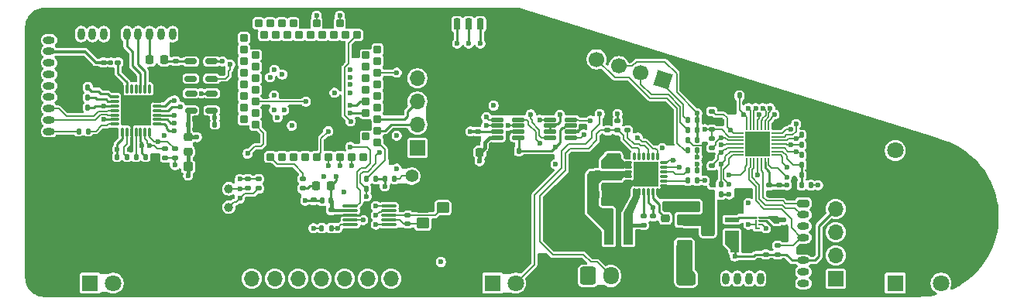
<source format=gbr>
%TF.GenerationSoftware,KiCad,Pcbnew,9.0.1+1*%
%TF.CreationDate,2025-05-26T16:30:19+08:00*%
%TF.ProjectId,audio_lab,61756469-6f5f-46c6-9162-2e6b69636164,rev?*%
%TF.SameCoordinates,Original*%
%TF.FileFunction,Copper,L1,Top*%
%TF.FilePolarity,Positive*%
%FSLAX46Y46*%
G04 Gerber Fmt 4.6, Leading zero omitted, Abs format (unit mm)*
G04 Created by KiCad (PCBNEW 9.0.1+1) date 2025-05-26 16:30:19*
%MOMM*%
%LPD*%
G01*
G04 APERTURE LIST*
G04 Aperture macros list*
%AMRoundRect*
0 Rectangle with rounded corners*
0 $1 Rounding radius*
0 $2 $3 $4 $5 $6 $7 $8 $9 X,Y pos of 4 corners*
0 Add a 4 corners polygon primitive as box body*
4,1,4,$2,$3,$4,$5,$6,$7,$8,$9,$2,$3,0*
0 Add four circle primitives for the rounded corners*
1,1,$1+$1,$2,$3*
1,1,$1+$1,$4,$5*
1,1,$1+$1,$6,$7*
1,1,$1+$1,$8,$9*
0 Add four rect primitives between the rounded corners*
20,1,$1+$1,$2,$3,$4,$5,0*
20,1,$1+$1,$4,$5,$6,$7,0*
20,1,$1+$1,$6,$7,$8,$9,0*
20,1,$1+$1,$8,$9,$2,$3,0*%
%AMHorizOval*
0 Thick line with rounded ends*
0 $1 width*
0 $2 $3 position (X,Y) of the first rounded end (center of the circle)*
0 $4 $5 position (X,Y) of the second rounded end (center of the circle)*
0 Add line between two ends*
20,1,$1,$2,$3,$4,$5,0*
0 Add two circle primitives to create the rounded ends*
1,1,$1,$2,$3*
1,1,$1,$4,$5*%
%AMRotRect*
0 Rectangle, with rotation*
0 The origin of the aperture is its center*
0 $1 length*
0 $2 width*
0 $3 Rotation angle, in degrees counterclockwise*
0 Add horizontal line*
21,1,$1,$2,0,0,$3*%
G04 Aperture macros list end*
%TA.AperFunction,SMDPad,CuDef*%
%ADD10RoundRect,0.150000X0.512500X0.150000X-0.512500X0.150000X-0.512500X-0.150000X0.512500X-0.150000X0*%
%TD*%
%TA.AperFunction,SMDPad,CuDef*%
%ADD11RoundRect,0.135000X-0.185000X0.135000X-0.185000X-0.135000X0.185000X-0.135000X0.185000X0.135000X0*%
%TD*%
%TA.AperFunction,SMDPad,CuDef*%
%ADD12RoundRect,0.140000X0.140000X0.170000X-0.140000X0.170000X-0.140000X-0.170000X0.140000X-0.170000X0*%
%TD*%
%TA.AperFunction,SMDPad,CuDef*%
%ADD13RoundRect,0.140000X-0.170000X0.140000X-0.170000X-0.140000X0.170000X-0.140000X0.170000X0.140000X0*%
%TD*%
%TA.AperFunction,SMDPad,CuDef*%
%ADD14RoundRect,0.075000X0.350000X0.075000X-0.350000X0.075000X-0.350000X-0.075000X0.350000X-0.075000X0*%
%TD*%
%TA.AperFunction,SMDPad,CuDef*%
%ADD15RoundRect,0.075000X0.075000X0.350000X-0.075000X0.350000X-0.075000X-0.350000X0.075000X-0.350000X0*%
%TD*%
%TA.AperFunction,HeatsinkPad*%
%ADD16C,0.500000*%
%TD*%
%TA.AperFunction,HeatsinkPad*%
%ADD17R,2.700000X2.700000*%
%TD*%
%TA.AperFunction,SMDPad,CuDef*%
%ADD18RoundRect,0.081000X0.324000X0.324000X-0.324000X0.324000X-0.324000X-0.324000X0.324000X-0.324000X0*%
%TD*%
%TA.AperFunction,SMDPad,CuDef*%
%ADD19RoundRect,0.140000X0.170000X-0.140000X0.170000X0.140000X-0.170000X0.140000X-0.170000X-0.140000X0*%
%TD*%
%TA.AperFunction,SMDPad,CuDef*%
%ADD20C,1.000000*%
%TD*%
%TA.AperFunction,SMDPad,CuDef*%
%ADD21RoundRect,0.225000X-0.225000X-0.250000X0.225000X-0.250000X0.225000X0.250000X-0.225000X0.250000X0*%
%TD*%
%TA.AperFunction,SMDPad,CuDef*%
%ADD22RoundRect,0.135000X0.135000X0.185000X-0.135000X0.185000X-0.135000X-0.185000X0.135000X-0.185000X0*%
%TD*%
%TA.AperFunction,SMDPad,CuDef*%
%ADD23RoundRect,0.250000X0.500000X-0.950000X0.500000X0.950000X-0.500000X0.950000X-0.500000X-0.950000X0*%
%TD*%
%TA.AperFunction,SMDPad,CuDef*%
%ADD24RoundRect,0.250000X0.500000X-0.275000X0.500000X0.275000X-0.500000X0.275000X-0.500000X-0.275000X0*%
%TD*%
%TA.AperFunction,SMDPad,CuDef*%
%ADD25RoundRect,0.135000X0.185000X-0.135000X0.185000X0.135000X-0.185000X0.135000X-0.185000X-0.135000X0*%
%TD*%
%TA.AperFunction,SMDPad,CuDef*%
%ADD26RoundRect,0.140000X-0.140000X-0.170000X0.140000X-0.170000X0.140000X0.170000X-0.140000X0.170000X0*%
%TD*%
%TA.AperFunction,SMDPad,CuDef*%
%ADD27RoundRect,0.050000X-0.362500X-0.050000X0.362500X-0.050000X0.362500X0.050000X-0.362500X0.050000X0*%
%TD*%
%TA.AperFunction,SMDPad,CuDef*%
%ADD28RoundRect,0.050000X-0.050000X-0.362500X0.050000X-0.362500X0.050000X0.362500X-0.050000X0.362500X0*%
%TD*%
%TA.AperFunction,SMDPad,CuDef*%
%ADD29RoundRect,0.250000X0.450000X0.350000X-0.450000X0.350000X-0.450000X-0.350000X0.450000X-0.350000X0*%
%TD*%
%TA.AperFunction,SMDPad,CuDef*%
%ADD30RoundRect,0.135000X-0.135000X-0.185000X0.135000X-0.185000X0.135000X0.185000X-0.135000X0.185000X0*%
%TD*%
%TA.AperFunction,SMDPad,CuDef*%
%ADD31RoundRect,0.218750X-0.256250X0.218750X-0.256250X-0.218750X0.256250X-0.218750X0.256250X0.218750X0*%
%TD*%
%TA.AperFunction,SMDPad,CuDef*%
%ADD32RoundRect,0.125000X0.537500X0.125000X-0.537500X0.125000X-0.537500X-0.125000X0.537500X-0.125000X0*%
%TD*%
%TA.AperFunction,SMDPad,CuDef*%
%ADD33RoundRect,0.147500X-0.147500X-0.172500X0.147500X-0.172500X0.147500X0.172500X-0.147500X0.172500X0*%
%TD*%
%TA.AperFunction,SMDPad,CuDef*%
%ADD34C,0.230000*%
%TD*%
%TA.AperFunction,ComponentPad*%
%ADD35R,1.800000X1.800000*%
%TD*%
%TA.AperFunction,ComponentPad*%
%ADD36C,1.800000*%
%TD*%
%TA.AperFunction,ComponentPad*%
%ADD37O,2.800000X2.100000*%
%TD*%
%TA.AperFunction,SMDPad,CuDef*%
%ADD38RoundRect,0.225000X0.225000X0.250000X-0.225000X0.250000X-0.225000X-0.250000X0.225000X-0.250000X0*%
%TD*%
%TA.AperFunction,SMDPad,CuDef*%
%ADD39RoundRect,0.125000X-0.537500X-0.125000X0.537500X-0.125000X0.537500X0.125000X-0.537500X0.125000X0*%
%TD*%
%TA.AperFunction,SMDPad,CuDef*%
%ADD40RoundRect,0.218750X-0.218750X-0.256250X0.218750X-0.256250X0.218750X0.256250X-0.218750X0.256250X0*%
%TD*%
%TA.AperFunction,SMDPad,CuDef*%
%ADD41RoundRect,0.137500X-0.662500X0.137500X-0.662500X-0.137500X0.662500X-0.137500X0.662500X0.137500X0*%
%TD*%
%TA.AperFunction,ComponentPad*%
%ADD42C,1.400000*%
%TD*%
%TA.AperFunction,SMDPad,CuDef*%
%ADD43RoundRect,0.225000X-0.250000X0.225000X-0.250000X-0.225000X0.250000X-0.225000X0.250000X0.225000X0*%
%TD*%
%TA.AperFunction,SMDPad,CuDef*%
%ADD44RoundRect,0.087500X0.725000X0.087500X-0.725000X0.087500X-0.725000X-0.087500X0.725000X-0.087500X0*%
%TD*%
%TA.AperFunction,SMDPad,CuDef*%
%ADD45RoundRect,0.190000X-0.190000X0.445000X-0.190000X-0.445000X0.190000X-0.445000X0.190000X0.445000X0*%
%TD*%
%TA.AperFunction,SMDPad,CuDef*%
%ADD46RoundRect,0.250000X-0.287500X-0.275000X0.287500X-0.275000X0.287500X0.275000X-0.287500X0.275000X0*%
%TD*%
%TA.AperFunction,SMDPad,CuDef*%
%ADD47RoundRect,0.150000X-0.512500X-0.150000X0.512500X-0.150000X0.512500X0.150000X-0.512500X0.150000X0*%
%TD*%
%TA.AperFunction,SMDPad,CuDef*%
%ADD48RoundRect,0.075000X0.412500X0.075000X-0.412500X0.075000X-0.412500X-0.075000X0.412500X-0.075000X0*%
%TD*%
%TA.AperFunction,SMDPad,CuDef*%
%ADD49RoundRect,0.075000X0.075000X0.412500X-0.075000X0.412500X-0.075000X-0.412500X0.075000X-0.412500X0*%
%TD*%
%TA.AperFunction,HeatsinkPad*%
%ADD50R,3.250000X3.250000*%
%TD*%
%TA.AperFunction,ComponentPad*%
%ADD51O,2.800000X3.600000*%
%TD*%
%TA.AperFunction,SMDPad,CuDef*%
%ADD52R,1.000000X3.400000*%
%TD*%
%TA.AperFunction,SMDPad,CuDef*%
%ADD53RoundRect,0.250000X0.625000X-0.375000X0.625000X0.375000X-0.625000X0.375000X-0.625000X-0.375000X0*%
%TD*%
%TA.AperFunction,ComponentPad*%
%ADD54R,1.700000X1.700000*%
%TD*%
%TA.AperFunction,ComponentPad*%
%ADD55O,1.700000X1.700000*%
%TD*%
%TA.AperFunction,ComponentPad*%
%ADD56RotRect,1.700000X1.700000X72.699000*%
%TD*%
%TA.AperFunction,ComponentPad*%
%ADD57HorizOval,1.700000X0.000000X0.000000X0.000000X0.000000X0*%
%TD*%
%TA.AperFunction,ComponentPad*%
%ADD58RoundRect,0.200000X0.200000X0.450000X-0.200000X0.450000X-0.200000X-0.450000X0.200000X-0.450000X0*%
%TD*%
%TA.AperFunction,ComponentPad*%
%ADD59O,0.800000X1.300000*%
%TD*%
%TA.AperFunction,ComponentPad*%
%ADD60RoundRect,0.200000X-0.450000X0.200000X-0.450000X-0.200000X0.450000X-0.200000X0.450000X0.200000X0*%
%TD*%
%TA.AperFunction,ComponentPad*%
%ADD61O,1.300000X0.800000*%
%TD*%
%TA.AperFunction,ComponentPad*%
%ADD62RoundRect,0.250000X-0.600000X-0.725000X0.600000X-0.725000X0.600000X0.725000X-0.600000X0.725000X0*%
%TD*%
%TA.AperFunction,ComponentPad*%
%ADD63O,1.700000X1.950000*%
%TD*%
%TA.AperFunction,ComponentPad*%
%ADD64RoundRect,0.200000X-0.200000X-0.450000X0.200000X-0.450000X0.200000X0.450000X-0.200000X0.450000X0*%
%TD*%
%TA.AperFunction,ViaPad*%
%ADD65C,0.600000*%
%TD*%
%TA.AperFunction,Conductor*%
%ADD66C,0.254000*%
%TD*%
%TA.AperFunction,Conductor*%
%ADD67C,0.152400*%
%TD*%
%TA.AperFunction,Conductor*%
%ADD68C,0.508000*%
%TD*%
%TA.AperFunction,Conductor*%
%ADD69C,0.381000*%
%TD*%
%TA.AperFunction,Conductor*%
%ADD70C,0.127000*%
%TD*%
%TA.AperFunction,Conductor*%
%ADD71C,0.304800*%
%TD*%
%TA.AperFunction,Conductor*%
%ADD72C,1.270000*%
%TD*%
G04 APERTURE END LIST*
D10*
%TO.P,U7,1,IN*%
%TO.N,+VALW*%
X95287500Y-88637500D03*
%TO.P,U7,2,GND*%
%TO.N,GND*%
X95287500Y-87687500D03*
%TO.P,U7,3,EN*%
%TO.N,+VALW*%
X95287500Y-86737500D03*
%TO.P,U7,4,NC*%
%TO.N,unconnected-(U7-NC-Pad4)*%
X93012500Y-86737500D03*
%TO.P,U7,5,OUT*%
%TO.N,+VAUD*%
X93012500Y-88637500D03*
%TD*%
D11*
%TO.P,R28,1*%
%TO.N,/MCU/TFT_SPI_CS*%
X157150000Y-103367500D03*
%TO.P,R28,2*%
%TO.N,+VALW*%
X157150000Y-104387500D03*
%TD*%
D12*
%TO.P,C25,1*%
%TO.N,Net-(U6-PVSS)*%
X84930000Y-93687500D03*
%TO.P,C25,2*%
%TO.N,GND*%
X83970000Y-93687500D03*
%TD*%
D13*
%TO.P,C16,1*%
%TO.N,GND*%
X83450000Y-82407500D03*
%TO.P,C16,2*%
%TO.N,+VALW*%
X83450000Y-83367500D03*
%TD*%
D14*
%TO.P,U1,1,VBUS*%
%TO.N,+VBUS*%
X144725000Y-96837500D03*
%TO.P,U1,2,PSEL*%
%TO.N,Net-(U1-PSEL)*%
X144725000Y-96337500D03*
%TO.P,U1,3,~{PG}*%
%TO.N,unconnected-(U1-~{PG}-Pad3)*%
X144725000Y-95837500D03*
%TO.P,U1,4,STAT*%
%TO.N,/AUX/BATT_STAT*%
X144725000Y-95337500D03*
%TO.P,U1,5,SCL*%
%TO.N,/MCU/MCU_I2C_SCL*%
X144725000Y-94837500D03*
%TO.P,U1,6,SDA*%
%TO.N,/MCU/MCU_I2C_SDA*%
X144725000Y-94337500D03*
D15*
%TO.P,U1,7,~{INT}*%
%TO.N,/BATT/BATT_I2C_INT*%
X144000000Y-93612500D03*
%TO.P,U1,8,NC*%
%TO.N,unconnected-(U1-NC-Pad8)*%
X143500000Y-93612500D03*
%TO.P,U1,9,~{CE}*%
%TO.N,Net-(U1-~{CE})*%
X143000000Y-93612500D03*
%TO.P,U1,10,NC*%
%TO.N,unconnected-(U1-NC-Pad10)*%
X142500000Y-93612500D03*
%TO.P,U1,11,TS*%
%TO.N,Net-(J2-Pin_2)*%
X142000000Y-93612500D03*
%TO.P,U1,12,~{QON}*%
%TO.N,unconnected-(U1-~{QON}-Pad12)*%
X141500000Y-93612500D03*
D14*
%TO.P,U1,13,BAT*%
%TO.N,Net-(J2-Pin_1)*%
X140775000Y-94337500D03*
%TO.P,U1,14,BAT*%
X140775000Y-94837500D03*
%TO.P,U1,15,SYS*%
%TO.N,+VBAT*%
X140775000Y-95337500D03*
%TO.P,U1,16,SYS*%
X140775000Y-95837500D03*
%TO.P,U1,17,PGND*%
%TO.N,GND*%
X140775000Y-96337500D03*
%TO.P,U1,18,PGND*%
X140775000Y-96837500D03*
D15*
%TO.P,U1,19,SW*%
%TO.N,Net-(C6-Pad1)*%
X141500000Y-97562500D03*
%TO.P,U1,20,SW*%
X142000000Y-97562500D03*
%TO.P,U1,21,BTST*%
%TO.N,Net-(U1-BTST)*%
X142500000Y-97562500D03*
%TO.P,U1,22,REGN*%
%TO.N,+VREGN*%
X143000000Y-97562500D03*
%TO.P,U1,23,PMID*%
%TO.N,Net-(U1-PMID)*%
X143500000Y-97562500D03*
%TO.P,U1,24,VBUS*%
%TO.N,+VBUS*%
X144000000Y-97562500D03*
D16*
%TO.P,U1,25,PGND*%
%TO.N,GND*%
X143750000Y-96587500D03*
X143750000Y-95587500D03*
X143750000Y-94587500D03*
X142750000Y-96587500D03*
X142750000Y-95587500D03*
D17*
X142750000Y-95587500D03*
D16*
X142750000Y-94587500D03*
X141750000Y-96587500D03*
X141750000Y-95587500D03*
X141750000Y-94587500D03*
%TD*%
D18*
%TO.P,U2,1,~{RESET}*%
%TO.N,Net-(U2-~{RESET})*%
X113405000Y-92102500D03*
%TO.P,U2,2,SWDIO*%
%TO.N,/FPGA/BLE_SWDIO*%
X113405000Y-90832500D03*
%TO.P,U2,3,SWDCLK*%
%TO.N,/FPGA/BLE_SWCLK*%
X113405000Y-89562500D03*
%TO.P,U2,4,P1.10*%
%TO.N,unconnected-(U2-P1.10-Pad4)*%
X113405000Y-88292500D03*
%TO.P,U2,5,P0.31*%
%TO.N,unconnected-(U2-P0.31-Pad5)*%
X113405000Y-87022500D03*
%TO.P,U2,6,P1.12*%
%TO.N,unconnected-(U2-P1.12-Pad6)*%
X113405000Y-85752500D03*
%TO.P,U2,7,P1.14*%
%TO.N,/FPGA/SW_P0*%
X113405000Y-84482500D03*
%TO.P,U2,8,P0.04/AIN0*%
%TO.N,unconnected-(U2-P0.04{slash}AIN0-Pad8)*%
X113405000Y-83212500D03*
%TO.P,U2,9,D+*%
%TO.N,unconnected-(U2-D+-Pad9)*%
X113405000Y-81942500D03*
%TO.P,U2,10,VBUS*%
%TO.N,GND*%
X113405000Y-80672500D03*
%TO.P,U2,11,P0.28/AIN7*%
%TO.N,unconnected-(U2-P0.28{slash}AIN7-Pad11)*%
X112135000Y-91467500D03*
%TO.P,U2,12,GND*%
%TO.N,GND*%
X112135000Y-90197500D03*
%TO.P,U2,13,P0.29*%
%TO.N,/FPGA/BLE_UART_TX*%
X112135000Y-88927500D03*
%TO.P,U2,14,P0.30*%
%TO.N,/FPGA/BLE_UART_RX*%
X112135000Y-87657500D03*
%TO.P,U2,15,P1.11*%
%TO.N,unconnected-(U2-P1.11-Pad15)*%
X112135000Y-86387500D03*
%TO.P,U2,16,P1.13*%
%TO.N,unconnected-(U2-P1.13-Pad16)*%
X112135000Y-85117500D03*
%TO.P,U2,17,P1.15*%
%TO.N,unconnected-(U2-P1.15-Pad17)*%
X112135000Y-83847500D03*
%TO.P,U2,18,D-*%
%TO.N,unconnected-(U2-D--Pad18)*%
X112135000Y-82577500D03*
%TO.P,U2,19,GND*%
%TO.N,GND*%
X111820000Y-79087500D03*
%TO.P,U2,20,GND*%
X110550000Y-79087500D03*
%TO.P,U2,21,VDDH*%
%TO.N,+3.3V*%
X109280000Y-79087500D03*
%TO.P,U2,22,GND*%
%TO.N,GND*%
X108010000Y-79087500D03*
%TO.P,U2,23,VDD*%
%TO.N,+3.3V*%
X106740000Y-79087500D03*
%TO.P,U2,24,GND*%
%TO.N,GND*%
X105470000Y-79087500D03*
%TO.P,U2,25,P0.00/XL1*%
%TO.N,unconnected-(U2-P0.00{slash}XL1-Pad25)*%
X104200000Y-79087500D03*
%TO.P,U2,26,P0.01/XL2*%
%TO.N,unconnected-(U2-P0.01{slash}XL2-Pad26)*%
X102930000Y-79087500D03*
%TO.P,U2,27,P0.02/NFC1*%
%TO.N,unconnected-(U2-P0.02{slash}NFC1-Pad27)*%
X101660000Y-79087500D03*
%TO.P,U2,28,P0.03/NFC2*%
%TO.N,unconnected-(U2-P0.03{slash}NFC2-Pad28)*%
X100390000Y-79087500D03*
%TO.P,U2,29,P1.01*%
%TO.N,/FPGA/FPGA_OTA*%
X111185000Y-80357500D03*
%TO.P,U2,30,P1.00*%
%TO.N,unconnected-(U2-P1.00-Pad30)*%
X109915000Y-80357500D03*
%TO.P,U2,31,P0.05/AIN1*%
%TO.N,unconnected-(U2-P0.05{slash}AIN1-Pad31)*%
X108645000Y-80357500D03*
%TO.P,U2,32,P0.06/AIN2*%
%TO.N,unconnected-(U2-P0.06{slash}AIN2-Pad32)*%
X107375000Y-80357500D03*
%TO.P,U2,33,P0.07/AIN3*%
%TO.N,unconnected-(U2-P0.07{slash}AIN3-Pad33)*%
X106105000Y-80357500D03*
%TO.P,U2,34,P1.03/I2C*%
%TO.N,unconnected-(U2-P1.03{slash}I2C-Pad34)*%
X104835000Y-80357500D03*
%TO.P,U2,35,P1.02/I2C*%
%TO.N,unconnected-(U2-P1.02{slash}I2C-Pad35)*%
X103565000Y-80357500D03*
%TO.P,U2,36,P0.08/TD3/SCK*%
%TO.N,unconnected-(U2-P0.08{slash}TD3{slash}SCK-Pad36)*%
X102295000Y-80357500D03*
%TO.P,U2,37,P0.09/TD2/MOSI*%
%TO.N,unconnected-(U2-P0.09{slash}TD2{slash}MOSI-Pad37)*%
X101025000Y-80357500D03*
%TO.P,U2,38,P0.10/TD1/MISO*%
%TO.N,unconnected-(U2-P0.10{slash}TD1{slash}MISO-Pad38)*%
X98805000Y-80672500D03*
%TO.P,U2,39,P0.11/TD0/~{CS}*%
%TO.N,unconnected-(U2-P0.11{slash}TD0{slash}~{CS}-Pad39)*%
X98805000Y-81942500D03*
%TO.P,U2,40,P0.13/QSPI0*%
%TO.N,unconnected-(U2-P0.13{slash}QSPI0-Pad40)*%
X98805000Y-83212500D03*
%TO.P,U2,41,P0.19*%
%TO.N,unconnected-(U2-P0.19-Pad41)*%
X98805000Y-84482500D03*
%TO.P,U2,42,P1.04*%
%TO.N,unconnected-(U2-P1.04-Pad42)*%
X98805000Y-85752500D03*
%TO.P,U2,43,P1.08*%
%TO.N,unconnected-(U2-P1.08-Pad43)*%
X98805000Y-87022500D03*
%TO.P,U2,44,P0.20*%
%TO.N,unconnected-(U2-P0.20-Pad44)*%
X98805000Y-88292500D03*
%TO.P,U2,45,P0.26/AIN5*%
%TO.N,unconnected-(U2-P0.26{slash}AIN5-Pad45)*%
X98805000Y-89562500D03*
%TO.P,U2,46,GND*%
%TO.N,GND*%
X98805000Y-90832500D03*
%TO.P,U2,47,GND*%
X98805000Y-92102500D03*
%TO.P,U2,48,P0.12/TC/DCX*%
%TO.N,unconnected-(U2-P0.12{slash}TC{slash}DCX-Pad48)*%
X100075000Y-82577500D03*
%TO.P,U2,49,P0.16/QSPI3*%
%TO.N,unconnected-(U2-P0.16{slash}QSPI3-Pad49)*%
X100075000Y-83847500D03*
%TO.P,U2,50,P0.21*%
%TO.N,unconnected-(U2-P0.21-Pad50)*%
X100075000Y-85117500D03*
%TO.P,U2,51,P1.06*%
%TO.N,unconnected-(U2-P1.06-Pad51)*%
X100075000Y-86387500D03*
%TO.P,U2,52,P0.14/QSPI1*%
%TO.N,/FPGA/BLE_I2S_DI*%
X100075000Y-87657500D03*
%TO.P,U2,53,P0.24*%
%TO.N,unconnected-(U2-P0.24-Pad53)*%
X100075000Y-88927500D03*
%TO.P,U2,54,P0.22*%
%TO.N,/FPGA/DAC_MCLK*%
X100075000Y-90197500D03*
%TO.P,U2,55,GND*%
%TO.N,GND*%
X100075000Y-91467500D03*
%TO.P,U2,56,GND*%
X100390000Y-93687500D03*
%TO.P,U2,57,P0.23*%
%TO.N,Net-(U2-P0.23)*%
X101660000Y-93687500D03*
%TO.P,U2,58,P1.05*%
%TO.N,unconnected-(U2-P1.05-Pad58)*%
X102930000Y-93687500D03*
%TO.P,U2,59,P0.25/AIN4*%
%TO.N,unconnected-(U2-P0.25{slash}AIN4-Pad59)*%
X104200000Y-93687500D03*
%TO.P,U2,60,P0.27/AIN6*%
%TO.N,unconnected-(U2-P0.27{slash}AIN6-Pad60)*%
X105470000Y-93687500D03*
%TO.P,U2,61,P0.17/QSPI_CLK*%
%TO.N,/FPGA/BLE_I2S_BCLK*%
X106740000Y-93687500D03*
%TO.P,U2,62,P0.15/QSPI2*%
%TO.N,/FPGA/BLE_I2S_LRCLK*%
X108010000Y-93687500D03*
%TO.P,U2,63,P0.18/QSPI_~{CS}*%
%TO.N,/FPGA/BLE_I2S_DO*%
X109280000Y-93687500D03*
%TO.P,U2,64,P1.09*%
%TO.N,/FPGA/BLE_DBG*%
X110550000Y-93687500D03*
%TO.P,U2,65,P1.07*%
%TO.N,unconnected-(U2-P1.07-Pad65)*%
X111820000Y-93687500D03*
%TD*%
D19*
%TO.P,C43,1*%
%TO.N,GND*%
X91350000Y-84197500D03*
%TO.P,C43,2*%
%TO.N,+3V3SD*%
X91350000Y-83237500D03*
%TD*%
D20*
%TO.P,READY,1,1*%
%TO.N,/FPGA/E8_READY*%
X97150000Y-99187500D03*
%TD*%
D21*
%TO.P,C3,1*%
%TO.N,+VBAT*%
X136750000Y-98587500D03*
%TO.P,C3,2*%
%TO.N,GND*%
X138300000Y-98587500D03*
%TD*%
D13*
%TO.P,C39,1*%
%TO.N,GND*%
X116700000Y-99107500D03*
%TO.P,C39,2*%
%TO.N,Net-(U11-XB)*%
X116700000Y-100067500D03*
%TD*%
D22*
%TO.P,R3,1*%
%TO.N,/BATT/BATT_PD_CC1*%
X152960000Y-86987500D03*
%TO.P,R3,2*%
%TO.N,GND*%
X151940000Y-86987500D03*
%TD*%
D12*
%TO.P,C21,1*%
%TO.N,Net-(U6-NREG)*%
X81730000Y-86087500D03*
%TO.P,C21,2*%
%TO.N,GND*%
X80770000Y-86087500D03*
%TD*%
%TO.P,C17,1*%
%TO.N,GND*%
X89030000Y-93687500D03*
%TO.P,C17,2*%
%TO.N,+VAUD*%
X88070000Y-93687500D03*
%TD*%
D19*
%TO.P,C6,1*%
%TO.N,Net-(C6-Pad1)*%
X142500000Y-101147500D03*
%TO.P,C6,2*%
%TO.N,Net-(U1-BTST)*%
X142500000Y-100187500D03*
%TD*%
D23*
%TO.P,D1,1,K*%
%TO.N,+VBUS*%
X149525000Y-101137500D03*
D24*
%TO.P,D1,2,A*%
%TO.N,GND*%
X149525000Y-103512500D03*
%TD*%
D12*
%TO.P,C20,1*%
%TO.N,Net-(U6-PREG)*%
X81730000Y-87187500D03*
%TO.P,C20,2*%
%TO.N,GND*%
X80770000Y-87187500D03*
%TD*%
D25*
%TO.P,R25,1*%
%TO.N,/FPGA/D7_DONE*%
X99250000Y-97147500D03*
%TO.P,R25,2*%
%TO.N,+3.3V*%
X99250000Y-96127500D03*
%TD*%
D26*
%TO.P,C32,1*%
%TO.N,/MCU/SEL_S*%
X159770000Y-91287500D03*
%TO.P,C32,2*%
%TO.N,GND*%
X160730000Y-91287500D03*
%TD*%
D27*
%TO.P,U5,1,PC15/CC2*%
%TO.N,/BATT/BATT_PD_CC2*%
X152987500Y-91087500D03*
%TO.P,U5,2,VDD*%
%TO.N,+VALW*%
X152987500Y-91487500D03*
%TO.P,U5,3,PC0*%
%TO.N,/BATT/BATT_I2C_INT*%
X152987500Y-91887500D03*
%TO.P,U5,4,PC3*%
%TO.N,/BATT/SYS_VEN*%
X152987500Y-92287500D03*
%TO.P,U5,5,PA0*%
%TO.N,/MCU/VOL_IN*%
X152987500Y-92687500D03*
%TO.P,U5,6,PA1*%
%TO.N,/MCU/TUNE_IN*%
X152987500Y-93087500D03*
%TO.P,U5,7,PA2*%
%TO.N,/MCU/MCU_DBG*%
X152987500Y-93487500D03*
D28*
%TO.P,U5,8,PA3*%
%TO.N,/MCU/MODE_IN*%
X153750000Y-94250000D03*
%TO.P,U5,9,PA4*%
%TO.N,/MCU/TFT_SPI_CS*%
X154150000Y-94250000D03*
%TO.P,U5,10,PA5*%
%TO.N,/MCU/TFT_SPI_SCK*%
X154550000Y-94250000D03*
%TO.P,U5,11,PA6*%
%TO.N,/MCU/TFT_SPI_DC*%
X154950000Y-94250000D03*
%TO.P,U5,12,PA7*%
%TO.N,/MCU/TFT_SPI_MOSI*%
X155350000Y-94250000D03*
%TO.P,U5,13,PB0*%
%TO.N,/BATT/MCU_VBUS_SNS*%
X155750000Y-94250000D03*
%TO.P,U5,14,PB3*%
%TO.N,/FPGA/BLE_UART_TX*%
X156150000Y-94250000D03*
D27*
%TO.P,U5,15,PB4*%
%TO.N,/FPGA/BLE_UART_RX*%
X156912500Y-93487500D03*
%TO.P,U5,16,PB1/PB5*%
%TO.N,/BATT/MCU_VBAT_SNS*%
X156912500Y-93087500D03*
%TO.P,U5,17,PB6*%
%TO.N,/MCU/SEL_A*%
X156912500Y-92687500D03*
%TO.P,U5,18,PB7*%
%TO.N,/MCU/SEL_B*%
X156912500Y-92287500D03*
%TO.P,U5,19,PB8*%
%TO.N,/MCU/SEL_S*%
X156912500Y-91887500D03*
%TO.P,U5,20,PB9*%
%TO.N,/BATT/PM_VEN*%
X156912500Y-91487500D03*
%TO.P,U5,21,PB10*%
%TO.N,/AUX/MCU_STATUS*%
X156912500Y-91087500D03*
D28*
%TO.P,U5,22,PB11*%
%TO.N,/MCU/MCU_I2C_SDA*%
X156150000Y-90325000D03*
%TO.P,U5,23,PB12*%
%TO.N,/MCU/MCU_I2C_SCL*%
X155750000Y-90325000D03*
%TO.P,U5,24,PC19/DCK*%
%TO.N,/MCU/MCU_SWCLK*%
X155350000Y-90325000D03*
%TO.P,U5,25,PC18/DIO*%
%TO.N,/MCU/MCU_SWDIO*%
X154950000Y-90325000D03*
%TO.P,U5,26,PC11/PC16/UDM*%
%TO.N,/BATT/BATT_USB_D-*%
X154550000Y-90325000D03*
%TO.P,U5,27,PC10/PC17/UDP*%
%TO.N,/BATT/BATT_USB_D+*%
X154150000Y-90325000D03*
%TO.P,U5,28,PC14/CC1*%
%TO.N,/BATT/BATT_PD_CC1*%
X153750000Y-90325000D03*
D17*
%TO.P,U5,29,GND*%
%TO.N,GND*%
X154950000Y-92287500D03*
%TD*%
D25*
%TO.P,R2,1*%
%TO.N,/BATT/BATT_PD_CC2*%
X149950000Y-88697500D03*
%TO.P,R2,2*%
%TO.N,GND*%
X149950000Y-87677500D03*
%TD*%
D29*
%TO.P,X1,1,1*%
%TO.N,Net-(U11-XB)*%
X120550000Y-99237500D03*
%TO.P,X1,2,2*%
%TO.N,GND*%
X118350000Y-99237500D03*
%TO.P,X1,3,3*%
%TO.N,Net-(U11-XA)*%
X118350000Y-100937500D03*
%TO.P,X1,4,4*%
%TO.N,GND*%
X120550000Y-100937500D03*
%TD*%
D30*
%TO.P,R18,1*%
%TO.N,Net-(J5-Pin_4)*%
X147340000Y-92987500D03*
%TO.P,R18,2*%
%TO.N,+VPM*%
X148360000Y-92987500D03*
%TD*%
D22*
%TO.P,R17,1*%
%TO.N,/MCU/MODE_IN*%
X148360000Y-91887500D03*
%TO.P,R17,2*%
%TO.N,GND*%
X147340000Y-91887500D03*
%TD*%
D13*
%TO.P,C8,1*%
%TO.N,+VREGN*%
X143550000Y-100187500D03*
%TO.P,C8,2*%
%TO.N,GND*%
X143550000Y-101147500D03*
%TD*%
D31*
%TO.P,L4,1,1*%
%TO.N,+VAUD*%
X92712500Y-91531250D03*
%TO.P,L4,2,2*%
%TO.N,+AVAUD*%
X92712500Y-93106250D03*
%TD*%
D25*
%TO.P,R34,1*%
%TO.N,/FPGA/BLE_LED*%
X105250000Y-97147500D03*
%TO.P,R34,2*%
%TO.N,Net-(U2-P0.23)*%
X105250000Y-96127500D03*
%TD*%
D11*
%TO.P,R7,1*%
%TO.N,GND*%
X140750000Y-89767500D03*
%TO.P,R7,2*%
%TO.N,Net-(U1-~{CE})*%
X140750000Y-90787500D03*
%TD*%
D22*
%TO.P,R20,1*%
%TO.N,GND*%
X113210000Y-97187500D03*
%TO.P,R20,2*%
%TO.N,/FPGA/C1_JTAG_TCK*%
X112190000Y-97187500D03*
%TD*%
D21*
%TO.P,C40,1*%
%TO.N,+VBAT*%
X124575000Y-93187500D03*
%TO.P,C40,2*%
%TO.N,GND*%
X126125000Y-93187500D03*
%TD*%
D32*
%TO.P,U8,1,VCC*%
%TO.N,+VALW*%
X128787500Y-91571500D03*
%TO.P,U8,2,GND*%
%TO.N,GND*%
X128787500Y-90921500D03*
%TO.P,U8,3,EN1*%
%TO.N,/BATT/SYS_VEN*%
X128787500Y-90271500D03*
%TO.P,U8,4,EN2*%
%TO.N,/BATT/PM_VEN*%
X128787500Y-89621500D03*
%TO.P,U8,5,IN2*%
%TO.N,+VALW*%
X126512500Y-89621500D03*
%TO.P,U8,6,OUT2*%
%TO.N,+VPM*%
X126512500Y-90271500D03*
%TO.P,U8,7,OUT1*%
%TO.N,+VSYS*%
X126512500Y-90921500D03*
%TO.P,U8,8,IN1*%
%TO.N,+VBAT*%
X126512500Y-91571500D03*
%TD*%
D19*
%TO.P,C37,1*%
%TO.N,GND*%
X106400000Y-99367500D03*
%TO.P,C37,2*%
%TO.N,Net-(U11-VDD)*%
X106400000Y-98407500D03*
%TD*%
D30*
%TO.P,R15,1*%
%TO.N,Net-(J5-Pin_1)*%
X147340000Y-89687500D03*
%TO.P,R15,2*%
%TO.N,/MCU/MODE_IN*%
X148360000Y-89687500D03*
%TD*%
D12*
%TO.P,C35,1*%
%TO.N,/MCU/TUNE_IN*%
X150930000Y-96687500D03*
%TO.P,C35,2*%
%TO.N,GND*%
X149970000Y-96687500D03*
%TD*%
D21*
%TO.P,C14,1*%
%TO.N,+VALW*%
X152450820Y-103625900D03*
%TO.P,C14,2*%
%TO.N,GND*%
X154000820Y-103625900D03*
%TD*%
D30*
%TO.P,R10,1*%
%TO.N,/BATT/MCU_VBAT_SNS*%
X159750000Y-95687500D03*
%TO.P,R10,2*%
%TO.N,GND*%
X160770000Y-95687500D03*
%TD*%
%TO.P,R31,1*%
%TO.N,Net-(U2-~{RESET})*%
X112190000Y-96087500D03*
%TO.P,R31,2*%
%TO.N,+3.3V*%
X113210000Y-96087500D03*
%TD*%
D11*
%TO.P,R33,1*%
%TO.N,/MCU/MCU_I2C_SCL*%
X90200000Y-92787500D03*
%TO.P,R33,2*%
%TO.N,+VALW*%
X90200000Y-93807500D03*
%TD*%
%TO.P,R5,1*%
%TO.N,+VALW*%
X149950000Y-91687500D03*
%TO.P,R5,2*%
%TO.N,/BATT/BATT_I2C_INT*%
X149950000Y-92707500D03*
%TD*%
D12*
%TO.P,C31,1*%
%TO.N,GND*%
X160730000Y-93487500D03*
%TO.P,C31,2*%
%TO.N,/MCU/SEL_A*%
X159770000Y-93487500D03*
%TD*%
D33*
%TO.P,FB1,1*%
%TO.N,Net-(U11-VDD)*%
X107342500Y-98487500D03*
%TO.P,FB1,2*%
%TO.N,+3.3V*%
X108312500Y-98487500D03*
%TD*%
D34*
%TO.P,U3,A1,SW*%
%TO.N,Net-(U3-SW)*%
X154750000Y-100287500D03*
%TO.P,U3,A2,VIN*%
%TO.N,+VBAT*%
X155150000Y-100287500D03*
%TO.P,U3,B1,EN*%
X154750000Y-100687500D03*
%TO.P,U3,B2,GND*%
%TO.N,GND*%
X155150000Y-100687500D03*
%TO.P,U3,C1,VSEL1*%
%TO.N,+VBAT*%
X154750000Y-101087500D03*
%TO.P,U3,C2,VOS*%
%TO.N,+VALW*%
X155150000Y-101087500D03*
%TO.P,U3,D1,VSEL2*%
%TO.N,+VBAT*%
X154750000Y-101487500D03*
%TO.P,U3,D2,VSEL3*%
X155150000Y-101487500D03*
%TD*%
D22*
%TO.P,R26,1*%
%TO.N,Net-(J11-Pin_5)*%
X148360000Y-95187500D03*
%TO.P,R26,2*%
%TO.N,/AUX/BATT_STAT*%
X147340000Y-95187500D03*
%TD*%
D35*
%TO.P,RV1,1,1*%
%TO.N,+VPM*%
X82000000Y-107500000D03*
D36*
%TO.P,RV1,2,2*%
%TO.N,/MCU/VOL_IN*%
X84500000Y-107500000D03*
%TO.P,RV1,3,3*%
%TO.N,GND*%
X87000000Y-107500000D03*
D37*
%TO.P,RV1,MP,MP*%
X79700000Y-100000000D03*
X89300000Y-100000000D03*
%TD*%
D12*
%TO.P,C22,1*%
%TO.N,Net-(U6-C1P)*%
X87000000Y-93687500D03*
%TO.P,C22,2*%
%TO.N,Net-(U6-C1N)*%
X86040000Y-93687500D03*
%TD*%
D38*
%TO.P,C7,1*%
%TO.N,Net-(J2-Pin_1)*%
X138325000Y-94487500D03*
%TO.P,C7,2*%
%TO.N,GND*%
X136775000Y-94487500D03*
%TD*%
D39*
%TO.P,U10,1,SCLA*%
%TO.N,/FPGA/MCU_I2C_SCL*%
X132230000Y-89621500D03*
%TO.P,U10,2,EN*%
%TO.N,+3.3V*%
X132230000Y-90271500D03*
%TO.P,U10,3,VCCA*%
X132230000Y-90921500D03*
%TO.P,U10,4,SDAA*%
%TO.N,/FPGA/MCU_I2C_SDA*%
X132230000Y-91571500D03*
%TO.P,U10,5,SDAB*%
%TO.N,/MCU/MCU_I2C_SDA*%
X134505000Y-91571500D03*
%TO.P,U10,6,GND*%
%TO.N,GND*%
X134505000Y-90921500D03*
%TO.P,U10,7,VCCB*%
%TO.N,+VALW*%
X134505000Y-90271500D03*
%TO.P,U10,8,SCLB*%
%TO.N,/MCU/MCU_I2C_SCL*%
X134505000Y-89621500D03*
%TD*%
D26*
%TO.P,C42,1*%
%TO.N,GND*%
X127890000Y-93037500D03*
%TO.P,C42,2*%
%TO.N,+VALW*%
X128850000Y-93037500D03*
%TD*%
D12*
%TO.P,C26,1*%
%TO.N,+VALW*%
X95630000Y-90137500D03*
%TO.P,C26,2*%
%TO.N,GND*%
X94670000Y-90137500D03*
%TD*%
D26*
%TO.P,C27,1*%
%TO.N,+VAUD*%
X92712500Y-90137500D03*
%TO.P,C27,2*%
%TO.N,GND*%
X93672500Y-90137500D03*
%TD*%
D19*
%TO.P,C41,1*%
%TO.N,+VSYS*%
X124350000Y-90912500D03*
%TO.P,C41,2*%
%TO.N,GND*%
X124350000Y-89952500D03*
%TD*%
D12*
%TO.P,C33,1*%
%TO.N,GND*%
X160730000Y-92387500D03*
%TO.P,C33,2*%
%TO.N,/MCU/SEL_B*%
X159770000Y-92387500D03*
%TD*%
D21*
%TO.P,C2,1*%
%TO.N,+VBAT*%
X136762500Y-96987500D03*
%TO.P,C2,2*%
%TO.N,GND*%
X138312500Y-96987500D03*
%TD*%
D30*
%TO.P,R30,1*%
%TO.N,Net-(J11-Pin_10)*%
X80740000Y-90887500D03*
%TO.P,R30,2*%
%TO.N,/AUX/DAC_HP_S*%
X81760000Y-90887500D03*
%TD*%
D25*
%TO.P,R8,1*%
%TO.N,Net-(J2-Pin_2)*%
X138550000Y-90797500D03*
%TO.P,R8,2*%
%TO.N,GND*%
X138550000Y-89777500D03*
%TD*%
D19*
%TO.P,C24,1*%
%TO.N,+VALW*%
X155850000Y-104367500D03*
%TO.P,C24,2*%
%TO.N,GND*%
X155850000Y-103407500D03*
%TD*%
D40*
%TO.P,D2,1,K*%
%TO.N,/FPGA/BLE_LED*%
X106712500Y-96887500D03*
%TO.P,D2,2,A*%
%TO.N,+3.3V*%
X108287500Y-96887500D03*
%TD*%
D30*
%TO.P,R16,1*%
%TO.N,Net-(J5-Pin_2)*%
X147340000Y-90787500D03*
%TO.P,R16,2*%
%TO.N,/MCU/MODE_IN*%
X148360000Y-90787500D03*
%TD*%
D41*
%TO.P,L3,1,1*%
%TO.N,Net-(U3-SW)*%
X152150050Y-100562500D03*
%TO.P,L3,2,2*%
%TO.N,+VALW*%
X152150050Y-102012500D03*
%TD*%
D20*
%TO.P,DONE,1,1*%
%TO.N,/FPGA/D7_DONE*%
X97150000Y-97187500D03*
%TD*%
D22*
%TO.P,R9,1*%
%TO.N,+VBAT*%
X160770000Y-96787500D03*
%TO.P,R9,2*%
%TO.N,/BATT/MCU_VBAT_SNS*%
X159750000Y-96787500D03*
%TD*%
%TO.P,R1,1*%
%TO.N,+VREGN*%
X148360000Y-96287500D03*
%TO.P,R1,2*%
%TO.N,Net-(U1-PSEL)*%
X147340000Y-96287500D03*
%TD*%
D19*
%TO.P,C30,1*%
%TO.N,/MCU/VOL_IN*%
X149950000Y-94667500D03*
%TO.P,C30,2*%
%TO.N,GND*%
X149950000Y-93707500D03*
%TD*%
D42*
%TO.P,CONFIG,1,1*%
%TO.N,/FPGA/D8_RECONFIG*%
X117150000Y-95787500D03*
%TO.P,CONFIG,2,2*%
%TO.N,GND*%
X119150000Y-95787500D03*
%TD*%
D35*
%TO.P,RV2,1,1*%
%TO.N,+VPM*%
X126000000Y-107500000D03*
D36*
%TO.P,RV2,2,2*%
%TO.N,/MCU/TUNE_IN*%
X128500000Y-107500000D03*
%TO.P,RV2,3,3*%
%TO.N,GND*%
X131000000Y-107500000D03*
D37*
%TO.P,RV2,MP,MP*%
X123700000Y-100000000D03*
X133300000Y-100000000D03*
%TD*%
D43*
%TO.P,C1,1*%
%TO.N,Net-(U1-PMID)*%
X144875000Y-100412500D03*
%TO.P,C1,2*%
%TO.N,GND*%
X144875000Y-101962500D03*
%TD*%
D13*
%TO.P,C5,1*%
%TO.N,+VBUS*%
X148350000Y-97857500D03*
%TO.P,C5,2*%
%TO.N,GND*%
X148350000Y-98817500D03*
%TD*%
D22*
%TO.P,R23,1*%
%TO.N,/FPGA/D8_RECONFIG*%
X115210000Y-96087500D03*
%TO.P,R23,2*%
%TO.N,+3.3V*%
X114190000Y-96087500D03*
%TD*%
D44*
%TO.P,U11,1,VDD*%
%TO.N,Net-(U11-VDD)*%
X114650000Y-101087500D03*
%TO.P,U11,2,XA*%
%TO.N,Net-(U11-XA)*%
X114650000Y-100587500D03*
%TO.P,U11,3,XB*%
%TO.N,Net-(U11-XB)*%
X114650000Y-100087500D03*
%TO.P,U11,4,SCL*%
%TO.N,/FPGA/MCU_I2C_SCL*%
X114650000Y-99587500D03*
%TO.P,U11,5,SDA*%
%TO.N,/FPGA/MCU_I2C_SDA*%
X114650000Y-99087500D03*
%TO.P,U11,6,CLK2*%
%TO.N,/FPGA/FPGA_REFCLK*%
X110425000Y-99087500D03*
%TO.P,U11,7,VDDO*%
%TO.N,+3.3V*%
X110425000Y-99587500D03*
%TO.P,U11,8,GND*%
%TO.N,GND*%
X110425000Y-100087500D03*
%TO.P,U11,9,CLK1*%
%TO.N,/FPGA/DAC_MCLK*%
X110425000Y-100587500D03*
%TO.P,U11,10,CLK0*%
%TO.N,/FPGA/AUD_PDM_CLK*%
X110425000Y-101087500D03*
%TD*%
D19*
%TO.P,C19,1*%
%TO.N,Net-(U6-REF)*%
X85050000Y-83367500D03*
%TO.P,C19,2*%
%TO.N,GND*%
X85050000Y-82407500D03*
%TD*%
D30*
%TO.P,R11,1*%
%TO.N,+VBUS*%
X149940000Y-97787500D03*
%TO.P,R11,2*%
%TO.N,/BATT/MCU_VBUS_SNS*%
X150960000Y-97787500D03*
%TD*%
D45*
%TO.P,SW2,1*%
%TO.N,/FPGA/SW_P0*%
X124650000Y-79177500D03*
%TO.P,SW2,2*%
%TO.N,/FPGA/SW_P1*%
X123380000Y-79177500D03*
%TO.P,SW2,3*%
%TO.N,/FPGA/SW_P2*%
X122110000Y-79177500D03*
%TO.P,SW2,4*%
%TO.N,GND*%
X122110000Y-86797500D03*
%TO.P,SW2,5*%
X123380000Y-86797500D03*
%TO.P,SW2,6*%
X124650000Y-86797500D03*
%TD*%
D19*
%TO.P,C36,1*%
%TO.N,GND*%
X108337500Y-100467500D03*
%TO.P,C36,2*%
%TO.N,+3.3V*%
X108337500Y-99507500D03*
%TD*%
D46*
%TO.P,C28,1*%
%TO.N,+AVAUD*%
X92712500Y-94775000D03*
%TO.P,C28,2*%
%TO.N,GND*%
X94137500Y-94775000D03*
%TD*%
D30*
%TO.P,R14,1*%
%TO.N,Net-(J3-Pin_8)*%
X107317500Y-101487500D03*
%TO.P,R14,2*%
%TO.N,/FPGA/AUD_PDM_CLK*%
X108337500Y-101487500D03*
%TD*%
D47*
%TO.P,U12,1,VOUT*%
%TO.N,+3V3SD*%
X93000000Y-83237500D03*
%TO.P,U12,2,GND*%
%TO.N,GND*%
X93000000Y-84187500D03*
%TO.P,U12,3,~{FLT}*%
%TO.N,unconnected-(U12-~{FLT}-Pad3)*%
X93000000Y-85137500D03*
%TO.P,U12,4,EN*%
%TO.N,/AUX/SD_PWRON*%
X95275000Y-85137500D03*
%TO.P,U12,5,VIN*%
%TO.N,+3.3V*%
X95275000Y-83237500D03*
%TD*%
D40*
%TO.P,FB2,1*%
%TO.N,Net-(J12-Pin_4)*%
X88500000Y-83087500D03*
%TO.P,FB2,2*%
%TO.N,+3V3SD*%
X90075000Y-83087500D03*
%TD*%
D48*
%TO.P,U6,1,LRCLK*%
%TO.N,/FPGA/DAC_LRCLK*%
X89362500Y-90112500D03*
%TO.P,U6,2,BCLK*%
%TO.N,/FPGA/DAC_SCLK*%
X89362500Y-89612500D03*
%TO.P,U6,3,SDIN*%
%TO.N,/FPGA/DAC_DATA*%
X89362500Y-89112500D03*
%TO.P,U6,4,DVDD*%
%TO.N,+VALW*%
X89362500Y-88612500D03*
%TO.P,U6,5,MCLK*%
%TO.N,/FPGA/DAC_MCLK*%
X89362500Y-88112500D03*
%TO.P,U6,6,DGND*%
%TO.N,GND*%
X89362500Y-87612500D03*
%TO.P,U6,7,ADD*%
X89362500Y-87112500D03*
D49*
%TO.P,U6,8,GPIO*%
%TO.N,unconnected-(U6-GPIO-Pad8)*%
X88500000Y-86250000D03*
%TO.P,U6,9,INR*%
%TO.N,/AUX/DAC_INR*%
X88000000Y-86250000D03*
%TO.P,U6,10,INL*%
%TO.N,/AUX/DAC_INL*%
X87500000Y-86250000D03*
%TO.P,U6,11,OUTR*%
%TO.N,unconnected-(U6-OUTR-Pad11)*%
X87000000Y-86250000D03*
%TO.P,U6,12,OUTL*%
%TO.N,unconnected-(U6-OUTL-Pad12)*%
X86500000Y-86250000D03*
%TO.P,U6,13,REF*%
%TO.N,Net-(U6-REF)*%
X86000000Y-86250000D03*
%TO.P,U6,14,AGND*%
%TO.N,GND*%
X85500000Y-86250000D03*
D48*
%TO.P,U6,15,NREG*%
%TO.N,Net-(U6-NREG)*%
X84637500Y-87112500D03*
%TO.P,U6,16,PREG*%
%TO.N,Net-(U6-PREG)*%
X84637500Y-87612500D03*
%TO.P,U6,17,AVDD*%
%TO.N,+AVAUD*%
X84637500Y-88112500D03*
%TO.P,U6,18,HPR*%
%TO.N,/AUX/DAC_HP_R*%
X84637500Y-88612500D03*
%TO.P,U6,19,HPL*%
%TO.N,/AUX/DAC_HP_L*%
X84637500Y-89112500D03*
%TO.P,U6,20,SVSS*%
%TO.N,Net-(U6-PVSS)*%
X84637500Y-89612500D03*
%TO.P,U6,21,HPS*%
%TO.N,/AUX/DAC_HP_S*%
X84637500Y-90112500D03*
D49*
%TO.P,U6,22,PVSS*%
%TO.N,Net-(U6-PVSS)*%
X85500000Y-90975000D03*
%TO.P,U6,23,C1N*%
%TO.N,Net-(U6-C1N)*%
X86000000Y-90975000D03*
%TO.P,U6,24,PGND*%
%TO.N,GND*%
X86500000Y-90975000D03*
%TO.P,U6,25,C1P*%
%TO.N,Net-(U6-C1P)*%
X87000000Y-90975000D03*
%TO.P,U6,26,PVDD*%
%TO.N,+VAUD*%
X87500000Y-90975000D03*
%TO.P,U6,27,SCL*%
%TO.N,/MCU/MCU_I2C_SCL*%
X88000000Y-90975000D03*
%TO.P,U6,28,SDA*%
%TO.N,/MCU/MCU_I2C_SDA*%
X88500000Y-90975000D03*
D16*
%TO.P,U6,29,AGND*%
%TO.N,GND*%
X88000000Y-89612500D03*
X88000000Y-87612500D03*
D50*
X87000000Y-88612500D03*
D16*
X86000000Y-89612500D03*
X86000000Y-87612500D03*
%TD*%
D11*
%TO.P,R12,1*%
%TO.N,/BATT/MCU_VBUS_SNS*%
X157350000Y-96777500D03*
%TO.P,R12,2*%
%TO.N,GND*%
X157350000Y-97797500D03*
%TD*%
D35*
%TO.P,SW1,A,A*%
%TO.N,/MCU/SEL_A*%
X170000000Y-107500000D03*
D36*
%TO.P,SW1,B,B*%
%TO.N,/MCU/SEL_B*%
X175000000Y-107500000D03*
%TO.P,SW1,C,C*%
%TO.N,GND*%
X172500000Y-107500000D03*
D51*
%TO.P,SW1,MP,MP*%
X167100000Y-100000000D03*
X177900000Y-100000000D03*
D36*
%TO.P,SW1,S1,S1*%
%TO.N,/MCU/SEL_S*%
X170000000Y-93000000D03*
%TO.P,SW1,S2,S2*%
%TO.N,GND*%
X175000000Y-93000000D03*
%TD*%
D12*
%TO.P,C18,1*%
%TO.N,+AVAUD*%
X81730000Y-88287500D03*
%TO.P,C18,2*%
%TO.N,GND*%
X80770000Y-88287500D03*
%TD*%
D13*
%TO.P,C12,1*%
%TO.N,/BATT/MCU_VBUS_SNS*%
X156250000Y-96807500D03*
%TO.P,C12,2*%
%TO.N,GND*%
X156250000Y-97767500D03*
%TD*%
D11*
%TO.P,R32,1*%
%TO.N,/MCU/MCU_I2C_SDA*%
X91250000Y-92787500D03*
%TO.P,R32,2*%
%TO.N,+VALW*%
X91250000Y-93807500D03*
%TD*%
D25*
%TO.P,R24,1*%
%TO.N,/FPGA/E8_READY*%
X100400000Y-97147500D03*
%TO.P,R24,2*%
%TO.N,+3.3V*%
X100400000Y-96127500D03*
%TD*%
D11*
%TO.P,R6,1*%
%TO.N,+VREGN*%
X139650000Y-89777500D03*
%TO.P,R6,2*%
%TO.N,Net-(J2-Pin_2)*%
X139650000Y-90797500D03*
%TD*%
D26*
%TO.P,C11,1*%
%TO.N,/BATT/MCU_VBAT_SNS*%
X159780000Y-94587500D03*
%TO.P,C11,2*%
%TO.N,GND*%
X160740000Y-94587500D03*
%TD*%
D52*
%TO.P,L1,1,1*%
%TO.N,Net-(C6-Pad1)*%
X140800000Y-101587500D03*
%TO.P,L1,2,2*%
%TO.N,+VBAT*%
X138700000Y-101587500D03*
%TD*%
D19*
%TO.P,C38,1*%
%TO.N,GND*%
X116700000Y-101947500D03*
%TO.P,C38,2*%
%TO.N,Net-(U11-XA)*%
X116700000Y-100987500D03*
%TD*%
%TO.P,C23,1*%
%TO.N,+VALW*%
X149950000Y-90667500D03*
%TO.P,C23,2*%
%TO.N,GND*%
X149950000Y-89707500D03*
%TD*%
D13*
%TO.P,C13,1*%
%TO.N,+VBAT*%
X157150050Y-100587500D03*
%TO.P,C13,2*%
%TO.N,GND*%
X157150050Y-101547500D03*
%TD*%
%TO.P,C4,1*%
%TO.N,+VBUS*%
X147350000Y-97857500D03*
%TO.P,C4,2*%
%TO.N,GND*%
X147350000Y-98817500D03*
%TD*%
D53*
%TO.P,F1,1*%
%TO.N,Net-(J1-Pin_1)*%
X146950000Y-103387500D03*
%TO.P,F1,2*%
%TO.N,+VBUS*%
X146950000Y-100587500D03*
%TD*%
D54*
%TO.P,J13,1,Pin_1*%
%TO.N,/FPGA/BLE_DBG*%
X117750000Y-92722500D03*
D55*
%TO.P,J13,2,Pin_2*%
%TO.N,/FPGA/BLE_SWDIO*%
X117750000Y-90182500D03*
%TO.P,J13,3,Pin_3*%
%TO.N,/FPGA/BLE_SWCLK*%
X117750000Y-87642500D03*
%TO.P,J13,4,Pin_4*%
%TO.N,+3.3V*%
X117750000Y-85102500D03*
%TO.P,J13,5,Pin_5*%
%TO.N,GND*%
X117750000Y-82562500D03*
%TD*%
D56*
%TO.P,J5,1,Pin_1*%
%TO.N,Net-(J5-Pin_1)*%
X144625396Y-85276873D03*
D57*
%TO.P,J5,2,Pin_2*%
%TO.N,Net-(J5-Pin_2)*%
X142200317Y-84521498D03*
%TO.P,J5,3,Pin_3*%
%TO.N,/MCU/MODE_IN*%
X139775238Y-83766124D03*
%TO.P,J5,4,Pin_4*%
%TO.N,Net-(J5-Pin_4)*%
X137350158Y-83010749D03*
%TO.P,J5,5,Pin_5*%
%TO.N,GND*%
X134925079Y-82255375D03*
%TO.P,J5,6,Pin_6*%
X132500000Y-81500000D03*
%TD*%
D58*
%TO.P,J12,1,Pin_1*%
%TO.N,GND*%
X92250000Y-80250000D03*
D59*
%TO.P,J12,2,Pin_2*%
%TO.N,Net-(J12-Pin_2)*%
X91000000Y-80250000D03*
%TO.P,J12,3,Pin_3*%
%TO.N,/AUX/SD_CMD*%
X89750000Y-80250000D03*
%TO.P,J12,4,Pin_4*%
%TO.N,Net-(J12-Pin_4)*%
X88500000Y-80250000D03*
%TO.P,J12,5,Pin_5*%
%TO.N,/AUX/DAC_INR*%
X87250000Y-80250000D03*
%TO.P,J12,6,Pin_6*%
%TO.N,/AUX/DAC_INL*%
X86000000Y-80250000D03*
%TO.P,J12,7,Pin_7*%
%TO.N,GND*%
X84750000Y-80250000D03*
%TO.P,J12,8,Pin_8*%
%TO.N,/AUX/SD_DAT0*%
X83500000Y-80250000D03*
%TO.P,J12,9,Pin_9*%
%TO.N,/AUX/SD_DAT3*%
X82250000Y-80250000D03*
%TO.P,J12,10,Pin_10*%
%TO.N,/AUX/SD_CD*%
X81000000Y-80250000D03*
%TD*%
D54*
%TO.P,J6,1,Pin_1*%
%TO.N,GND*%
X97125000Y-107000000D03*
D55*
%TO.P,J6,2,Pin_2*%
%TO.N,+3.3V*%
X99665000Y-107000000D03*
%TO.P,J6,3,Pin_3*%
%TO.N,/FPGA/FPGA_UART_RX*%
X102205000Y-107000000D03*
%TO.P,J6,4,Pin_4*%
%TO.N,/FPGA/FPGA_UART_TX*%
X104745000Y-107000000D03*
%TO.P,J6,5,Pin_5*%
%TO.N,/FPGA/B1_JTAG_TMS*%
X107285000Y-107000000D03*
%TO.P,J6,6,Pin_6*%
%TO.N,/FPGA/A3_JTAG_TDI*%
X109825000Y-107000000D03*
%TO.P,J6,7,Pin_7*%
%TO.N,/FPGA/A2_JTAG_TDO*%
X112365000Y-107000000D03*
%TO.P,J6,8,Pin_8*%
%TO.N,/FPGA/C1_JTAG_TCK*%
X114905000Y-107000000D03*
%TD*%
D54*
%TO.P,J4,1,Pin_1*%
%TO.N,/MCU/MCU_DBG*%
X163500000Y-107000000D03*
D55*
%TO.P,J4,2,Pin_2*%
%TO.N,/MCU/MCU_SWDIO*%
X163500000Y-104460000D03*
%TO.P,J4,3,Pin_3*%
%TO.N,/MCU/MCU_SWCLK*%
X163500000Y-101920000D03*
%TO.P,J4,4,Pin_4*%
%TO.N,+VALW*%
X163500000Y-99380000D03*
%TO.P,J4,5,Pin_5*%
%TO.N,GND*%
X163500000Y-96840000D03*
%TD*%
D60*
%TO.P,J3,1,Pin_1*%
%TO.N,/MCU/TFT_SPI_MOSI*%
X159955000Y-98762500D03*
D61*
%TO.P,J3,2,Pin_2*%
%TO.N,/MCU/TFT_SPI_SCK*%
X159955000Y-100012500D03*
%TO.P,J3,3,Pin_3*%
%TO.N,/MCU/TFT_SPI_DC*%
X159955000Y-101262500D03*
%TO.P,J3,4,Pin_4*%
%TO.N,/MCU/TFT_SPI_CS*%
X159955000Y-102512500D03*
%TO.P,J3,5,Pin_5*%
%TO.N,GND*%
X159955000Y-103762500D03*
%TO.P,J3,6,Pin_6*%
%TO.N,+VALW*%
X159955000Y-105012500D03*
%TO.P,J3,7,Pin_7*%
%TO.N,/FPGA/AUD_PDM_DAT*%
X159955000Y-106262500D03*
%TO.P,J3,8,Pin_8*%
%TO.N,Net-(J3-Pin_8)*%
X159955000Y-107512500D03*
%TD*%
D62*
%TO.P,J2,1,Pin_1*%
%TO.N,Net-(J2-Pin_1)*%
X136400000Y-106712500D03*
D63*
%TO.P,J2,2,Pin_2*%
%TO.N,Net-(J2-Pin_2)*%
X138900000Y-106712500D03*
%TO.P,J2,3,Pin_3*%
%TO.N,GND*%
X141400000Y-106712500D03*
%TD*%
D64*
%TO.P,J1,1,Pin_1*%
%TO.N,Net-(J1-Pin_1)*%
X146500000Y-107000000D03*
D59*
%TO.P,J1,2,Pin_2*%
X147750000Y-107000000D03*
%TO.P,J1,3,Pin_3*%
%TO.N,GND*%
X149000000Y-107000000D03*
%TO.P,J1,4,Pin_4*%
X150250000Y-107000000D03*
%TO.P,J1,5,Pin_5*%
%TO.N,/BATT/BATT_PD_CC2*%
X151500000Y-107000000D03*
%TO.P,J1,6,Pin_6*%
%TO.N,/BATT/BATT_PD_CC1*%
X152750000Y-107000000D03*
%TO.P,J1,7,Pin_7*%
%TO.N,/BATT/BATT_USB_D+*%
X154000000Y-107000000D03*
%TO.P,J1,8,Pin_8*%
%TO.N,/BATT/BATT_USB_D-*%
X155250000Y-107000000D03*
%TD*%
D60*
%TO.P,J11,1,Pin_1*%
%TO.N,GND*%
X77500000Y-79650000D03*
D61*
%TO.P,J11,2,Pin_2*%
%TO.N,+VSYS*%
X77500000Y-80900000D03*
%TO.P,J11,3,Pin_3*%
%TO.N,+VALW*%
X77500000Y-82150000D03*
%TO.P,J11,4,Pin_4*%
%TO.N,/AUX/MCU_STATUS*%
X77500000Y-83400000D03*
%TO.P,J11,5,Pin_5*%
%TO.N,Net-(J11-Pin_5)*%
X77500000Y-84650000D03*
%TO.P,J11,6,Pin_6*%
%TO.N,/AUX/PDM_OUT_N*%
X77500000Y-85900000D03*
%TO.P,J11,7,Pin_7*%
%TO.N,/AUX/PDM_OUT_P*%
X77500000Y-87150000D03*
%TO.P,J11,8,Pin_8*%
%TO.N,/AUX/DAC_HP_R*%
X77500000Y-88400000D03*
%TO.P,J11,9,Pin_9*%
%TO.N,/AUX/DAC_HP_L*%
X77500000Y-89650000D03*
%TO.P,J11,10,Pin_10*%
%TO.N,Net-(J11-Pin_10)*%
X77500000Y-90900000D03*
%TD*%
D65*
%TO.N,GND*%
X161550000Y-94787500D03*
X143450000Y-90787500D03*
X126800000Y-92587500D03*
X145450000Y-90337500D03*
X119550000Y-87762500D03*
X135950000Y-90362500D03*
X123800000Y-107437500D03*
X91350000Y-82237500D03*
X143550000Y-102087500D03*
X161150000Y-100612500D03*
X163550000Y-89287500D03*
X115490000Y-96937500D03*
X89300000Y-85137500D03*
X104500000Y-103687500D03*
X106950000Y-103037500D03*
X89450000Y-95212500D03*
X128850000Y-78587500D03*
X119350000Y-81887500D03*
X140750000Y-88237500D03*
X144850000Y-107437500D03*
X153950000Y-86287500D03*
X135000000Y-103437500D03*
X83950000Y-92237500D03*
X120500000Y-107437500D03*
X161550000Y-90687500D03*
X115500000Y-92762500D03*
X115500000Y-87762500D03*
X84950000Y-95212500D03*
X158550000Y-87687500D03*
X95900000Y-100337500D03*
X161300000Y-107437500D03*
X158950000Y-96287500D03*
X104750000Y-88537500D03*
X108000000Y-92587500D03*
X123550000Y-91987500D03*
X99200000Y-94587500D03*
X131150000Y-87687500D03*
X107500000Y-95837500D03*
X146450000Y-99187500D03*
X105470000Y-78237500D03*
X103000000Y-85587500D03*
X149970000Y-95717500D03*
X120975000Y-98037500D03*
X111050000Y-81987500D03*
X108700000Y-88137500D03*
X153950000Y-97787500D03*
X107950000Y-81487500D03*
X139500000Y-96987500D03*
X144850000Y-103237500D03*
X79950000Y-88287500D03*
X129500000Y-103787500D03*
X77500000Y-94687500D03*
X120850000Y-78587500D03*
X110100000Y-103687500D03*
X135850000Y-94487500D03*
X80800000Y-78587500D03*
X166750000Y-92237500D03*
X150850000Y-98737500D03*
X124580000Y-83837500D03*
X108700000Y-90187500D03*
X91650000Y-86637500D03*
X99250000Y-99212500D03*
X90100000Y-91337500D03*
X88450000Y-78587500D03*
X139850000Y-81887500D03*
X149100000Y-92437500D03*
X138050000Y-92987500D03*
X116050000Y-102037500D03*
X157150000Y-107437500D03*
X79950000Y-82937500D03*
X85850000Y-82587500D03*
X153950000Y-101987500D03*
X101650000Y-94637500D03*
X106100000Y-92587500D03*
X145450000Y-99187500D03*
X96500000Y-96137500D03*
X149950000Y-85037500D03*
X86750000Y-85137500D03*
X125950000Y-81287500D03*
X110450000Y-90887500D03*
X156800000Y-90437500D03*
X109037500Y-100287500D03*
X107950000Y-84987500D03*
X96450000Y-78587500D03*
X101550000Y-103687500D03*
X146900000Y-84087500D03*
X123550000Y-89337500D03*
X113396978Y-78612500D03*
X116950000Y-105937500D03*
X93700000Y-93687500D03*
X157150000Y-102537500D03*
X94137500Y-84187500D03*
X101150000Y-83187500D03*
X150950000Y-89737500D03*
X104250000Y-96687500D03*
X139500000Y-97837500D03*
X128650000Y-95987500D03*
X171850000Y-103187500D03*
X115500000Y-83187500D03*
X84450000Y-85687500D03*
X111200000Y-78237500D03*
X86350000Y-92837500D03*
X119550000Y-92762500D03*
X154750000Y-103037500D03*
X136600000Y-87437500D03*
X102500000Y-99237500D03*
X128650000Y-88787500D03*
X102150000Y-81337500D03*
X142500000Y-102087500D03*
X105950000Y-100287500D03*
X116050000Y-99107500D03*
X119500000Y-102037500D03*
X169150000Y-103187500D03*
X155550000Y-92887500D03*
X139500000Y-98687500D03*
X97300000Y-81687500D03*
X165800000Y-107437500D03*
X158150000Y-97987500D03*
X129500000Y-101687500D03*
X96450000Y-84187500D03*
X102450000Y-91287500D03*
X79950000Y-86087500D03*
X150950000Y-103787500D03*
X96500000Y-91487500D03*
X111850000Y-102537500D03*
X96500000Y-88887500D03*
X155550000Y-91775900D03*
X138650000Y-89037500D03*
X140750000Y-93487500D03*
%TO.N,+VBAT*%
X153950050Y-101087500D03*
X161550000Y-96787500D03*
X124575000Y-94162500D03*
X157850000Y-100587500D03*
X136800000Y-95787500D03*
X137600000Y-95787500D03*
X153950050Y-98737550D03*
%TO.N,Net-(J2-Pin_1)*%
X139500000Y-93737500D03*
X139500000Y-94487500D03*
%TO.N,+VREGN*%
X149150000Y-96287500D03*
X139650000Y-89009110D03*
X143550000Y-99187500D03*
%TO.N,/BATT/MCU_VBUS_SNS*%
X158150000Y-96787500D03*
X151850000Y-97787500D03*
%TO.N,+VALW*%
X149150000Y-90667500D03*
X91850000Y-88187500D03*
X102100000Y-86987500D03*
X84250000Y-83367500D03*
X94150000Y-86737500D03*
X152450820Y-104586680D03*
X155850050Y-101495380D03*
X95630000Y-89387500D03*
X144550000Y-92737500D03*
X125300000Y-89337500D03*
X91250000Y-94597500D03*
X132850000Y-92587500D03*
%TO.N,+VSYS*%
X110444542Y-84193620D03*
X110444542Y-85793620D03*
X110444542Y-84993620D03*
X123550000Y-90912500D03*
%TO.N,+VAUD*%
X87599870Y-92487500D03*
X93675000Y-91537500D03*
%TO.N,+AVAUD*%
X92712500Y-95737500D03*
X83442830Y-88103330D03*
%TO.N,Net-(U6-PVSS)*%
X84950000Y-92837500D03*
X83451620Y-89613260D03*
%TO.N,/MCU/VOL_IN*%
X120350000Y-105187500D03*
X150950000Y-93187500D03*
%TO.N,/MCU/SEL_A*%
X159150000Y-93087500D03*
%TO.N,/MCU/SEL_S*%
X159150000Y-91687500D03*
%TO.N,/MCU/SEL_B*%
X158550000Y-92387500D03*
%TO.N,/MCU/TUNE_IN*%
X150950000Y-94487500D03*
X137700000Y-89009110D03*
%TO.N,Net-(U11-VDD)*%
X113237500Y-101087500D03*
X105500000Y-98487500D03*
%TO.N,/BATT/BATT_USB_D-*%
X154742500Y-88357500D03*
%TO.N,/BATT/BATT_PD_CC1*%
X153450000Y-89039000D03*
%TO.N,/BATT/BATT_USB_D+*%
X153955100Y-88357500D03*
%TO.N,/BATT/BATT_PD_CC2*%
X151950000Y-90760900D03*
%TO.N,/MCU/TFT_SPI_DC*%
X154950000Y-95687500D03*
%TO.N,/MCU/MCU_DBG*%
X151850000Y-96687500D03*
%TO.N,/MCU/MCU_SWDIO*%
X155123500Y-89039000D03*
%TO.N,/MCU/MCU_SWCLK*%
X155529900Y-88357500D03*
%TO.N,/MCU/MODE_IN*%
X151850000Y-95687500D03*
X148350000Y-88897500D03*
%TO.N,/FPGA/C1_JTAG_TCK*%
X112200000Y-98037500D03*
X113600000Y-93187500D03*
%TO.N,/FPGA/B1_JTAG_TMS*%
X109700000Y-97537500D03*
X115500000Y-91362500D03*
%TO.N,/FPGA/DAC_DATA*%
X102100000Y-88591022D03*
X91200000Y-89112500D03*
%TO.N,/FPGA/AUD_PDM_DAT*%
X115490000Y-94987500D03*
%TO.N,/FPGA/E8_READY*%
X98350000Y-98247500D03*
%TO.N,/FPGA/D7_DONE*%
X98350000Y-97187500D03*
%TO.N,/FPGA/DAC_LRCLK*%
X103200000Y-88587500D03*
X91200000Y-90837500D03*
%TO.N,/FPGA/MCU_I2C_SCL*%
X113237500Y-100087500D03*
X101650000Y-84987500D03*
X131150000Y-89637500D03*
%TO.N,/FPGA/MCU_I2C_SDA*%
X113237500Y-99087500D03*
X130150000Y-89037500D03*
X102150000Y-84187500D03*
%TO.N,/FPGA/DAC_SCLK*%
X102450000Y-89387500D03*
X91200000Y-89987500D03*
%TO.N,/FPGA/AUD_PDM_CLK*%
X109012500Y-101487500D03*
%TO.N,/FPGA/BLE_I2S_DO*%
X109280000Y-94637500D03*
%TO.N,/FPGA/FPGA_REFCLK*%
X110450000Y-92587500D03*
%TO.N,/FPGA/BLE_I2S_LRCLK*%
X108010000Y-94637500D03*
%TO.N,/FPGA/BLE_I2S_BCLK*%
X108000000Y-90887500D03*
%TO.N,/FPGA/BLE_I2S_DI*%
X105570000Y-87657500D03*
%TO.N,/AUX/MCU_STATUS*%
X158550000Y-90687500D03*
%TO.N,/BATT/BATT_I2C_INT*%
X150950000Y-91587500D03*
X141850000Y-91565890D03*
%TO.N,/MCU/MCU_I2C_SDA*%
X135950000Y-91237500D03*
X145750000Y-94087500D03*
X89450000Y-91987500D03*
X156799900Y-89037500D03*
%TO.N,/MCU/MCU_I2C_SCL*%
X146350000Y-94837500D03*
X88514900Y-92463440D03*
X156317300Y-88357500D03*
X136694000Y-89737500D03*
%TO.N,/FPGA/DAC_MCLK*%
X91225130Y-87512370D03*
X99200000Y-93337500D03*
X111837500Y-100587500D03*
%TO.N,Net-(J11-Pin_5)*%
X148360000Y-94487500D03*
%TO.N,/FPGA/SW_P1*%
X123380000Y-81287500D03*
%TO.N,/FPGA/BLE_DBG*%
X110550000Y-94637500D03*
%TO.N,/FPGA/BLE_UART_TX*%
X110450000Y-88927500D03*
X158150000Y-95887500D03*
%TO.N,/FPGA/BLE_UART_RX*%
X110450000Y-88087500D03*
X158150000Y-94787500D03*
%TO.N,+3.3V*%
X110450000Y-86687500D03*
X108900000Y-95837500D03*
X104050000Y-90287500D03*
X109280000Y-78237500D03*
X108700000Y-86687500D03*
X106740000Y-78237500D03*
X133350000Y-89087500D03*
X98350000Y-96127500D03*
X126100000Y-88087500D03*
X96450000Y-83237500D03*
X114190000Y-96912500D03*
%TO.N,/FPGA/SW_P2*%
X122110000Y-81287500D03*
%TO.N,/FPGA/SW_P0*%
X115500000Y-84482500D03*
X124650000Y-81287500D03*
%TO.N,/FPGA/FPGA_OTA*%
X110454020Y-89787500D03*
%TO.N,+VPM*%
X148360000Y-93687500D03*
X132850000Y-94492500D03*
X125300000Y-90271500D03*
%TO.N,/BATT/PM_VEN*%
X159150000Y-90087500D03*
X131150000Y-92187500D03*
%TO.N,/AUX/SD_PWRON*%
X103000000Y-84687500D03*
X97300000Y-83587500D03*
%TO.N,/BATT/SYS_VEN*%
X150950000Y-92387500D03*
X127700000Y-90271500D03*
%TO.N,Net-(J3-Pin_8)*%
X106400000Y-101487500D03*
%TD*%
D66*
%TO.N,Net-(U1-PMID)*%
X143500000Y-98237500D02*
X144150000Y-98887500D01*
X144150000Y-99687500D02*
X144875000Y-100412500D01*
X143500000Y-97562500D02*
X143500000Y-98237500D01*
X144150000Y-98887500D02*
X144150000Y-99687500D01*
%TO.N,GND*%
X145700000Y-99837500D02*
X145700000Y-101137500D01*
X110425000Y-100087500D02*
X111437500Y-100087500D01*
X156760000Y-101547500D02*
X157150050Y-101547500D01*
X86500000Y-89112500D02*
X87000000Y-88612500D01*
X109237500Y-100087500D02*
X109037500Y-100287500D01*
X155900000Y-100687500D02*
X156760000Y-101547500D01*
X145450000Y-99587500D02*
X145700000Y-99837500D01*
X109437500Y-100087500D02*
X109237500Y-100087500D01*
X110425000Y-100087500D02*
X109437500Y-100087500D01*
D67*
X147890000Y-92437500D02*
X147340000Y-91887500D01*
X149100000Y-92437500D02*
X147890000Y-92437500D01*
D66*
X86500000Y-90975000D02*
X86500000Y-89112500D01*
X155150000Y-100687500D02*
X155900000Y-100687500D01*
D67*
X149970000Y-96687500D02*
X149970000Y-95717500D01*
D66*
X86500000Y-90975000D02*
X86500000Y-92337500D01*
X145450000Y-99187500D02*
X145450000Y-99587500D01*
X145700000Y-101137500D02*
X144875000Y-101962500D01*
X85500000Y-86250000D02*
X85500000Y-87112500D01*
X111437500Y-100087500D02*
X111637500Y-99887500D01*
D67*
%TO.N,+VBAT*%
X154750000Y-101487500D02*
X155150000Y-101487500D01*
X153950050Y-101087500D02*
X154750000Y-101087500D01*
X154750000Y-100687500D02*
X154750000Y-101087500D01*
D68*
X136612500Y-96837500D02*
X136762500Y-96987500D01*
D69*
X124575000Y-93187500D02*
X125100000Y-92662500D01*
X125100000Y-92087500D02*
X125616000Y-91571500D01*
X124575000Y-93187500D02*
X124575000Y-94162500D01*
D66*
X156850050Y-100287500D02*
X157150050Y-100587500D01*
X155150050Y-100287500D02*
X156850050Y-100287500D01*
D69*
X125616000Y-91571500D02*
X126512500Y-91571500D01*
D67*
X161560000Y-96787500D02*
X160770000Y-96787500D01*
X154750000Y-101087500D02*
X154750000Y-101487500D01*
X126850000Y-91637500D02*
X126750000Y-91537500D01*
D69*
X125100000Y-92662500D02*
X125100000Y-92087500D01*
D68*
X157850000Y-100587500D02*
X157150050Y-100587500D01*
D69*
%TO.N,Net-(C6-Pad1)*%
X142500000Y-101147500D02*
X141240000Y-101147500D01*
D66*
%TO.N,Net-(U1-BTST)*%
X142500000Y-100187500D02*
X142500000Y-97562500D01*
%TO.N,+VREGN*%
X143550000Y-99187500D02*
X143550000Y-100187500D01*
X143000000Y-98637500D02*
X143550000Y-99187500D01*
X139650000Y-89777500D02*
X139650000Y-89009110D01*
D67*
X148360000Y-96287500D02*
X149150000Y-96287500D01*
D66*
X143000000Y-97562500D02*
X143000000Y-98637500D01*
D67*
%TO.N,/BATT/MCU_VBAT_SNS*%
X158850000Y-94587500D02*
X159780000Y-94587500D01*
X158150000Y-93587500D02*
X158150000Y-93887500D01*
D66*
X159750000Y-96787500D02*
X159750000Y-94617500D01*
X159650000Y-94617500D02*
X159680000Y-94587500D01*
D67*
X156912500Y-93087500D02*
X157650000Y-93087500D01*
X158150000Y-93887500D02*
X158850000Y-94587500D01*
X157650000Y-93087500D02*
X158150000Y-93587500D01*
D66*
%TO.N,/BATT/MCU_VBUS_SNS*%
X155750000Y-94848010D02*
X156019745Y-95117755D01*
X157360000Y-96787500D02*
X157350000Y-96777500D01*
X151850000Y-97787500D02*
X150970000Y-97787500D01*
X157350000Y-96777500D02*
X156280000Y-96777500D01*
X156280000Y-96777500D02*
X156250000Y-96807500D01*
X156019745Y-95117755D02*
X156250000Y-95348010D01*
D67*
X157350000Y-96767500D02*
X157340000Y-96777500D01*
D66*
X155750000Y-94250000D02*
X155750000Y-94848010D01*
X157350000Y-96777500D02*
X158140000Y-96777500D01*
X156250000Y-95348010D02*
X156250000Y-96807500D01*
X156380000Y-96777500D02*
X156350000Y-96807500D01*
X158140000Y-96777500D02*
X158150000Y-96787500D01*
%TO.N,+VALW*%
X133350000Y-92087500D02*
X132850000Y-92587500D01*
D67*
X152987500Y-91487500D02*
X151850000Y-91487500D01*
D70*
X155442270Y-101087600D02*
X155150050Y-101087600D01*
D67*
X126512500Y-89621500D02*
X125584000Y-89621500D01*
X151850000Y-91487500D02*
X151030000Y-90667500D01*
D66*
X159955000Y-105012500D02*
X161225000Y-105012500D01*
D71*
X81452500Y-82190000D02*
X77500000Y-82190000D01*
D67*
X149950000Y-91687500D02*
X149950000Y-90667500D01*
X91250000Y-93807500D02*
X90200000Y-93807500D01*
D66*
X133987556Y-90271500D02*
X133771556Y-90487500D01*
D69*
X95630000Y-88637500D02*
X95287500Y-88637500D01*
D66*
X128850000Y-91634000D02*
X128850000Y-93037500D01*
X90499870Y-88612370D02*
X89499990Y-88612370D01*
X91850000Y-88187500D02*
X90924740Y-88187500D01*
X134505000Y-90271500D02*
X133987556Y-90271500D01*
X133600000Y-90487500D02*
X133350000Y-90737500D01*
X152450820Y-103625900D02*
X152450820Y-103688320D01*
X158725000Y-105012500D02*
X158080000Y-104367500D01*
X161650000Y-104587500D02*
X161650000Y-101230000D01*
D67*
X125584000Y-89621500D02*
X125300000Y-89337500D01*
D66*
X128787500Y-91571500D02*
X128850000Y-91634000D01*
X152450820Y-103625900D02*
X152438400Y-103625900D01*
X161225000Y-105012500D02*
X161650000Y-104587500D01*
X133350000Y-90737500D02*
X133350000Y-92087500D01*
X128850000Y-93037500D02*
X132400000Y-93037500D01*
X90924740Y-88187500D02*
X90499870Y-88612370D01*
X152451640Y-104587500D02*
X152450820Y-104586680D01*
X126512500Y-89621500D02*
X126184000Y-89621500D01*
D71*
X83450000Y-83367500D02*
X82630000Y-83367500D01*
D66*
X154720000Y-104367500D02*
X158080000Y-104367500D01*
X152450820Y-103625900D02*
X152450820Y-104586680D01*
D70*
X155850050Y-101495380D02*
X155442270Y-101087600D01*
D67*
X91250000Y-93807500D02*
X91250000Y-94547500D01*
D66*
X152450820Y-104586680D02*
X154500820Y-104586680D01*
D71*
X82630000Y-83367500D02*
X81452500Y-82190000D01*
X83450000Y-83367500D02*
X84250000Y-83367500D01*
D67*
X151030000Y-90667500D02*
X149150000Y-90667500D01*
D66*
X94150000Y-86737500D02*
X95287500Y-86737500D01*
X158725000Y-105012500D02*
X159955000Y-105012500D01*
X154500820Y-104586680D02*
X154720000Y-104367500D01*
X132400000Y-93037500D02*
X132850000Y-92587500D01*
X133771556Y-90487500D02*
X133600000Y-90487500D01*
X161650000Y-101230000D02*
X163500000Y-99380000D01*
D71*
X95630000Y-90137500D02*
X95630000Y-88637500D01*
D67*
%TO.N,+VSYS*%
X123550000Y-90912500D02*
X123525000Y-90912500D01*
D66*
X124325000Y-90912500D02*
X126503500Y-90912500D01*
D71*
X124350000Y-90912500D02*
X123550000Y-90912500D01*
D66*
X126503500Y-90912500D02*
X126512500Y-90921500D01*
%TO.N,+VAUD*%
X87599870Y-93217370D02*
X88070000Y-93687500D01*
D69*
X92718750Y-91537500D02*
X92712500Y-91531250D01*
D66*
X87599870Y-92112370D02*
X87599870Y-92461470D01*
D69*
X93668750Y-91531250D02*
X93675000Y-91537500D01*
X92712500Y-91531250D02*
X93668750Y-91531250D01*
X92712500Y-88743750D02*
X92712500Y-91531250D01*
D66*
X87599870Y-92461470D02*
X87599870Y-93217370D01*
X87500380Y-92012880D02*
X87599870Y-92112370D01*
X87500380Y-91112370D02*
X87500380Y-92012880D01*
%TO.N,+AVAUD*%
X84637500Y-88112500D02*
X83452000Y-88112500D01*
D69*
X92712500Y-93106250D02*
X92712500Y-94856250D01*
X92712500Y-94775000D02*
X92712500Y-95737500D01*
D66*
X82365830Y-88287500D02*
X82550000Y-88103330D01*
X83452000Y-88112500D02*
X83442830Y-88103330D01*
X83442830Y-88103330D02*
X82550000Y-88103330D01*
X81730000Y-88287500D02*
X82365830Y-88287500D01*
%TO.N,Net-(U6-REF)*%
X85050000Y-83367500D02*
X85050000Y-84562500D01*
X86000000Y-85512500D02*
X86000000Y-86250000D01*
X85050000Y-84562500D02*
X86000000Y-85512500D01*
%TO.N,Net-(U6-PREG)*%
X84494900Y-87606760D02*
X83919260Y-87606760D01*
X82550000Y-87187500D02*
X81730000Y-87187500D01*
X83700000Y-87387500D02*
X82750000Y-87387500D01*
X82750000Y-87387500D02*
X82550000Y-87187500D01*
X83919260Y-87606760D02*
X83700000Y-87387500D01*
%TO.N,Net-(U6-NREG)*%
X84631380Y-87106380D02*
X84637500Y-87112500D01*
X82130000Y-86487500D02*
X81730000Y-86087500D01*
X82875000Y-86487500D02*
X83162500Y-86775000D01*
X84218880Y-87106380D02*
X84631380Y-87106380D01*
X82875000Y-86487500D02*
X82250000Y-86487500D01*
X83162500Y-86775000D02*
X83887500Y-86775000D01*
X82250000Y-86487500D02*
X82130000Y-86487500D01*
X83887500Y-86775000D02*
X84218880Y-87106380D01*
D67*
%TO.N,Net-(U6-C1P)*%
X87000000Y-90975000D02*
X87000000Y-93687500D01*
%TO.N,Net-(U6-C1N)*%
X86000000Y-92287500D02*
X85700000Y-92587500D01*
X85700000Y-92587500D02*
X85700000Y-93347500D01*
X85700000Y-93347500D02*
X86040000Y-93687500D01*
X86000000Y-90975000D02*
X86000000Y-92287500D01*
D66*
%TO.N,Net-(U6-PVSS)*%
X84499880Y-89613260D02*
X83451620Y-89613260D01*
X85500000Y-91687500D02*
X84930000Y-92257500D01*
X84930000Y-92257500D02*
X84930000Y-93687500D01*
X85500020Y-91687500D02*
X85500000Y-91687500D01*
X85500020Y-91113530D02*
X85500020Y-91687500D01*
D67*
%TO.N,/MCU/VOL_IN*%
X149950000Y-94667500D02*
X150650000Y-93967500D01*
X151500000Y-92837500D02*
X151650000Y-92687500D01*
X151300000Y-92837500D02*
X151500000Y-92837500D01*
X150650000Y-93967500D02*
X150650000Y-93487500D01*
X150950000Y-93187500D02*
X151300000Y-92837500D01*
X151650000Y-92687500D02*
X152987500Y-92687500D01*
X150650000Y-93487500D02*
X150950000Y-93187500D01*
%TO.N,/MCU/SEL_A*%
X158275000Y-93087500D02*
X157875000Y-92687500D01*
X159670000Y-93387500D02*
X159670000Y-93487500D01*
X157875000Y-92687500D02*
X156912500Y-92687500D01*
X159370000Y-93087500D02*
X159670000Y-93387500D01*
X159150000Y-93087500D02*
X158275000Y-93087500D01*
X159150000Y-93087500D02*
X159370000Y-93087500D01*
%TO.N,/MCU/SEL_S*%
X159370000Y-91687500D02*
X159670000Y-91387500D01*
X156912500Y-91887500D02*
X158125000Y-91887500D01*
X159670000Y-91387500D02*
X159670000Y-91287500D01*
X158325000Y-91687500D02*
X159370000Y-91687500D01*
X158125000Y-91887500D02*
X158325000Y-91687500D01*
%TO.N,/MCU/SEL_B*%
X158150000Y-92387500D02*
X158050000Y-92287500D01*
X158050000Y-92287500D02*
X156912500Y-92287500D01*
X158550000Y-92387500D02*
X158150000Y-92387500D01*
X159670000Y-92387500D02*
X158250000Y-92387500D01*
%TO.N,/MCU/TUNE_IN*%
X150950000Y-96667500D02*
X150930000Y-96687500D01*
X133500000Y-94937500D02*
X133500000Y-93037500D01*
X151950000Y-93087500D02*
X151400000Y-93637500D01*
X130550000Y-97887500D02*
X133500000Y-94937500D01*
X133500000Y-93037500D02*
X134250000Y-92287500D01*
X136150000Y-92287500D02*
X136850000Y-91587500D01*
X151400000Y-94037500D02*
X150950000Y-94487500D01*
X150950000Y-94487500D02*
X150950000Y-96667500D01*
X137700000Y-90037500D02*
X137700000Y-89009110D01*
X151400000Y-93637500D02*
X151400000Y-94037500D01*
X136850000Y-91587500D02*
X136850000Y-90887500D01*
X130550000Y-105450000D02*
X130550000Y-97887500D01*
X134250000Y-92287500D02*
X136150000Y-92287500D01*
X136850000Y-90887500D02*
X137700000Y-90037500D01*
X152987500Y-93087500D02*
X151950000Y-93087500D01*
X128500000Y-107500000D02*
X130550000Y-105450000D01*
%TO.N,Net-(U11-VDD)*%
X114650000Y-101087500D02*
X114237500Y-101087500D01*
X114650000Y-101087500D02*
X113237500Y-101087500D01*
D66*
X107342500Y-98487500D02*
X105500000Y-98487500D01*
D67*
%TO.N,Net-(U11-XA)*%
X116250000Y-100987500D02*
X115850000Y-100587500D01*
X118350000Y-100937500D02*
X118300000Y-100987500D01*
X115850000Y-100587500D02*
X114650000Y-100587500D01*
X118300000Y-100987500D02*
X116700000Y-100987500D01*
X116700000Y-100987500D02*
X116250000Y-100987500D01*
D66*
%TO.N,+3V3SD*%
X91330000Y-83237500D02*
X90285000Y-83237500D01*
X91330000Y-83237500D02*
X93000000Y-83237500D01*
%TO.N,Net-(J12-Pin_4)*%
X88500000Y-80250000D02*
X88500000Y-83087500D01*
D67*
%TO.N,/BATT/BATT_USB_D-*%
X154550000Y-89706249D02*
X154527800Y-89684049D01*
X154550000Y-90325000D02*
X154550000Y-89706249D01*
X154527800Y-89684049D02*
X154527800Y-88572200D01*
X154527800Y-88572200D02*
X154742500Y-88357500D01*
%TO.N,/BATT/BATT_PD_CC1*%
X153210000Y-88799000D02*
X153450000Y-89039000D01*
X153750000Y-90325000D02*
X153750000Y-89339000D01*
X152960000Y-86987500D02*
X152960000Y-88549000D01*
X152960000Y-88549000D02*
X153450000Y-89039000D01*
X153750000Y-89339000D02*
X153450000Y-89039000D01*
%TO.N,/BATT/BATT_USB_D+*%
X154150000Y-89706249D02*
X154172200Y-89684049D01*
X154172200Y-88916300D02*
X154172200Y-88574600D01*
X154172200Y-88574600D02*
X153955100Y-88357500D01*
X154172200Y-89684049D02*
X154172200Y-88916300D01*
X154150000Y-90325000D02*
X154150000Y-89706249D01*
%TO.N,/BATT/BATT_PD_CC2*%
X150340000Y-89087500D02*
X149950000Y-88697500D01*
X152987500Y-91087500D02*
X152276600Y-91087500D01*
X151600000Y-89437500D02*
X151250000Y-89087500D01*
X151600000Y-90410900D02*
X151600000Y-89437500D01*
X151950000Y-90760900D02*
X151600000Y-90410900D01*
X151250000Y-89087500D02*
X150340000Y-89087500D01*
X152276600Y-91087500D02*
X151950000Y-90760900D01*
%TO.N,Net-(J2-Pin_2)*%
X136700000Y-105187500D02*
X137375000Y-105187500D01*
X137740000Y-90797500D02*
X137350000Y-91187500D01*
X133950000Y-95187500D02*
X131150000Y-97987500D01*
X140300000Y-91387500D02*
X140300000Y-91737500D01*
X134450000Y-92787500D02*
X133950000Y-93287500D01*
X135900000Y-104387500D02*
X136700000Y-105187500D01*
X131150000Y-97987500D02*
X131150000Y-102987500D01*
X139650000Y-90797500D02*
X138550000Y-90797500D01*
X132550000Y-104387500D02*
X135900000Y-104387500D01*
X142000000Y-92887500D02*
X142000000Y-93612500D01*
X139650000Y-90797500D02*
X139710000Y-90797500D01*
X140300000Y-91737500D02*
X141250000Y-92687500D01*
X139710000Y-90797500D02*
X140300000Y-91387500D01*
X137350000Y-91187500D02*
X137350000Y-91887500D01*
X138550000Y-90797500D02*
X137740000Y-90797500D01*
X136450000Y-92787500D02*
X134450000Y-92787500D01*
X133950000Y-93287500D02*
X133950000Y-95187500D01*
X137375000Y-105187500D02*
X138900000Y-106712500D01*
X131150000Y-102987500D02*
X132550000Y-104387500D01*
X141250000Y-92687500D02*
X141800000Y-92687500D01*
X137350000Y-91887500D02*
X136450000Y-92787500D01*
X141800000Y-92687500D02*
X142000000Y-92887500D01*
%TO.N,/MCU/TFT_SPI_CS*%
X159725000Y-102512500D02*
X159955000Y-102512500D01*
X157150000Y-103367500D02*
X158870000Y-103367500D01*
D70*
X158650000Y-100487500D02*
X158650000Y-101207500D01*
D67*
X159400000Y-102837500D02*
X159600000Y-102637500D01*
D70*
X158650000Y-101437500D02*
X158650000Y-101207500D01*
X154000000Y-94937500D02*
X154000000Y-96187500D01*
X157550000Y-99387500D02*
X158650000Y-100487500D01*
X154750000Y-98487500D02*
X155650000Y-99387500D01*
X154000000Y-96187500D02*
X154750000Y-96937500D01*
D67*
X158870000Y-103367500D02*
X159725000Y-102512500D01*
D70*
X154750000Y-96937500D02*
X154750000Y-98487500D01*
X159725000Y-102512500D02*
X158650000Y-101437500D01*
D67*
X159600000Y-102637500D02*
X159750000Y-102637500D01*
D70*
X154150000Y-94250000D02*
X154150000Y-94787500D01*
X154150000Y-94787500D02*
X154000000Y-94937500D01*
X155650000Y-99387500D02*
X157550000Y-99387500D01*
%TO.N,/MCU/TFT_SPI_SCK*%
X159012500Y-99287500D02*
X159737500Y-100012500D01*
X155800001Y-98937500D02*
X157650000Y-98937500D01*
X155150000Y-96737500D02*
X155150000Y-98287499D01*
X155150000Y-98287499D02*
X155800001Y-98937500D01*
X154550000Y-94250000D02*
X154550000Y-94920290D01*
X154363390Y-95950890D02*
X155150000Y-96737500D01*
X154550000Y-94920290D02*
X154363390Y-95106900D01*
X159450000Y-100137500D02*
X159750000Y-100137500D01*
X158000000Y-99287500D02*
X159012500Y-99287500D01*
X157650000Y-98937500D02*
X158000000Y-99287500D01*
X159737500Y-100012500D02*
X159955000Y-100012500D01*
X154363390Y-95106900D02*
X154363390Y-95950890D01*
%TO.N,/MCU/TFT_SPI_MOSI*%
X155550000Y-95387500D02*
X155550000Y-98087500D01*
X155350000Y-94250000D02*
X155350000Y-95187500D01*
X155550000Y-98087500D02*
X155950000Y-98487500D01*
X155350000Y-95187500D02*
X155550000Y-95387500D01*
X158025000Y-98762500D02*
X159955000Y-98762500D01*
X157750000Y-98487500D02*
X158025000Y-98762500D01*
X155950000Y-98487500D02*
X157750000Y-98487500D01*
D67*
%TO.N,/MCU/TFT_SPI_DC*%
X154950000Y-94250000D02*
X154950000Y-95687500D01*
D70*
%TO.N,/MCU/MCU_DBG*%
X152987500Y-93487500D02*
X152250000Y-93487500D01*
X151850000Y-93887500D02*
X151850000Y-94487500D01*
X151850000Y-94487500D02*
X151250000Y-95087500D01*
X151250000Y-95087500D02*
X151250000Y-96087500D01*
X152250000Y-93487500D02*
X151850000Y-93887500D01*
X151250000Y-96087500D02*
X151850000Y-96687500D01*
%TO.N,/MCU/MCU_SWDIO*%
X154950000Y-89682100D02*
X154950000Y-90325000D01*
X155123500Y-89039000D02*
X155123500Y-89508600D01*
X155123500Y-89508600D02*
X154950000Y-89682100D01*
%TO.N,/MCU/MCU_SWCLK*%
X155479100Y-89627500D02*
X155350000Y-89756600D01*
X155479100Y-89475100D02*
X155479100Y-89627500D01*
X155529900Y-88357500D02*
X155834700Y-88662300D01*
X155834700Y-89119500D02*
X155479100Y-89475100D01*
X155350000Y-89756600D02*
X155350000Y-90325000D01*
X155834700Y-88662300D02*
X155834700Y-89119500D01*
%TO.N,Net-(J5-Pin_4)*%
X146150000Y-88400000D02*
X145037500Y-87287500D01*
X147340000Y-92987500D02*
X146950000Y-92987500D01*
X146950000Y-92987500D02*
X146150000Y-92187500D01*
X140900000Y-84987500D02*
X139326909Y-84987500D01*
X145037500Y-87287500D02*
X143200000Y-87287500D01*
X143200000Y-87287500D02*
X140900000Y-84987500D01*
X146150000Y-92187500D02*
X146150000Y-88400000D01*
X139326909Y-84987500D02*
X137350158Y-83010749D01*
D67*
%TO.N,/MCU/MODE_IN*%
X148350000Y-88887500D02*
X148350000Y-88897500D01*
X141700000Y-83287500D02*
X144825000Y-83287500D01*
X139775238Y-83766124D02*
X141221376Y-83766124D01*
X153750000Y-94587500D02*
X153550000Y-94787500D01*
D66*
X148360000Y-90187500D02*
X148360000Y-90787500D01*
X148360000Y-89687500D02*
X148360000Y-90187500D01*
X148360000Y-90187500D02*
X148360000Y-91887500D01*
D67*
X153750000Y-94250000D02*
X153750000Y-94587500D01*
X153550000Y-95187500D02*
X153550000Y-94787500D01*
X151850000Y-95687500D02*
X153050000Y-95687500D01*
D66*
X148350000Y-88897500D02*
X148350000Y-89287500D01*
X148350000Y-89677500D02*
X148360000Y-89687500D01*
X148350000Y-89287500D02*
X148350000Y-89677500D01*
D67*
X144825000Y-83287500D02*
X146100000Y-84562500D01*
X153550000Y-95187500D02*
X153050000Y-95687500D01*
X146100000Y-86637500D02*
X148350000Y-88887500D01*
X141221376Y-83766124D02*
X141700000Y-83287500D01*
D66*
X148350000Y-89287500D02*
X148350000Y-89687500D01*
D67*
X146100000Y-84562500D02*
X146100000Y-86637500D01*
D70*
%TO.N,Net-(J5-Pin_2)*%
X145200000Y-86887500D02*
X146500000Y-88187500D01*
X143364238Y-86887500D02*
X145200000Y-86887500D01*
X146500000Y-89947500D02*
X147340000Y-90787500D01*
X142200317Y-84521498D02*
X142200317Y-85723579D01*
X146500000Y-88187500D02*
X146500000Y-89947500D01*
X142200317Y-85723579D02*
X143364238Y-86887500D01*
%TO.N,Net-(J5-Pin_1)*%
X147340000Y-89687500D02*
X146850000Y-89197500D01*
X144625396Y-85762896D02*
X144625396Y-85276873D01*
X146850000Y-89197500D02*
X146850000Y-87987500D01*
X146850000Y-87987500D02*
X144625396Y-85762896D01*
D67*
%TO.N,/FPGA/C1_JTAG_TCK*%
X113200000Y-94437500D02*
X112350000Y-95287500D01*
X112350000Y-95287500D02*
X111850000Y-95287500D01*
X111550000Y-95587500D02*
X111550000Y-96547500D01*
X111850000Y-95287500D02*
X111550000Y-95587500D01*
X113200000Y-93537500D02*
X113200000Y-94437500D01*
X113550000Y-93187500D02*
X113200000Y-93537500D01*
X112190000Y-97187500D02*
X112190000Y-98027500D01*
X112190000Y-98027500D02*
X112200000Y-98037500D01*
X111550000Y-96547500D02*
X112190000Y-97187500D01*
D66*
%TO.N,/FPGA/DAC_DATA*%
X89362500Y-89112500D02*
X91225000Y-89112500D01*
D67*
%TO.N,/FPGA/E8_READY*%
X99810000Y-97737500D02*
X98860000Y-97737500D01*
X97150000Y-99187500D02*
X97700000Y-98637500D01*
X97960000Y-98637500D02*
X98350000Y-98247500D01*
X98860000Y-97737500D02*
X98350000Y-98247500D01*
X97700000Y-98637500D02*
X97960000Y-98637500D01*
X100350000Y-97197500D02*
X99810000Y-97737500D01*
%TO.N,/FPGA/D7_DONE*%
X97150000Y-97187500D02*
X99240000Y-97187500D01*
X99240000Y-97187500D02*
X99250000Y-97197500D01*
D66*
%TO.N,/FPGA/DAC_LRCLK*%
X89362500Y-90112500D02*
X90125000Y-90112500D01*
X91200000Y-90837500D02*
X90600000Y-90837500D01*
X90125000Y-90112500D02*
X90350000Y-90337500D01*
X90600000Y-90837500D02*
X90350000Y-90587500D01*
X90350000Y-90337500D02*
X90350000Y-90587500D01*
D70*
%TO.N,/FPGA/MCU_I2C_SCL*%
X131780000Y-89621500D02*
X132230000Y-89621500D01*
D67*
X113587500Y-99737500D02*
X113800000Y-99737500D01*
X113800000Y-99737500D02*
X113950000Y-99587500D01*
X113237500Y-100087500D02*
X113587500Y-99737500D01*
X132230000Y-89621500D02*
X131684000Y-89621500D01*
X131150000Y-89637500D02*
X132214000Y-89637500D01*
X132214000Y-89637500D02*
X132230000Y-89621500D01*
X113950000Y-99587500D02*
X114650000Y-99587500D01*
D70*
%TO.N,/FPGA/MCU_I2C_SDA*%
X130150000Y-89487500D02*
X130150000Y-89037500D01*
X132230000Y-91571500D02*
X131334000Y-91571500D01*
X131100000Y-91337500D02*
X131100000Y-90737501D01*
X131100000Y-90737501D02*
X130300000Y-89937501D01*
D67*
X114650000Y-99087500D02*
X113237500Y-99087500D01*
D70*
X130300000Y-89937501D02*
X130300000Y-89637500D01*
X130300000Y-89637500D02*
X130150000Y-89487500D01*
X131334000Y-91571500D02*
X131100000Y-91337500D01*
D66*
%TO.N,/FPGA/DAC_SCLK*%
X90414480Y-89608280D02*
X90793700Y-89987500D01*
X90414480Y-89608280D02*
X89494890Y-89608280D01*
X90793700Y-89987500D02*
X91200000Y-89987500D01*
D67*
%TO.N,/FPGA/AUD_PDM_CLK*%
X110425000Y-101087500D02*
X109412500Y-101087500D01*
X109012500Y-101487500D02*
X108337500Y-101487500D01*
X109412500Y-101087500D02*
X109012500Y-101487500D01*
%TO.N,/FPGA/D8_RECONFIG*%
X116100000Y-95787500D02*
X115800000Y-96087500D01*
X115800000Y-96087500D02*
X115210000Y-96087500D01*
X117150000Y-95787500D02*
X116100000Y-95787500D01*
%TO.N,/FPGA/BLE_I2S_DO*%
X109280000Y-93687500D02*
X109280000Y-94637500D01*
%TO.N,/FPGA/FPGA_REFCLK*%
X110454020Y-92591520D02*
X110450000Y-92587500D01*
X112600000Y-94387500D02*
X112600000Y-92937500D01*
X111500000Y-98687500D02*
X111500000Y-97337500D01*
X112250000Y-92587500D02*
X110450000Y-92587500D01*
X111150000Y-95362500D02*
X111625000Y-94887500D01*
X112100000Y-94887500D02*
X112600000Y-94387500D01*
X110425000Y-99087500D02*
X111100000Y-99087500D01*
X111625000Y-94887500D02*
X112100000Y-94887500D01*
X111500000Y-97337500D02*
X111150000Y-96987500D01*
X111150000Y-96987500D02*
X111150000Y-95362500D01*
X111100000Y-99087500D02*
X111500000Y-98687500D01*
X112600000Y-92937500D02*
X112250000Y-92587500D01*
%TO.N,/FPGA/BLE_I2S_LRCLK*%
X108010000Y-93687500D02*
X108010000Y-94637500D01*
X108000000Y-93677500D02*
X108010000Y-93687500D01*
%TO.N,/FPGA/BLE_I2S_BCLK*%
X106740000Y-93687500D02*
X107225000Y-93202500D01*
X107225000Y-91662500D02*
X108000000Y-90887500D01*
X107225000Y-93202500D02*
X107225000Y-91662500D01*
%TO.N,/FPGA/BLE_I2S_DI*%
X100075000Y-87657500D02*
X105570000Y-87657500D01*
%TO.N,/AUX/DAC_HP_R*%
X78562500Y-88400000D02*
X79400000Y-89237500D01*
X82350000Y-89237500D02*
X82900000Y-88687500D01*
X77500000Y-88400000D02*
X78562500Y-88400000D01*
X79400000Y-89237500D02*
X82350000Y-89237500D01*
X83925000Y-88612500D02*
X84637500Y-88612500D01*
X83850000Y-88687500D02*
X83925000Y-88612500D01*
X82900000Y-88687500D02*
X83850000Y-88687500D01*
%TO.N,/AUX/DAC_HP_L*%
X83136040Y-89037500D02*
X83850000Y-89037500D01*
X82693020Y-89480520D02*
X83136040Y-89037500D01*
X83850000Y-89037500D02*
X83925000Y-89112500D01*
X83925000Y-89112500D02*
X84637500Y-89112500D01*
X82693020Y-89480520D02*
X82523540Y-89650000D01*
X82523540Y-89650000D02*
X77500000Y-89650000D01*
%TO.N,/AUX/DAC_HP_S*%
X83953840Y-90108660D02*
X84494900Y-90108660D01*
X83237500Y-90250000D02*
X83812500Y-90250000D01*
X82600000Y-90887500D02*
X83237500Y-90250000D01*
X81760000Y-90887500D02*
X82600000Y-90887500D01*
X83812500Y-90250000D02*
X83953840Y-90108660D01*
%TO.N,/AUX/MCU_STATUS*%
X157650000Y-91087500D02*
X158050000Y-90687500D01*
X158050000Y-90687500D02*
X158550000Y-90687500D01*
X156912500Y-91087500D02*
X157650000Y-91087500D01*
D66*
%TO.N,Net-(U3-SW)*%
X152675050Y-100562500D02*
X152950050Y-100287500D01*
X152950050Y-100287500D02*
X154750000Y-100287500D01*
X152150050Y-100562500D02*
X152675050Y-100562500D01*
D67*
%TO.N,/BATT/BATT_I2C_INT*%
X142750000Y-92037500D02*
X143500000Y-92787500D01*
X149980000Y-92707500D02*
X150350000Y-92337500D01*
X149950000Y-92707500D02*
X149980000Y-92707500D01*
X141850000Y-91565890D02*
X142321610Y-92037500D01*
X150950000Y-91587500D02*
X151425000Y-91587500D01*
X150900000Y-91587500D02*
X150950000Y-91587500D01*
X151425000Y-91587500D02*
X151725000Y-91887500D01*
X151725000Y-91887500D02*
X152987500Y-91887500D01*
X142321610Y-92037500D02*
X142750000Y-92037500D01*
X150350000Y-92337500D02*
X150350000Y-92137500D01*
X143500000Y-92787500D02*
X143800000Y-92787500D01*
X150350000Y-92137500D02*
X150900000Y-91587500D01*
X143800000Y-92787500D02*
X144000000Y-92987500D01*
X144000000Y-92987500D02*
X144000000Y-93612500D01*
%TO.N,Net-(U1-~{CE})*%
X140750000Y-91587500D02*
X141450000Y-92287500D01*
X142600000Y-92487500D02*
X143000000Y-92887500D01*
X143000000Y-92887500D02*
X143000000Y-93612500D01*
X140750000Y-90787500D02*
X140750000Y-91587500D01*
X141975000Y-92287500D02*
X142175000Y-92487500D01*
X142175000Y-92487500D02*
X142600000Y-92487500D01*
X141450000Y-92287500D02*
X141975000Y-92287500D01*
%TO.N,/MCU/MCU_I2C_SDA*%
X88950000Y-91987500D02*
X89450000Y-91987500D01*
D70*
X156462450Y-89507750D02*
X156462450Y-89374950D01*
D67*
X144725000Y-94337500D02*
X145000000Y-94337500D01*
D70*
X135616000Y-91571500D02*
X134505000Y-91571500D01*
X90450000Y-91987500D02*
X91250000Y-92787500D01*
X90450000Y-91987500D02*
X89450000Y-91987500D01*
D67*
X145950000Y-94087500D02*
X145250000Y-94087500D01*
D70*
X135950000Y-91237500D02*
X135616000Y-91571500D01*
X156462450Y-89374950D02*
X156799900Y-89037500D01*
D67*
X88500000Y-91537500D02*
X88950000Y-91987500D01*
X145000000Y-94337500D02*
X145250000Y-94087500D01*
D70*
X156150000Y-89820200D02*
X156462450Y-89507750D01*
D67*
X88500000Y-90975000D02*
X88500000Y-91537500D01*
D70*
X156150000Y-90325000D02*
X156150000Y-89820200D01*
D67*
%TO.N,/MCU/MCU_I2C_SCL*%
X144725000Y-94837500D02*
X146300000Y-94837500D01*
D70*
X135334000Y-89621500D02*
X135450000Y-89737500D01*
D67*
X88249460Y-91918390D02*
X88013760Y-91682690D01*
X88013760Y-91682690D02*
X88013760Y-91125370D01*
X88514900Y-92457090D02*
X88249460Y-92191650D01*
D70*
X89310000Y-92787500D02*
X90200000Y-92787500D01*
X155750000Y-89737600D02*
X155750000Y-90325000D01*
X156317300Y-88745200D02*
X156150000Y-88912500D01*
X88985940Y-92463440D02*
X89310000Y-92787500D01*
X156317300Y-88357500D02*
X156317300Y-88745200D01*
X88514900Y-92463440D02*
X88985940Y-92463440D01*
X135450000Y-89737500D02*
X136694000Y-89737500D01*
X156150000Y-89337600D02*
X155750000Y-89737600D01*
X156150000Y-88912500D02*
X156150000Y-89337600D01*
X134505000Y-89621500D02*
X135334000Y-89621500D01*
D67*
X88249460Y-92191650D02*
X88249460Y-91918390D01*
%TO.N,/AUX/BATT_STAT*%
X145700000Y-95337500D02*
X145950000Y-95587500D01*
X144725000Y-95337500D02*
X145700000Y-95337500D01*
X145950000Y-95587500D02*
X146940000Y-95587500D01*
X146940000Y-95587500D02*
X147340000Y-95187500D01*
%TO.N,Net-(U11-XB)*%
X119700000Y-100087500D02*
X120550000Y-99237500D01*
X114650000Y-100087500D02*
X119700000Y-100087500D01*
D66*
%TO.N,/FPGA/DAC_MCLK*%
X90167380Y-88102170D02*
X90757170Y-87512370D01*
X90167380Y-88102170D02*
X89499870Y-88102170D01*
D67*
X100932500Y-91055000D02*
X100932500Y-92255000D01*
X100932500Y-92255000D02*
X100675000Y-92512500D01*
X110425000Y-100587500D02*
X111837500Y-100587500D01*
X100675000Y-92512500D02*
X100025000Y-92512500D01*
D66*
X90757170Y-87512370D02*
X91225130Y-87512370D01*
D67*
X100075000Y-90197500D02*
X100932500Y-91055000D01*
X100025000Y-92512500D02*
X99200000Y-93337500D01*
D72*
%TO.N,+VBUS*%
X146950000Y-100587500D02*
X149125000Y-100587500D01*
X149462500Y-100987500D02*
X149450000Y-101000000D01*
X149125000Y-100587500D02*
X149525000Y-100987500D01*
X149525000Y-100987500D02*
X149462500Y-100987500D01*
D67*
%TO.N,Net-(J11-Pin_10)*%
X80727500Y-90900000D02*
X80740000Y-90887500D01*
D66*
X80740000Y-90897500D02*
X80650000Y-90987500D01*
X80740000Y-90887500D02*
X80740000Y-90897500D01*
D67*
X77500000Y-90900000D02*
X80727500Y-90900000D01*
%TO.N,Net-(J11-Pin_5)*%
X148360000Y-95187500D02*
X148360000Y-94487500D01*
%TO.N,Net-(U2-~{RESET})*%
X113450000Y-92102500D02*
X114250000Y-92902500D01*
X114250000Y-92902500D02*
X114250000Y-94027500D01*
X114250000Y-94027500D02*
X112215000Y-96062500D01*
D66*
%TO.N,/FPGA/SW_P1*%
X123380000Y-79177500D02*
X123380000Y-81287500D01*
%TO.N,/FPGA/BLE_SWCLK*%
X116700000Y-89237500D02*
X116700000Y-88692500D01*
X116375000Y-89562500D02*
X113405000Y-89562500D01*
X116700000Y-88692500D02*
X117750000Y-87642500D01*
X116375000Y-89562500D02*
X116700000Y-89237500D01*
%TO.N,/FPGA/BLE_DBG*%
X117750000Y-92737500D02*
X117750000Y-92722500D01*
D67*
X110550000Y-93687500D02*
X110550000Y-94637500D01*
D66*
%TO.N,/FPGA/BLE_SWDIO*%
X114890000Y-90147500D02*
X117715000Y-90147500D01*
X117715000Y-90147500D02*
X117750000Y-90182500D01*
X113405000Y-90832500D02*
X114205000Y-90832500D01*
X114205000Y-90832500D02*
X114890000Y-90147500D01*
D67*
%TO.N,/FPGA/BLE_UART_TX*%
X156150000Y-94587500D02*
X156450000Y-94887500D01*
X156550000Y-94887500D02*
X156900000Y-94887500D01*
X156900000Y-94887500D02*
X157150000Y-94887500D01*
X156450000Y-94887500D02*
X156550000Y-94887500D01*
D66*
X112135000Y-88927500D02*
X110450000Y-88927500D01*
D67*
X157150000Y-94887500D02*
X158150000Y-95887500D01*
X156150000Y-94250000D02*
X156150000Y-94587500D01*
%TO.N,/FPGA/BLE_UART_RX*%
X156912500Y-93487500D02*
X157450000Y-93487500D01*
X157650000Y-94287500D02*
X158150000Y-94787500D01*
D66*
X111050000Y-88087500D02*
X110450000Y-88087500D01*
X112135000Y-87657500D02*
X111480000Y-87657500D01*
D67*
X157450000Y-93487500D02*
X157650000Y-93687500D01*
D66*
X111480000Y-87657500D02*
X111050000Y-88087500D01*
D67*
X157650000Y-93687500D02*
X157650000Y-94287500D01*
%TO.N,+3.3V*%
X106740000Y-79087500D02*
X106740000Y-78237500D01*
D66*
X132931444Y-90087500D02*
X132747444Y-90271500D01*
D67*
X98350000Y-96127500D02*
X98310000Y-96127500D01*
D66*
X133125000Y-90087500D02*
X132931444Y-90087500D01*
D67*
X109280000Y-79087500D02*
X109280000Y-78237500D01*
D69*
X108337500Y-98540000D02*
X108285000Y-98487500D01*
D66*
X132230000Y-90271500D02*
X132230000Y-90921500D01*
D67*
X100400000Y-96127500D02*
X98350000Y-96127500D01*
D66*
X108312500Y-96890000D02*
X108312500Y-98487500D01*
X108287500Y-96887500D02*
X108900000Y-96275000D01*
X132747444Y-90271500D02*
X132230000Y-90271500D01*
X133350000Y-89862500D02*
X133125000Y-90087500D01*
X108300000Y-96875000D02*
X108287500Y-96887500D01*
X108287500Y-98485000D02*
X108285000Y-98487500D01*
D69*
X108337500Y-99507500D02*
X108337500Y-98540000D01*
D71*
X110425000Y-99587500D02*
X108337500Y-99587500D01*
D66*
X113210000Y-96087500D02*
X114190000Y-96087500D01*
X108900000Y-96275000D02*
X108900000Y-95837500D01*
X95275000Y-83237500D02*
X96450000Y-83237500D01*
X133350000Y-89137500D02*
X133350000Y-89862500D01*
X114190000Y-96087500D02*
X114190000Y-96912500D01*
%TO.N,/AUX/DAC_INR*%
X88000000Y-84312500D02*
X87250000Y-83562500D01*
X88000000Y-86250000D02*
X88000000Y-84312500D01*
X87250000Y-83562500D02*
X87250000Y-80250000D01*
%TO.N,/AUX/DAC_INL*%
X86000000Y-80250000D02*
X86000000Y-81537500D01*
X86000000Y-81537500D02*
X86650000Y-82187500D01*
X87500000Y-84612500D02*
X87500000Y-86250000D01*
X86650000Y-82187500D02*
X86650000Y-83762500D01*
X86650000Y-83762500D02*
X87500000Y-84612500D01*
%TO.N,/FPGA/BLE_LED*%
X106025000Y-96887500D02*
X106712500Y-96887500D01*
X105250000Y-97147500D02*
X105765000Y-97147500D01*
X105765000Y-97147500D02*
X106025000Y-96887500D01*
%TO.N,unconnected-(U2-P0.10{slash}TD1{slash}MISO-Pad38)*%
X98835000Y-80687500D02*
X98850000Y-80672500D01*
%TO.N,/FPGA/SW_P2*%
X122110000Y-79177500D02*
X122110000Y-81287500D01*
%TO.N,/FPGA/SW_P0*%
X124650000Y-79177500D02*
X124650000Y-81287500D01*
D67*
X115500000Y-84482500D02*
X113405000Y-84482500D01*
%TO.N,Net-(U2-P0.23)*%
X104275000Y-94512500D02*
X105250000Y-95487500D01*
X102485000Y-94512500D02*
X104275000Y-94512500D01*
X101660000Y-93687500D02*
X102485000Y-94512500D01*
X105250000Y-95487500D02*
X105250000Y-96127500D01*
%TO.N,/FPGA/FPGA_OTA*%
X109800000Y-89133480D02*
X110454020Y-89787500D01*
X109800000Y-83887500D02*
X109800000Y-89133480D01*
X110227500Y-83460000D02*
X109800000Y-83887500D01*
X111185000Y-80357500D02*
X110227500Y-81315000D01*
X110227500Y-81315000D02*
X110227500Y-83460000D01*
%TO.N,+VPM*%
X126512500Y-90271500D02*
X125300000Y-90271500D01*
X148360000Y-92987500D02*
X148360000Y-93687500D01*
X126000000Y-107500000D02*
X126650000Y-106850000D01*
%TO.N,/BATT/PM_VEN*%
X158100000Y-91287500D02*
X158750000Y-91287500D01*
X157900000Y-91487500D02*
X158100000Y-91287500D01*
D70*
X129900000Y-90137500D02*
X130700000Y-90937500D01*
D67*
X159150000Y-90887500D02*
X159150000Y-90087500D01*
D70*
X128787500Y-89621500D02*
X129684000Y-89621500D01*
X129900000Y-89837500D02*
X129900000Y-90137500D01*
D67*
X156912500Y-91487500D02*
X157900000Y-91487500D01*
D70*
X129684000Y-89621500D02*
X129900000Y-89837500D01*
D67*
X158750000Y-91287500D02*
X159150000Y-90887500D01*
D70*
X130700000Y-90937500D02*
X130700000Y-91737500D01*
X130700000Y-91737500D02*
X131150000Y-92187500D01*
D67*
%TO.N,/AUX/SD_PWRON*%
X95275000Y-85137500D02*
X95600000Y-85137500D01*
X97100000Y-84337500D02*
X97100000Y-84837500D01*
X95600000Y-85137500D02*
X95850000Y-85387500D01*
X97300000Y-84137500D02*
X97100000Y-84337500D01*
X97100000Y-84837500D02*
X96800000Y-85137500D01*
X97300000Y-83587500D02*
X97300000Y-84137500D01*
X96800000Y-85137500D02*
X95275000Y-85137500D01*
D71*
%TO.N,unconnected-(U12-~{FLT}-Pad3)*%
X92500000Y-85137500D02*
X93000000Y-85137500D01*
D67*
%TO.N,Net-(U1-PSEL)*%
X144725000Y-96337500D02*
X147340000Y-96337500D01*
%TO.N,/BATT/SYS_VEN*%
X150950000Y-92387500D02*
X151350000Y-92387500D01*
X128787500Y-90271500D02*
X127700000Y-90271500D01*
X151450000Y-92287500D02*
X152987500Y-92287500D01*
X151350000Y-92387500D02*
X151450000Y-92287500D01*
%TO.N,unconnected-(U2-P1.00-Pad30)*%
X109915000Y-80357500D02*
X109800000Y-80472500D01*
%TO.N,Net-(J3-Pin_8)*%
X107317500Y-101487500D02*
X106400000Y-101487500D01*
%TD*%
%TA.AperFunction,Conductor*%
%TO.N,+VBAT*%
G36*
X137860122Y-95202867D02*
G01*
X137883368Y-95214331D01*
X137883375Y-95214333D01*
X137908108Y-95220960D01*
X137957872Y-95234294D01*
X138023995Y-95242999D01*
X138023998Y-95243000D01*
X138024000Y-95243000D01*
X140211500Y-95243000D01*
X140211508Y-95243000D01*
X140215646Y-95242546D01*
X140266793Y-95236946D01*
X140266797Y-95236945D01*
X140266808Y-95236944D01*
X140282898Y-95233376D01*
X140334599Y-95231119D01*
X140339452Y-95231757D01*
X140339455Y-95231759D01*
X140386861Y-95238000D01*
X141000500Y-95237999D01*
X141075000Y-95257961D01*
X141129538Y-95312499D01*
X141149500Y-95386999D01*
X141149500Y-95788000D01*
X141129538Y-95862500D01*
X141075000Y-95917038D01*
X141000500Y-95937000D01*
X140386864Y-95937000D01*
X140386863Y-95937000D01*
X140386862Y-95937001D01*
X140363158Y-95940121D01*
X140339454Y-95943241D01*
X140235421Y-95991752D01*
X140154252Y-96072921D01*
X140105740Y-96176955D01*
X140104797Y-96180192D01*
X140102352Y-96184220D01*
X140100923Y-96187286D01*
X140100587Y-96187129D01*
X140064786Y-96246130D01*
X139997167Y-96283229D01*
X139961749Y-96287500D01*
X138718542Y-96287500D01*
X138666471Y-96278105D01*
X138639613Y-96268087D01*
X138582999Y-96262001D01*
X138582990Y-96262000D01*
X138582985Y-96262000D01*
X138582978Y-96262000D01*
X138042021Y-96262000D01*
X138016649Y-96264727D01*
X137985386Y-96268088D01*
X137985383Y-96268088D01*
X137985382Y-96268089D01*
X137985380Y-96268089D01*
X137857276Y-96315871D01*
X137857272Y-96315873D01*
X137747813Y-96397813D01*
X137665873Y-96507272D01*
X137665871Y-96507276D01*
X137618087Y-96635386D01*
X137612001Y-96692000D01*
X137612000Y-96692021D01*
X137612000Y-97282978D01*
X137612001Y-97282984D01*
X137618088Y-97339614D01*
X137618088Y-97339616D01*
X137618089Y-97339617D01*
X137618089Y-97339619D01*
X137645273Y-97412500D01*
X137665872Y-97467726D01*
X137665875Y-97467730D01*
X137674158Y-97478796D01*
X137702823Y-97550400D01*
X137703875Y-97567430D01*
X137705724Y-97987089D01*
X137686090Y-98061676D01*
X137676008Y-98077035D01*
X137653372Y-98107273D01*
X137653371Y-98107276D01*
X137605587Y-98235386D01*
X137599501Y-98292000D01*
X137599500Y-98292021D01*
X137599500Y-98882978D01*
X137599501Y-98882984D01*
X137605588Y-98939614D01*
X137605588Y-98939616D01*
X137605589Y-98939617D01*
X137605589Y-98939619D01*
X137637628Y-99025515D01*
X137653372Y-99067726D01*
X137735313Y-99177187D01*
X137844774Y-99259128D01*
X137972886Y-99306912D01*
X138013692Y-99311298D01*
X138037104Y-99317500D01*
X138044998Y-99317500D01*
X139051000Y-99317500D01*
X139125500Y-99337462D01*
X139180038Y-99392000D01*
X139200000Y-99466500D01*
X139200000Y-103138500D01*
X139180038Y-103213000D01*
X139125500Y-103267538D01*
X139051000Y-103287500D01*
X138299000Y-103287500D01*
X138224500Y-103267538D01*
X138169962Y-103213000D01*
X138150000Y-103138500D01*
X138150000Y-101701293D01*
X138149999Y-101701291D01*
X136341871Y-99830814D01*
X136304444Y-99763375D01*
X136300000Y-99727256D01*
X136300000Y-95643484D01*
X136319962Y-95568984D01*
X136336866Y-95545367D01*
X136475438Y-95386999D01*
X136583166Y-95263880D01*
X136647247Y-95220960D01*
X136695295Y-95212999D01*
X137045484Y-95212999D01*
X137102114Y-95206912D01*
X137102119Y-95206910D01*
X137128971Y-95196895D01*
X137181042Y-95187500D01*
X137794220Y-95187500D01*
X137860122Y-95202867D01*
G37*
%TD.AperFunction*%
%TD*%
%TA.AperFunction,Conductor*%
%TO.N,Net-(J1-Pin_1)*%
G36*
X147455579Y-103089333D02*
G01*
X147538425Y-103102455D01*
X147582762Y-103116861D01*
X147646919Y-103149551D01*
X147684633Y-103176952D01*
X147735547Y-103227866D01*
X147762948Y-103265580D01*
X147795638Y-103329737D01*
X147810043Y-103374072D01*
X147823165Y-103456918D01*
X147825000Y-103480228D01*
X147825000Y-106087500D01*
X147907279Y-106191431D01*
X147907279Y-106191432D01*
X148109962Y-106447454D01*
X148123739Y-106468212D01*
X148166721Y-106546474D01*
X148183038Y-106593371D01*
X148197917Y-106681413D01*
X148200000Y-106706242D01*
X148200000Y-107357271D01*
X148198165Y-107380581D01*
X148185043Y-107463427D01*
X148170638Y-107507762D01*
X148137948Y-107571919D01*
X148110547Y-107609633D01*
X148059633Y-107660547D01*
X148021919Y-107687948D01*
X147957762Y-107720638D01*
X147913427Y-107735043D01*
X147830582Y-107748165D01*
X147807272Y-107750000D01*
X146467728Y-107750000D01*
X146444418Y-107748165D01*
X146361572Y-107735043D01*
X146317237Y-107720638D01*
X146253080Y-107687948D01*
X146215366Y-107660547D01*
X146164452Y-107609633D01*
X146137051Y-107571919D01*
X146104361Y-107507762D01*
X146089955Y-107463425D01*
X146076834Y-107380579D01*
X146075000Y-107357271D01*
X146075000Y-103480228D01*
X146076834Y-103456920D01*
X146089955Y-103374074D01*
X146089956Y-103374072D01*
X146104361Y-103329737D01*
X146137052Y-103265577D01*
X146164449Y-103227869D01*
X146215369Y-103176949D01*
X146253077Y-103149552D01*
X146317239Y-103116860D01*
X146361572Y-103102455D01*
X146444420Y-103089333D01*
X146467728Y-103087500D01*
X147432272Y-103087500D01*
X147455579Y-103089333D01*
G37*
%TD.AperFunction*%
%TD*%
%TA.AperFunction,Conductor*%
%TO.N,+VBAT*%
G36*
X157139314Y-100180890D02*
G01*
X157159949Y-100197516D01*
X157313724Y-100351264D01*
X157347214Y-100412584D01*
X157350050Y-100438953D01*
X157350050Y-100863500D01*
X157330365Y-100930539D01*
X157277561Y-100976294D01*
X157226050Y-100987500D01*
X156785227Y-100987500D01*
X156718188Y-100967815D01*
X156697546Y-100951181D01*
X156131791Y-100385426D01*
X156129384Y-100383579D01*
X156127868Y-100381503D01*
X156126043Y-100379678D01*
X156126327Y-100379393D01*
X156088183Y-100327150D01*
X156084030Y-100257404D01*
X156118244Y-100196484D01*
X156179962Y-100163733D01*
X156204873Y-100161205D01*
X157072275Y-100161205D01*
X157139314Y-100180890D01*
G37*
%TD.AperFunction*%
%TD*%
%TA.AperFunction,Conductor*%
%TO.N,+VBUS*%
G36*
X146937604Y-96757462D02*
G01*
X146968463Y-96781141D01*
X146977899Y-96790577D01*
X147088658Y-96844723D01*
X147093482Y-96847082D01*
X147129710Y-96852360D01*
X147168409Y-96857999D01*
X147168415Y-96857999D01*
X147168418Y-96858000D01*
X147168419Y-96858000D01*
X147511581Y-96858000D01*
X147511582Y-96858000D01*
X147511585Y-96857999D01*
X147511590Y-96857999D01*
X147532175Y-96854999D01*
X147586518Y-96847082D01*
X147702102Y-96790576D01*
X147711537Y-96781141D01*
X147728524Y-96771333D01*
X147742396Y-96757462D01*
X147761344Y-96752384D01*
X147778332Y-96742577D01*
X147816896Y-96737500D01*
X147883104Y-96737500D01*
X147957604Y-96757462D01*
X147988463Y-96781141D01*
X147997899Y-96790577D01*
X148108658Y-96844723D01*
X148113482Y-96847082D01*
X148149710Y-96852360D01*
X148188409Y-96857999D01*
X148188415Y-96857999D01*
X148188418Y-96858000D01*
X148188419Y-96858000D01*
X148531581Y-96858000D01*
X148531582Y-96858000D01*
X148531585Y-96857999D01*
X148531590Y-96857999D01*
X148552175Y-96854999D01*
X148606518Y-96847082D01*
X148722102Y-96790576D01*
X148732148Y-96783404D01*
X148734619Y-96786865D01*
X148780457Y-96760334D01*
X148857585Y-96760248D01*
X148893682Y-96775177D01*
X148937511Y-96800482D01*
X148937512Y-96800482D01*
X148937515Y-96800484D01*
X149077525Y-96838000D01*
X149222475Y-96838000D01*
X149222480Y-96837999D01*
X149263188Y-96827091D01*
X149340316Y-96827089D01*
X149407111Y-96865652D01*
X149445676Y-96932447D01*
X149448918Y-96947696D01*
X149451211Y-96962174D01*
X149453983Y-96979676D01*
X149453984Y-96979677D01*
X149510141Y-97089891D01*
X149597609Y-97177359D01*
X149707825Y-97233517D01*
X149799265Y-97248000D01*
X150126000Y-97247999D01*
X150200500Y-97267961D01*
X150255038Y-97322499D01*
X150275000Y-97396999D01*
X150275000Y-100188500D01*
X150255038Y-100263000D01*
X150200500Y-100317538D01*
X150126000Y-100337500D01*
X148709718Y-100337500D01*
X148635218Y-100317538D01*
X148580680Y-100263000D01*
X148560718Y-100188500D01*
X148580680Y-100114000D01*
X148604359Y-100083141D01*
X148950000Y-99737500D01*
X148950000Y-98637500D01*
X148934879Y-98622379D01*
X148898528Y-98563056D01*
X148896017Y-98555331D01*
X148896017Y-98555325D01*
X148839859Y-98445109D01*
X148752391Y-98357641D01*
X148642175Y-98301483D01*
X148608677Y-98296177D01*
X148600000Y-98287500D01*
X148553892Y-98287500D01*
X148550735Y-98287000D01*
X148548268Y-98287000D01*
X148149263Y-98287000D01*
X148148755Y-98287041D01*
X148137069Y-98287500D01*
X147562939Y-98287500D01*
X147551243Y-98287040D01*
X147550735Y-98287000D01*
X147149263Y-98287000D01*
X147148755Y-98287041D01*
X147137069Y-98287500D01*
X144261718Y-98287500D01*
X144187218Y-98267538D01*
X144156359Y-98243859D01*
X143944140Y-98031640D01*
X143905576Y-97964845D01*
X143900499Y-97926288D01*
X143900499Y-97336999D01*
X143920461Y-97262500D01*
X143974999Y-97207962D01*
X144049499Y-97188000D01*
X144124670Y-97188000D01*
X144124674Y-97188000D01*
X144197740Y-97173466D01*
X144280601Y-97118101D01*
X144335966Y-97035240D01*
X144350500Y-96962174D01*
X144350500Y-96886999D01*
X144370462Y-96812499D01*
X144425000Y-96757961D01*
X144499500Y-96737999D01*
X145113134Y-96737999D01*
X145113138Y-96737999D01*
X145113141Y-96737998D01*
X145115880Y-96737819D01*
X145125627Y-96737500D01*
X146863104Y-96737500D01*
X146937604Y-96757462D01*
G37*
%TD.AperFunction*%
%TD*%
%TA.AperFunction,Conductor*%
%TO.N,Net-(J2-Pin_1)*%
G36*
X139925500Y-93307462D02*
G01*
X139980038Y-93362000D01*
X140000000Y-93436500D01*
X140000000Y-93837500D01*
X140350000Y-94187500D01*
X141000500Y-94187500D01*
X141075000Y-94207462D01*
X141129538Y-94262000D01*
X141149500Y-94336500D01*
X141149500Y-94788000D01*
X141129538Y-94862500D01*
X141075000Y-94917038D01*
X141000500Y-94937000D01*
X140386864Y-94937000D01*
X140386863Y-94937000D01*
X140386862Y-94937001D01*
X140363158Y-94940121D01*
X140339454Y-94943241D01*
X140274478Y-94973540D01*
X140211508Y-94987500D01*
X138024000Y-94987500D01*
X137949500Y-94967538D01*
X137894962Y-94913000D01*
X137875000Y-94838500D01*
X137875000Y-94055789D01*
X137894962Y-93981289D01*
X137913249Y-93956113D01*
X138390720Y-93425589D01*
X138396020Y-93420003D01*
X138484885Y-93331139D01*
X138551680Y-93292576D01*
X138590242Y-93287500D01*
X139851000Y-93287500D01*
X139925500Y-93307462D01*
G37*
%TD.AperFunction*%
%TD*%
%TA.AperFunction,Conductor*%
%TO.N,+VALW*%
G36*
X152893089Y-102032185D02*
G01*
X152938844Y-102084989D01*
X152950050Y-102136500D01*
X152950050Y-104013500D01*
X152930365Y-104080539D01*
X152877561Y-104126294D01*
X152826050Y-104137500D01*
X152074018Y-104137500D01*
X152006979Y-104117815D01*
X151961224Y-104065011D01*
X151950018Y-104013482D01*
X151950050Y-103787501D01*
X151950049Y-103787499D01*
X151386369Y-103223819D01*
X151352884Y-103162496D01*
X151350050Y-103136138D01*
X151350050Y-102136500D01*
X151369735Y-102069461D01*
X151422539Y-102023706D01*
X151474050Y-102012500D01*
X152826050Y-102012500D01*
X152893089Y-102032185D01*
G37*
%TD.AperFunction*%
%TD*%
%TA.AperFunction,Conductor*%
%TO.N,Net-(C6-Pad1)*%
G36*
X142025000Y-97207962D02*
G01*
X142079538Y-97262500D01*
X142099500Y-97337000D01*
X142099500Y-97950635D01*
X142099501Y-97950636D01*
X142105741Y-97998048D01*
X142106020Y-97999004D01*
X142106050Y-98000393D01*
X142107229Y-98009349D01*
X142106248Y-98009478D01*
X142107700Y-98076114D01*
X142098981Y-98101539D01*
X141300000Y-99887497D01*
X141300000Y-103138500D01*
X141280038Y-103213000D01*
X141225500Y-103267538D01*
X141151000Y-103287500D01*
X140449000Y-103287500D01*
X140374500Y-103267538D01*
X140319962Y-103213000D01*
X140300000Y-103138500D01*
X140300000Y-99925931D01*
X140318589Y-99853862D01*
X141350000Y-97987500D01*
X141350000Y-97337000D01*
X141369962Y-97262500D01*
X141424500Y-97207962D01*
X141499000Y-97188000D01*
X141950500Y-97188000D01*
X142025000Y-97207962D01*
G37*
%TD.AperFunction*%
%TD*%
%TA.AperFunction,Conductor*%
%TO.N,GND*%
G36*
X147548115Y-98542614D02*
G01*
X147552898Y-98542803D01*
X147552921Y-98542803D01*
X147552935Y-98542804D01*
X147562914Y-98543000D01*
X147562939Y-98543000D01*
X148137090Y-98543000D01*
X148147066Y-98542804D01*
X148147085Y-98542803D01*
X148147097Y-98542803D01*
X148151887Y-98542614D01*
X148157737Y-98542500D01*
X148511420Y-98542500D01*
X148515294Y-98543538D01*
X148519218Y-98542704D01*
X148552310Y-98553456D01*
X148585920Y-98562462D01*
X148588756Y-98565298D01*
X148592571Y-98566538D01*
X148615852Y-98592394D01*
X148640458Y-98617000D01*
X148644180Y-98623855D01*
X148674164Y-98682702D01*
X148676707Y-98687944D01*
X148680675Y-98696549D01*
X148680677Y-98696553D01*
X148680803Y-98696825D01*
X148694500Y-98759228D01*
X148694500Y-99553000D01*
X148674538Y-99627500D01*
X148620000Y-99682038D01*
X148545500Y-99702000D01*
X146862785Y-99702000D01*
X146826903Y-99709137D01*
X146797836Y-99712000D01*
X146277136Y-99712000D01*
X146277111Y-99712002D01*
X146217521Y-99718408D01*
X146217515Y-99718409D01*
X146082670Y-99768702D01*
X146082666Y-99768704D01*
X145967455Y-99854952D01*
X145967452Y-99854955D01*
X145881204Y-99970166D01*
X145881201Y-99970172D01*
X145855925Y-100037941D01*
X145811186Y-100100767D01*
X145741028Y-100132807D01*
X145664249Y-100125475D01*
X145601423Y-100080736D01*
X145576717Y-100037946D01*
X145546628Y-99957274D01*
X145464687Y-99847813D01*
X145355226Y-99765872D01*
X145334793Y-99758251D01*
X145227113Y-99718087D01*
X145170499Y-99712001D01*
X145170490Y-99712000D01*
X145170485Y-99712000D01*
X145170478Y-99712000D01*
X144770083Y-99712000D01*
X144751135Y-99706923D01*
X144731519Y-99706923D01*
X144714531Y-99697115D01*
X144695583Y-99692038D01*
X144664724Y-99668359D01*
X144571141Y-99574776D01*
X144532577Y-99507981D01*
X144527500Y-99469417D01*
X144527500Y-98837802D01*
X144527499Y-98837797D01*
X144520908Y-98813200D01*
X144520051Y-98810000D01*
X144501774Y-98741790D01*
X144501773Y-98741788D01*
X144499246Y-98732357D01*
X144502459Y-98731495D01*
X144494704Y-98672533D01*
X144524229Y-98601279D01*
X144585425Y-98554335D01*
X144642427Y-98543000D01*
X147137090Y-98543000D01*
X147147066Y-98542804D01*
X147147085Y-98542803D01*
X147147097Y-98542803D01*
X147151887Y-98542614D01*
X147157737Y-98542500D01*
X147542259Y-98542500D01*
X147548115Y-98542614D01*
G37*
%TD.AperFunction*%
%TA.AperFunction,Conductor*%
G36*
X149447604Y-92057462D02*
G01*
X149478463Y-92081141D01*
X149489463Y-92092141D01*
X149528027Y-92158936D01*
X149528027Y-92236064D01*
X149489463Y-92302859D01*
X149446922Y-92345399D01*
X149390418Y-92460980D01*
X149390417Y-92460984D01*
X149379500Y-92535909D01*
X149379500Y-92879090D01*
X149390417Y-92954015D01*
X149390418Y-92954019D01*
X149446922Y-93069600D01*
X149537899Y-93160577D01*
X149629547Y-93205381D01*
X149653482Y-93217082D01*
X149689710Y-93222360D01*
X149728409Y-93227999D01*
X149728415Y-93227999D01*
X149728418Y-93228000D01*
X149728419Y-93228000D01*
X150171579Y-93228000D01*
X150171582Y-93228000D01*
X150171584Y-93227999D01*
X150176563Y-93227639D01*
X150200994Y-93232324D01*
X150225870Y-93232321D01*
X150238260Y-93239472D01*
X150252311Y-93242167D01*
X150271125Y-93258440D01*
X150292671Y-93270875D01*
X150299826Y-93283263D01*
X150310646Y-93292622D01*
X150318803Y-93316122D01*
X150331245Y-93337664D01*
X150331247Y-93351969D01*
X150335939Y-93365485D01*
X150331257Y-93414791D01*
X150330660Y-93417020D01*
X150328384Y-93425515D01*
X150323300Y-93444488D01*
X150323300Y-93770458D01*
X150303338Y-93844958D01*
X150279659Y-93875817D01*
X150062116Y-94093359D01*
X149995321Y-94131923D01*
X149956758Y-94137000D01*
X149749269Y-94137000D01*
X149657824Y-94151483D01*
X149657822Y-94151484D01*
X149547608Y-94207641D01*
X149460141Y-94295108D01*
X149403983Y-94405323D01*
X149401655Y-94420023D01*
X149389500Y-94496765D01*
X149389500Y-94496768D01*
X149389500Y-94496769D01*
X149389500Y-94838230D01*
X149403983Y-94929675D01*
X149403984Y-94929677D01*
X149438817Y-94998040D01*
X149460141Y-95039891D01*
X149547609Y-95127359D01*
X149657825Y-95183517D01*
X149749265Y-95198000D01*
X150150734Y-95197999D01*
X150242175Y-95183517D01*
X150352391Y-95127359D01*
X150368941Y-95110809D01*
X150435736Y-95072245D01*
X150512864Y-95072245D01*
X150579659Y-95110809D01*
X150618223Y-95177604D01*
X150623300Y-95216168D01*
X150623300Y-96073994D01*
X150603338Y-96148494D01*
X150561881Y-96194537D01*
X150557609Y-96197640D01*
X150470141Y-96285108D01*
X150413983Y-96395323D01*
X150409962Y-96420710D01*
X150399500Y-96486765D01*
X150399500Y-96486768D01*
X150399500Y-96486769D01*
X150399500Y-96862590D01*
X150379538Y-96937090D01*
X150325000Y-96991628D01*
X150250500Y-97011590D01*
X150211938Y-97006513D01*
X150202345Y-97003942D01*
X150192129Y-97001205D01*
X150192112Y-97001202D01*
X150126004Y-96992499D01*
X150125999Y-96992499D01*
X149840306Y-96992499D01*
X149765806Y-96972537D01*
X149711268Y-96917999D01*
X149705614Y-96907209D01*
X149698178Y-96891489D01*
X149695590Y-96879314D01*
X149666944Y-96804695D01*
X149628379Y-96737900D01*
X149618626Y-96723304D01*
X149613927Y-96713369D01*
X149608922Y-96685868D01*
X149599938Y-96659400D01*
X149602114Y-96648461D01*
X149600117Y-96637487D01*
X149609533Y-96611166D01*
X149614987Y-96583754D01*
X149619565Y-96575187D01*
X149662984Y-96499985D01*
X149700500Y-96359975D01*
X149700500Y-96215025D01*
X149662984Y-96075015D01*
X149662983Y-96075014D01*
X149662983Y-96075012D01*
X149590511Y-95949488D01*
X149590510Y-95949487D01*
X149590509Y-95949485D01*
X149488015Y-95846991D01*
X149488012Y-95846989D01*
X149488011Y-95846988D01*
X149362487Y-95774516D01*
X149222475Y-95737000D01*
X149077525Y-95737000D01*
X149077519Y-95737000D01*
X149012113Y-95754526D01*
X148934985Y-95754526D01*
X148868191Y-95715961D01*
X148829627Y-95649166D01*
X148829627Y-95572038D01*
X148839690Y-95545162D01*
X148840327Y-95543859D01*
X148869582Y-95484018D01*
X148880500Y-95409082D01*
X148880500Y-94965918D01*
X148880013Y-94962577D01*
X148873085Y-94915025D01*
X148869582Y-94890982D01*
X148855414Y-94862003D01*
X148840627Y-94786307D01*
X148860236Y-94722063D01*
X148872984Y-94699985D01*
X148910500Y-94559975D01*
X148910500Y-94415025D01*
X148872984Y-94275015D01*
X148872785Y-94274671D01*
X148825574Y-94192899D01*
X148807734Y-94162000D01*
X148787772Y-94087501D01*
X148807734Y-94013001D01*
X148807734Y-94013000D01*
X148872984Y-93899985D01*
X148910500Y-93759975D01*
X148910500Y-93615025D01*
X148872984Y-93475015D01*
X148860235Y-93452935D01*
X148840274Y-93378439D01*
X148855415Y-93312995D01*
X148869582Y-93284018D01*
X148877114Y-93232321D01*
X148880499Y-93209090D01*
X148880500Y-93209080D01*
X148880500Y-92765919D01*
X148880499Y-92765909D01*
X148869582Y-92690984D01*
X148869581Y-92690980D01*
X148813077Y-92575399D01*
X148780537Y-92542859D01*
X148741973Y-92476064D01*
X148741973Y-92398936D01*
X148754432Y-92367370D01*
X148764864Y-92347813D01*
X148813076Y-92299602D01*
X148869582Y-92184018D01*
X148876097Y-92139301D01*
X148888330Y-92116370D01*
X148897524Y-92106536D01*
X148902847Y-92094173D01*
X148923450Y-92078810D01*
X148941008Y-92060033D01*
X148953888Y-92056114D01*
X148964678Y-92048069D01*
X149007024Y-92039948D01*
X149014797Y-92037584D01*
X149016858Y-92038062D01*
X149019794Y-92037500D01*
X149373104Y-92037500D01*
X149447604Y-92057462D01*
G37*
%TD.AperFunction*%
%TA.AperFunction,Conductor*%
G36*
X155971010Y-90965834D02*
G01*
X155973811Y-90965550D01*
X155992688Y-90968605D01*
X156030009Y-90985085D01*
X156055135Y-90988000D01*
X156112486Y-90987999D01*
X156124311Y-90989914D01*
X156194664Y-91021525D01*
X156239785Y-91084078D01*
X156249500Y-91136996D01*
X156249500Y-91182366D01*
X156252414Y-91207488D01*
X156252414Y-91207490D01*
X156252415Y-91207491D01*
X156261169Y-91227317D01*
X156272999Y-91303532D01*
X156261170Y-91347679D01*
X156252415Y-91367509D01*
X156249500Y-91392635D01*
X156249500Y-91392636D01*
X156249500Y-91392640D01*
X156249500Y-91582367D01*
X156252414Y-91607488D01*
X156252414Y-91607490D01*
X156252415Y-91607491D01*
X156261169Y-91627317D01*
X156272999Y-91703532D01*
X156261170Y-91747679D01*
X156252415Y-91767509D01*
X156249500Y-91792635D01*
X156249500Y-91792636D01*
X156249500Y-91792640D01*
X156249500Y-91982367D01*
X156252414Y-92007488D01*
X156252414Y-92007490D01*
X156252415Y-92007491D01*
X156261169Y-92027317D01*
X156272999Y-92103532D01*
X156261170Y-92147679D01*
X156252415Y-92167509D01*
X156249500Y-92192635D01*
X156249500Y-92192636D01*
X156249500Y-92192640D01*
X156249500Y-92382367D01*
X156252414Y-92407488D01*
X156252414Y-92407490D01*
X156252415Y-92407491D01*
X156261169Y-92427317D01*
X156272999Y-92503532D01*
X156261170Y-92547679D01*
X156252415Y-92567509D01*
X156249500Y-92592635D01*
X156249500Y-92592636D01*
X156249500Y-92592640D01*
X156249500Y-92782367D01*
X156252414Y-92807488D01*
X156252414Y-92807490D01*
X156252415Y-92807491D01*
X156261169Y-92827317D01*
X156272999Y-92903532D01*
X156261170Y-92947679D01*
X156252415Y-92967509D01*
X156249500Y-92992635D01*
X156249500Y-92992636D01*
X156249500Y-92992640D01*
X156249500Y-93182367D01*
X156252414Y-93207488D01*
X156252414Y-93207490D01*
X156252415Y-93207491D01*
X156261169Y-93227317D01*
X156272999Y-93303532D01*
X156271949Y-93311311D01*
X156268892Y-93330190D01*
X156252415Y-93367509D01*
X156249500Y-93392635D01*
X156249500Y-93449979D01*
X156247585Y-93461811D01*
X156236523Y-93486429D01*
X156229538Y-93512500D01*
X156220951Y-93521086D01*
X156215974Y-93532164D01*
X156194084Y-93547953D01*
X156175000Y-93567038D01*
X156163268Y-93570181D01*
X156153421Y-93577285D01*
X156126574Y-93580014D01*
X156100503Y-93587000D01*
X156055133Y-93587000D01*
X156030010Y-93589914D01*
X156030006Y-93589915D01*
X156010181Y-93598669D01*
X155933965Y-93610499D01*
X155889818Y-93598669D01*
X155869991Y-93589915D01*
X155844865Y-93587000D01*
X155844859Y-93587000D01*
X155655132Y-93587000D01*
X155630010Y-93589914D01*
X155630006Y-93589915D01*
X155610181Y-93598669D01*
X155533965Y-93610499D01*
X155489818Y-93598669D01*
X155469991Y-93589915D01*
X155444865Y-93587000D01*
X155444859Y-93587000D01*
X155255132Y-93587000D01*
X155230010Y-93589914D01*
X155230006Y-93589915D01*
X155210181Y-93598669D01*
X155133965Y-93610499D01*
X155089818Y-93598669D01*
X155069991Y-93589915D01*
X155044865Y-93587000D01*
X155044859Y-93587000D01*
X154855132Y-93587000D01*
X154830010Y-93589914D01*
X154830006Y-93589915D01*
X154810181Y-93598669D01*
X154733965Y-93610499D01*
X154689818Y-93598669D01*
X154669991Y-93589915D01*
X154644865Y-93587000D01*
X154644859Y-93587000D01*
X154455132Y-93587000D01*
X154430010Y-93589914D01*
X154430006Y-93589915D01*
X154410181Y-93598669D01*
X154333965Y-93610499D01*
X154289818Y-93598669D01*
X154269991Y-93589915D01*
X154244865Y-93587000D01*
X154244859Y-93587000D01*
X154055132Y-93587000D01*
X154030010Y-93589914D01*
X154030006Y-93589915D01*
X154010181Y-93598669D01*
X153933965Y-93610499D01*
X153926188Y-93609449D01*
X153907310Y-93606392D01*
X153869991Y-93589915D01*
X153844865Y-93587000D01*
X153787519Y-93587000D01*
X153775688Y-93585085D01*
X153751069Y-93574023D01*
X153724999Y-93567038D01*
X153716412Y-93558451D01*
X153705335Y-93553474D01*
X153689545Y-93531584D01*
X153670461Y-93512500D01*
X153667317Y-93500769D01*
X153660214Y-93490921D01*
X153657484Y-93464071D01*
X153650499Y-93438000D01*
X153650499Y-93392632D01*
X153647585Y-93367509D01*
X153638832Y-93347686D01*
X153627000Y-93271471D01*
X153638830Y-93227316D01*
X153647585Y-93207491D01*
X153650500Y-93182365D01*
X153650499Y-92992636D01*
X153648455Y-92975015D01*
X153647585Y-92967509D01*
X153643864Y-92959082D01*
X153638831Y-92947685D01*
X153627000Y-92871471D01*
X153638830Y-92827316D01*
X153647585Y-92807491D01*
X153650500Y-92782365D01*
X153650499Y-92592636D01*
X153649671Y-92585500D01*
X153647585Y-92567509D01*
X153638832Y-92547686D01*
X153627000Y-92471471D01*
X153638830Y-92427316D01*
X153647585Y-92407491D01*
X153650500Y-92382365D01*
X153650499Y-92192636D01*
X153650107Y-92189259D01*
X153647585Y-92167509D01*
X153638832Y-92147686D01*
X153627000Y-92071471D01*
X153638830Y-92027316D01*
X153647585Y-92007491D01*
X153650500Y-91982365D01*
X153650499Y-91792636D01*
X153649961Y-91788000D01*
X153647585Y-91767509D01*
X153641700Y-91754182D01*
X153638831Y-91747685D01*
X153627000Y-91671471D01*
X153638830Y-91627316D01*
X153647585Y-91607491D01*
X153650500Y-91582365D01*
X153650499Y-91392636D01*
X153650260Y-91390577D01*
X153647585Y-91367509D01*
X153641183Y-91353011D01*
X153638831Y-91347685D01*
X153627000Y-91271471D01*
X153628050Y-91263688D01*
X153631105Y-91244812D01*
X153647585Y-91207491D01*
X153650500Y-91182365D01*
X153650499Y-91125012D01*
X153652414Y-91113188D01*
X153663475Y-91088569D01*
X153670460Y-91062502D01*
X153679046Y-91053914D01*
X153684025Y-91042835D01*
X153705914Y-91027045D01*
X153724996Y-91007963D01*
X153736727Y-91004819D01*
X153746578Y-90997714D01*
X153773427Y-90994984D01*
X153799495Y-90987999D01*
X153844864Y-90987999D01*
X153844868Y-90987999D01*
X153864965Y-90985667D01*
X153869991Y-90985085D01*
X153889812Y-90976332D01*
X153966026Y-90964499D01*
X154010186Y-90976332D01*
X154030009Y-90985085D01*
X154055135Y-90988000D01*
X154244864Y-90987999D01*
X154244867Y-90987999D01*
X154263709Y-90985813D01*
X154269991Y-90985085D01*
X154289812Y-90976332D01*
X154366026Y-90964499D01*
X154410186Y-90976332D01*
X154430009Y-90985085D01*
X154455135Y-90988000D01*
X154644864Y-90987999D01*
X154644867Y-90987999D01*
X154663709Y-90985813D01*
X154669991Y-90985085D01*
X154689812Y-90976332D01*
X154766026Y-90964499D01*
X154810186Y-90976332D01*
X154830009Y-90985085D01*
X154855135Y-90988000D01*
X155044864Y-90987999D01*
X155044867Y-90987999D01*
X155063709Y-90985813D01*
X155069991Y-90985085D01*
X155089812Y-90976332D01*
X155166026Y-90964499D01*
X155210186Y-90976332D01*
X155230009Y-90985085D01*
X155255135Y-90988000D01*
X155444864Y-90987999D01*
X155444867Y-90987999D01*
X155463709Y-90985813D01*
X155469991Y-90985085D01*
X155489812Y-90976332D01*
X155566026Y-90964499D01*
X155610186Y-90976332D01*
X155630009Y-90985085D01*
X155655135Y-90988000D01*
X155844864Y-90987999D01*
X155844867Y-90987999D01*
X155863709Y-90985813D01*
X155869991Y-90985085D01*
X155889812Y-90976332D01*
X155893802Y-90975713D01*
X155897079Y-90973350D01*
X155931665Y-90969834D01*
X155966026Y-90964499D01*
X155971010Y-90965834D01*
G37*
%TD.AperFunction*%
%TA.AperFunction,Conductor*%
G36*
X136242258Y-90071462D02*
G01*
X136273117Y-90095141D01*
X136306359Y-90128383D01*
X136344923Y-90195178D01*
X136350000Y-90233742D01*
X136350000Y-90580579D01*
X136330038Y-90655079D01*
X136275500Y-90709617D01*
X136201000Y-90729579D01*
X136162436Y-90724502D01*
X136022478Y-90687000D01*
X136022475Y-90687000D01*
X135877525Y-90687000D01*
X135737512Y-90724516D01*
X135611988Y-90796988D01*
X135509488Y-90899488D01*
X135437015Y-91025015D01*
X135433280Y-91034034D01*
X135431815Y-91033427D01*
X135398739Y-91090703D01*
X135331940Y-91129259D01*
X135254812Y-91129251D01*
X135227951Y-91119192D01*
X135151126Y-91081634D01*
X135151123Y-91081633D01*
X135078146Y-91071000D01*
X135078136Y-91071000D01*
X134071979Y-91071000D01*
X134027235Y-91059011D01*
X133997481Y-91051039D01*
X133997480Y-91051038D01*
X133997479Y-91051038D01*
X133959303Y-91012862D01*
X133942942Y-90996502D01*
X133942448Y-90994661D01*
X133933457Y-90961104D01*
X133922979Y-90922002D01*
X133922979Y-90922000D01*
X133936036Y-90873271D01*
X133942940Y-90847502D01*
X133942940Y-90847501D01*
X133942941Y-90847500D01*
X133997475Y-90792964D01*
X133999210Y-90791962D01*
X134073709Y-90772000D01*
X135078133Y-90772000D01*
X135078136Y-90772000D01*
X135078139Y-90771999D01*
X135078146Y-90771999D01*
X135122706Y-90765506D01*
X135151125Y-90761366D01*
X135263711Y-90706326D01*
X135352326Y-90617711D01*
X135407366Y-90505125D01*
X135413257Y-90464692D01*
X135417999Y-90432146D01*
X135418000Y-90432133D01*
X135418000Y-90200500D01*
X135437962Y-90126000D01*
X135492500Y-90071462D01*
X135567000Y-90051500D01*
X136167758Y-90051500D01*
X136242258Y-90071462D01*
G37*
%TD.AperFunction*%
%TA.AperFunction,Conductor*%
G36*
X86562970Y-91463807D02*
G01*
X86622053Y-91513384D01*
X86635040Y-91535877D01*
X86659340Y-91587989D01*
X86673300Y-91650959D01*
X86673300Y-93028500D01*
X86653338Y-93103000D01*
X86598800Y-93157538D01*
X86524300Y-93177500D01*
X86408634Y-93177500D01*
X86377064Y-93174117D01*
X86358193Y-93170025D01*
X86302175Y-93141483D01*
X86210735Y-93127000D01*
X86159734Y-93127000D01*
X86144130Y-93123617D01*
X86123554Y-93113027D01*
X86101200Y-93107038D01*
X86089837Y-93095675D01*
X86075551Y-93088323D01*
X86063026Y-93068864D01*
X86046662Y-93052500D01*
X86042503Y-93036978D01*
X86033807Y-93023468D01*
X86032689Y-93000354D01*
X86026700Y-92978000D01*
X86026700Y-92784541D01*
X86046662Y-92710041D01*
X86070341Y-92679182D01*
X86164024Y-92585499D01*
X86261425Y-92488098D01*
X86304436Y-92413602D01*
X86326700Y-92330511D01*
X86326700Y-92244489D01*
X86326700Y-92244488D01*
X86326700Y-91650959D01*
X86340660Y-91587989D01*
X86364960Y-91535877D01*
X86414537Y-91476794D01*
X86487013Y-91450414D01*
X86562970Y-91463807D01*
G37*
%TD.AperFunction*%
%TA.AperFunction,Conductor*%
G36*
X128863753Y-77387240D02*
G01*
X174610963Y-91636534D01*
X174636500Y-91644488D01*
X174651336Y-91651127D01*
X174651627Y-91650435D01*
X174661451Y-91654551D01*
X174661452Y-91654551D01*
X174661455Y-91654553D01*
X174702139Y-91665112D01*
X174705978Y-91666164D01*
X174707494Y-91666601D01*
X174744672Y-91678182D01*
X174748128Y-91678320D01*
X174759958Y-91681732D01*
X174760092Y-91681813D01*
X174760811Y-91681980D01*
X175264479Y-91830506D01*
X175273753Y-91833575D01*
X175807413Y-92029824D01*
X175816449Y-92033488D01*
X176336085Y-92264308D01*
X176344879Y-92268564D01*
X176848279Y-92532977D01*
X176856749Y-92537787D01*
X177338582Y-92832721D01*
X177341714Y-92834638D01*
X177349881Y-92840013D01*
X177814329Y-93168025D01*
X177822112Y-93173913D01*
X178264061Y-93531689D01*
X178271433Y-93538069D01*
X178688975Y-93924065D01*
X178695906Y-93930908D01*
X179080771Y-94336642D01*
X179087216Y-94343436D01*
X179093703Y-94350740D01*
X179241714Y-94528844D01*
X179457113Y-94788038D01*
X179463112Y-94795758D01*
X179797058Y-95255944D01*
X179802538Y-95264041D01*
X179993601Y-95567358D01*
X180092501Y-95724364D01*
X180105595Y-95745150D01*
X180110529Y-95753586D01*
X180372965Y-96237999D01*
X180381371Y-96253514D01*
X180385742Y-96262255D01*
X180430661Y-96359975D01*
X180623217Y-96778877D01*
X180627007Y-96787889D01*
X180830097Y-97318987D01*
X180833287Y-97328229D01*
X181001100Y-97871472D01*
X181003678Y-97880903D01*
X181135511Y-98434012D01*
X181137464Y-98443592D01*
X181232732Y-99004118D01*
X181234054Y-99013805D01*
X181292362Y-99579424D01*
X181293044Y-99589177D01*
X181314132Y-100157357D01*
X181314174Y-100167134D01*
X181297954Y-100735487D01*
X181297355Y-100745245D01*
X181243895Y-101311319D01*
X181242657Y-101321017D01*
X181152189Y-101882372D01*
X181150317Y-101891968D01*
X181023235Y-102446151D01*
X181020739Y-102455604D01*
X180857578Y-103000291D01*
X180854467Y-103009559D01*
X180655938Y-103542368D01*
X180652225Y-103551413D01*
X180419190Y-104070034D01*
X180414893Y-104078816D01*
X180148331Y-104581070D01*
X180143466Y-104589551D01*
X179844556Y-105073216D01*
X179839146Y-105081359D01*
X179509153Y-105544390D01*
X179503221Y-105552162D01*
X179143569Y-105992558D01*
X179137140Y-105999923D01*
X178749390Y-106415776D01*
X178742491Y-106422705D01*
X178328289Y-106812246D01*
X178320951Y-106818706D01*
X177882112Y-107180230D01*
X177874367Y-107186196D01*
X177496684Y-107457811D01*
X177458338Y-107485388D01*
X177412758Y-107518167D01*
X177404637Y-107523612D01*
X176922234Y-107824604D01*
X176913774Y-107829504D01*
X176412689Y-108098203D01*
X176403925Y-108102538D01*
X176245543Y-108174521D01*
X176169460Y-108187173D01*
X176097244Y-108160089D01*
X176048246Y-108100524D01*
X176035594Y-108024441D01*
X176051133Y-107971229D01*
X176066211Y-107941639D01*
X176122171Y-107769409D01*
X176150500Y-107590546D01*
X176150500Y-107409454D01*
X176122171Y-107230591D01*
X176066211Y-107058361D01*
X175983996Y-106897006D01*
X175982626Y-106895121D01*
X175924845Y-106815591D01*
X175877553Y-106750499D01*
X175749501Y-106622447D01*
X175602994Y-106516004D01*
X175441639Y-106433789D01*
X175269409Y-106377829D01*
X175090546Y-106349500D01*
X174909454Y-106349500D01*
X174730591Y-106377829D01*
X174558360Y-106433789D01*
X174397004Y-106516005D01*
X174397003Y-106516005D01*
X174250500Y-106622446D01*
X174250497Y-106622448D01*
X174122448Y-106750497D01*
X174122446Y-106750500D01*
X174016005Y-106897003D01*
X174016005Y-106897004D01*
X173933789Y-107058360D01*
X173892243Y-107186228D01*
X173877829Y-107230591D01*
X173849500Y-107409454D01*
X173849500Y-107590546D01*
X173877829Y-107769409D01*
X173933789Y-107941639D01*
X174016004Y-108102994D01*
X174122447Y-108249501D01*
X174250499Y-108377553D01*
X174397006Y-108483996D01*
X174463931Y-108518096D01*
X174483082Y-108535340D01*
X174504972Y-108548933D01*
X174511293Y-108560741D01*
X174521248Y-108569705D01*
X174529211Y-108594214D01*
X174541372Y-108616931D01*
X174540942Y-108630317D01*
X174545082Y-108643058D01*
X174539723Y-108668266D01*
X174538897Y-108694019D01*
X174531831Y-108705397D01*
X174529046Y-108718501D01*
X174511801Y-108737652D01*
X174498209Y-108759542D01*
X174486400Y-108765863D01*
X174477437Y-108775818D01*
X174430211Y-108795942D01*
X174228986Y-108842994D01*
X174219398Y-108844907D01*
X173658460Y-108937775D01*
X173648767Y-108939055D01*
X173082923Y-108994939D01*
X173073167Y-108995580D01*
X172504137Y-109014259D01*
X172504128Y-109014259D01*
X172500000Y-109014395D01*
X172445292Y-109014395D01*
X172431978Y-109018304D01*
X172414823Y-109019266D01*
X172412085Y-109018694D01*
X172406483Y-109019500D01*
X77004878Y-109019500D01*
X76995134Y-109019181D01*
X76967006Y-109017337D01*
X76733093Y-109002005D01*
X76713771Y-108999461D01*
X76461014Y-108949185D01*
X76442188Y-108944141D01*
X76198148Y-108861301D01*
X76180141Y-108853842D01*
X75949009Y-108739860D01*
X75932130Y-108730115D01*
X75717846Y-108586935D01*
X75702384Y-108575070D01*
X75696856Y-108570222D01*
X75508626Y-108405149D01*
X75494847Y-108391370D01*
X75324929Y-108197615D01*
X75313064Y-108182153D01*
X75307964Y-108174521D01*
X75169884Y-107967869D01*
X75160139Y-107950990D01*
X75122505Y-107874677D01*
X75046157Y-107719858D01*
X75038698Y-107701851D01*
X75026077Y-107664672D01*
X74996169Y-107576564D01*
X74955858Y-107457811D01*
X74950814Y-107438985D01*
X74947144Y-107420534D01*
X74900537Y-107186225D01*
X74897994Y-107166905D01*
X74893466Y-107097827D01*
X74881378Y-106913389D01*
X74880819Y-106904866D01*
X74880500Y-106895121D01*
X74880500Y-106575322D01*
X80849500Y-106575322D01*
X80849500Y-108424677D01*
X80864033Y-108497739D01*
X80912119Y-108569705D01*
X80919399Y-108580601D01*
X81002260Y-108635966D01*
X81075326Y-108650500D01*
X81075330Y-108650500D01*
X82924670Y-108650500D01*
X82924674Y-108650500D01*
X82997740Y-108635966D01*
X83080601Y-108580601D01*
X83098561Y-108553720D01*
X83156549Y-108502866D01*
X83222451Y-108487500D01*
X83868110Y-108487500D01*
X83935755Y-108503740D01*
X83981900Y-108527252D01*
X84058361Y-108566211D01*
X84230591Y-108622171D01*
X84409454Y-108650500D01*
X84409458Y-108650500D01*
X84590542Y-108650500D01*
X84590546Y-108650500D01*
X84769409Y-108622171D01*
X84941639Y-108566211D01*
X85102994Y-108483996D01*
X85249501Y-108377553D01*
X85377553Y-108249501D01*
X85483996Y-108102994D01*
X85566211Y-107941639D01*
X85622171Y-107769409D01*
X85650500Y-107590546D01*
X85650500Y-107409454D01*
X85622171Y-107230591D01*
X85566211Y-107058361D01*
X85492344Y-106913389D01*
X98564500Y-106913389D01*
X98564500Y-107086611D01*
X98576137Y-107160086D01*
X98591597Y-107257700D01*
X98623951Y-107357273D01*
X98645127Y-107422445D01*
X98723657Y-107576569D01*
X98723771Y-107576793D01*
X98821350Y-107711098D01*
X98825586Y-107716928D01*
X98948072Y-107839414D01*
X98948075Y-107839416D01*
X99083763Y-107938000D01*
X99088212Y-107941232D01*
X99242555Y-108019873D01*
X99407299Y-108073402D01*
X99578389Y-108100500D01*
X99578393Y-108100500D01*
X99751607Y-108100500D01*
X99751611Y-108100500D01*
X99922701Y-108073402D01*
X100087445Y-108019873D01*
X100241788Y-107941232D01*
X100381928Y-107839414D01*
X100504414Y-107716928D01*
X100606232Y-107576788D01*
X100684873Y-107422445D01*
X100738402Y-107257701D01*
X100765500Y-107086611D01*
X100765500Y-106913389D01*
X101104500Y-106913389D01*
X101104500Y-107086611D01*
X101116137Y-107160086D01*
X101131597Y-107257700D01*
X101163951Y-107357273D01*
X101185127Y-107422445D01*
X101263657Y-107576569D01*
X101263771Y-107576793D01*
X101361350Y-107711098D01*
X101365586Y-107716928D01*
X101488072Y-107839414D01*
X101488075Y-107839416D01*
X101623763Y-107938000D01*
X101628212Y-107941232D01*
X101782555Y-108019873D01*
X101947299Y-108073402D01*
X102118389Y-108100500D01*
X102118393Y-108100500D01*
X102291607Y-108100500D01*
X102291611Y-108100500D01*
X102462701Y-108073402D01*
X102627445Y-108019873D01*
X102781788Y-107941232D01*
X102921928Y-107839414D01*
X103044414Y-107716928D01*
X103146232Y-107576788D01*
X103224873Y-107422445D01*
X103278402Y-107257701D01*
X103305500Y-107086611D01*
X103305500Y-106913389D01*
X103644500Y-106913389D01*
X103644500Y-107086611D01*
X103656137Y-107160086D01*
X103671597Y-107257700D01*
X103703951Y-107357273D01*
X103725127Y-107422445D01*
X103803657Y-107576569D01*
X103803771Y-107576793D01*
X103901350Y-107711098D01*
X103905586Y-107716928D01*
X104028072Y-107839414D01*
X104028075Y-107839416D01*
X104163763Y-107938000D01*
X104168212Y-107941232D01*
X104322555Y-108019873D01*
X104487299Y-108073402D01*
X104658389Y-108100500D01*
X104658393Y-108100500D01*
X104831607Y-108100500D01*
X104831611Y-108100500D01*
X105002701Y-108073402D01*
X105167445Y-108019873D01*
X105321788Y-107941232D01*
X105461928Y-107839414D01*
X105584414Y-107716928D01*
X105686232Y-107576788D01*
X105764873Y-107422445D01*
X105818402Y-107257701D01*
X105845500Y-107086611D01*
X105845500Y-106913389D01*
X106184500Y-106913389D01*
X106184500Y-107086611D01*
X106196137Y-107160086D01*
X106211597Y-107257700D01*
X106243951Y-107357273D01*
X106265127Y-107422445D01*
X106343657Y-107576569D01*
X106343771Y-107576793D01*
X106441350Y-107711098D01*
X106445586Y-107716928D01*
X106568072Y-107839414D01*
X106568075Y-107839416D01*
X106703763Y-107938000D01*
X106708212Y-107941232D01*
X106862555Y-108019873D01*
X107027299Y-108073402D01*
X107198389Y-108100500D01*
X107198393Y-108100500D01*
X107371607Y-108100500D01*
X107371611Y-108100500D01*
X107542701Y-108073402D01*
X107707445Y-108019873D01*
X107861788Y-107941232D01*
X108001928Y-107839414D01*
X108124414Y-107716928D01*
X108226232Y-107576788D01*
X108304873Y-107422445D01*
X108358402Y-107257701D01*
X108385500Y-107086611D01*
X108385500Y-106913389D01*
X108724500Y-106913389D01*
X108724500Y-107086611D01*
X108736137Y-107160086D01*
X108751597Y-107257700D01*
X108783951Y-107357273D01*
X108805127Y-107422445D01*
X108883657Y-107576569D01*
X108883771Y-107576793D01*
X108981350Y-107711098D01*
X108985586Y-107716928D01*
X109108072Y-107839414D01*
X109108075Y-107839416D01*
X109243763Y-107938000D01*
X109248212Y-107941232D01*
X109402555Y-108019873D01*
X109567299Y-108073402D01*
X109738389Y-108100500D01*
X109738393Y-108100500D01*
X109911607Y-108100500D01*
X109911611Y-108100500D01*
X110082701Y-108073402D01*
X110247445Y-108019873D01*
X110401788Y-107941232D01*
X110541928Y-107839414D01*
X110664414Y-107716928D01*
X110766232Y-107576788D01*
X110844873Y-107422445D01*
X110898402Y-107257701D01*
X110925500Y-107086611D01*
X110925500Y-106913389D01*
X111264500Y-106913389D01*
X111264500Y-107086611D01*
X111276137Y-107160086D01*
X111291597Y-107257700D01*
X111323951Y-107357273D01*
X111345127Y-107422445D01*
X111423657Y-107576569D01*
X111423771Y-107576793D01*
X111521350Y-107711098D01*
X111525586Y-107716928D01*
X111648072Y-107839414D01*
X111648075Y-107839416D01*
X111783763Y-107938000D01*
X111788212Y-107941232D01*
X111942555Y-108019873D01*
X112107299Y-108073402D01*
X112278389Y-108100500D01*
X112278393Y-108100500D01*
X112451607Y-108100500D01*
X112451611Y-108100500D01*
X112622701Y-108073402D01*
X112787445Y-108019873D01*
X112941788Y-107941232D01*
X113081928Y-107839414D01*
X113204414Y-107716928D01*
X113306232Y-107576788D01*
X113384873Y-107422445D01*
X113438402Y-107257701D01*
X113465500Y-107086611D01*
X113465500Y-106913389D01*
X113804500Y-106913389D01*
X113804500Y-107086611D01*
X113816137Y-107160086D01*
X113831597Y-107257700D01*
X113863951Y-107357273D01*
X113885127Y-107422445D01*
X113963657Y-107576569D01*
X113963771Y-107576793D01*
X114061350Y-107711098D01*
X114065586Y-107716928D01*
X114188072Y-107839414D01*
X114188075Y-107839416D01*
X114323763Y-107938000D01*
X114328212Y-107941232D01*
X114482555Y-108019873D01*
X114647299Y-108073402D01*
X114818389Y-108100500D01*
X114818393Y-108100500D01*
X114991607Y-108100500D01*
X114991611Y-108100500D01*
X115162701Y-108073402D01*
X115327445Y-108019873D01*
X115481788Y-107941232D01*
X115621928Y-107839414D01*
X115744414Y-107716928D01*
X115846232Y-107576788D01*
X115924873Y-107422445D01*
X115978402Y-107257701D01*
X116005500Y-107086611D01*
X116005500Y-106913389D01*
X115978402Y-106742299D01*
X115924873Y-106577555D01*
X115846232Y-106423212D01*
X115844828Y-106421280D01*
X115744416Y-106283075D01*
X115744414Y-106283072D01*
X115621928Y-106160586D01*
X115586354Y-106134740D01*
X115481793Y-106058771D01*
X115481790Y-106058769D01*
X115481788Y-106058768D01*
X115327445Y-105980127D01*
X115248205Y-105954380D01*
X115162700Y-105926597D01*
X115065086Y-105911137D01*
X114991611Y-105899500D01*
X114818389Y-105899500D01*
X114752037Y-105910009D01*
X114647299Y-105926597D01*
X114482561Y-105980125D01*
X114482555Y-105980127D01*
X114482549Y-105980129D01*
X114482549Y-105980130D01*
X114328206Y-106058771D01*
X114188075Y-106160583D01*
X114065583Y-106283075D01*
X113963771Y-106423206D01*
X113885130Y-106577549D01*
X113885125Y-106577561D01*
X113831597Y-106742299D01*
X113813228Y-106858282D01*
X113804500Y-106913389D01*
X113465500Y-106913389D01*
X113438402Y-106742299D01*
X113384873Y-106577555D01*
X113306232Y-106423212D01*
X113304828Y-106421280D01*
X113204416Y-106283075D01*
X113204414Y-106283072D01*
X113081928Y-106160586D01*
X113046354Y-106134740D01*
X112941793Y-106058771D01*
X112941790Y-106058769D01*
X112941788Y-106058768D01*
X112787445Y-105980127D01*
X112708205Y-105954380D01*
X112622700Y-105926597D01*
X112525086Y-105911137D01*
X112451611Y-105899500D01*
X112278389Y-105899500D01*
X112212037Y-105910009D01*
X112107299Y-105926597D01*
X111942561Y-105980125D01*
X111942555Y-105980127D01*
X111942549Y-105980129D01*
X111942549Y-105980130D01*
X111788206Y-106058771D01*
X111648075Y-106160583D01*
X111525583Y-106283075D01*
X111423771Y-106423206D01*
X111345130Y-106577549D01*
X111345125Y-106577561D01*
X111291597Y-106742299D01*
X111273228Y-106858282D01*
X111264500Y-106913389D01*
X110925500Y-106913389D01*
X110898402Y-106742299D01*
X110844873Y-106577555D01*
X110766232Y-106423212D01*
X110764828Y-106421280D01*
X110664416Y-106283075D01*
X110664414Y-106283072D01*
X110541928Y-106160586D01*
X110506354Y-106134740D01*
X110401793Y-106058771D01*
X110401790Y-106058769D01*
X110401788Y-106058768D01*
X110247445Y-105980127D01*
X110168205Y-105954380D01*
X110082700Y-105926597D01*
X109985086Y-105911137D01*
X109911611Y-105899500D01*
X109738389Y-105899500D01*
X109672037Y-105910009D01*
X109567299Y-105926597D01*
X109402561Y-105980125D01*
X109402555Y-105980127D01*
X109402549Y-105980129D01*
X109402549Y-105980130D01*
X109248206Y-106058771D01*
X109108075Y-106160583D01*
X108985583Y-106283075D01*
X108883771Y-106423206D01*
X108805130Y-106577549D01*
X108805125Y-106577561D01*
X108751597Y-106742299D01*
X108733228Y-106858282D01*
X108724500Y-106913389D01*
X108385500Y-106913389D01*
X108358402Y-106742299D01*
X108304873Y-106577555D01*
X108226232Y-106423212D01*
X108224828Y-106421280D01*
X108124416Y-106283075D01*
X108124414Y-106283072D01*
X108001928Y-106160586D01*
X107966354Y-106134740D01*
X107861793Y-106058771D01*
X107861790Y-106058769D01*
X107861788Y-106058768D01*
X107707445Y-105980127D01*
X107628205Y-105954380D01*
X107542700Y-105926597D01*
X107445086Y-105911137D01*
X107371611Y-105899500D01*
X107198389Y-105899500D01*
X107132037Y-105910009D01*
X107027299Y-105926597D01*
X106862561Y-105980125D01*
X106862555Y-105980127D01*
X106862549Y-105980129D01*
X106862549Y-105980130D01*
X106708206Y-106058771D01*
X106568075Y-106160583D01*
X106445583Y-106283075D01*
X106343771Y-106423206D01*
X106265130Y-106577549D01*
X106265125Y-106577561D01*
X106211597Y-106742299D01*
X106193228Y-106858282D01*
X106184500Y-106913389D01*
X105845500Y-106913389D01*
X105818402Y-106742299D01*
X105764873Y-106577555D01*
X105686232Y-106423212D01*
X105684828Y-106421280D01*
X105584416Y-106283075D01*
X105584414Y-106283072D01*
X105461928Y-106160586D01*
X105426354Y-106134740D01*
X105321793Y-106058771D01*
X105321790Y-106058769D01*
X105321788Y-106058768D01*
X105167445Y-105980127D01*
X105088205Y-105954380D01*
X105002700Y-105926597D01*
X104905086Y-105911137D01*
X104831611Y-105899500D01*
X104658389Y-105899500D01*
X104592037Y-105910009D01*
X104487299Y-105926597D01*
X104322561Y-105980125D01*
X104322555Y-105980127D01*
X104322549Y-105980129D01*
X104322549Y-105980130D01*
X104168206Y-106058771D01*
X104028075Y-106160583D01*
X103905583Y-106283075D01*
X103803771Y-106423206D01*
X103725130Y-106577549D01*
X103725125Y-106577561D01*
X103671597Y-106742299D01*
X103653228Y-106858282D01*
X103644500Y-106913389D01*
X103305500Y-106913389D01*
X103278402Y-106742299D01*
X103224873Y-106577555D01*
X103146232Y-106423212D01*
X103144828Y-106421280D01*
X103044416Y-106283075D01*
X103044414Y-106283072D01*
X102921928Y-106160586D01*
X102886354Y-106134740D01*
X102781793Y-106058771D01*
X102781790Y-106058769D01*
X102781788Y-106058768D01*
X102627445Y-105980127D01*
X102548205Y-105954380D01*
X102462700Y-105926597D01*
X102365086Y-105911137D01*
X102291611Y-105899500D01*
X102118389Y-105899500D01*
X102052037Y-105910009D01*
X101947299Y-105926597D01*
X101782561Y-105980125D01*
X101782555Y-105980127D01*
X101782549Y-105980129D01*
X101782549Y-105980130D01*
X101628206Y-106058771D01*
X101488075Y-106160583D01*
X101365583Y-106283075D01*
X101263771Y-106423206D01*
X101185130Y-106577549D01*
X101185125Y-106577561D01*
X101131597Y-106742299D01*
X101113228Y-106858282D01*
X101104500Y-106913389D01*
X100765500Y-106913389D01*
X100738402Y-106742299D01*
X100684873Y-106577555D01*
X100606232Y-106423212D01*
X100604828Y-106421280D01*
X100504416Y-106283075D01*
X100504414Y-106283072D01*
X100381928Y-106160586D01*
X100346354Y-106134740D01*
X100241793Y-106058771D01*
X100241790Y-106058769D01*
X100241788Y-106058768D01*
X100087445Y-105980127D01*
X100008205Y-105954380D01*
X99922700Y-105926597D01*
X99825086Y-105911137D01*
X99751611Y-105899500D01*
X99578389Y-105899500D01*
X99512037Y-105910009D01*
X99407299Y-105926597D01*
X99242561Y-105980125D01*
X99242555Y-105980127D01*
X99242549Y-105980129D01*
X99242549Y-105980130D01*
X99088206Y-106058771D01*
X98948075Y-106160583D01*
X98825583Y-106283075D01*
X98723771Y-106423206D01*
X98645130Y-106577549D01*
X98645125Y-106577561D01*
X98591597Y-106742299D01*
X98573228Y-106858282D01*
X98564500Y-106913389D01*
X85492344Y-106913389D01*
X85483996Y-106897006D01*
X85482626Y-106895121D01*
X85424845Y-106815591D01*
X85377553Y-106750499D01*
X85249501Y-106622447D01*
X85102994Y-106516004D01*
X84941639Y-106433789D01*
X84769409Y-106377829D01*
X84590546Y-106349500D01*
X84409454Y-106349500D01*
X84230591Y-106377829D01*
X84058360Y-106433789D01*
X83984820Y-106471260D01*
X83917175Y-106487500D01*
X83205747Y-106487500D01*
X83131247Y-106467538D01*
X83081858Y-106421280D01*
X83080602Y-106419401D01*
X83080601Y-106419399D01*
X82997740Y-106364034D01*
X82997737Y-106364033D01*
X82924677Y-106349500D01*
X82924674Y-106349500D01*
X81075326Y-106349500D01*
X81075322Y-106349500D01*
X81002260Y-106364033D01*
X80919399Y-106419398D01*
X80919398Y-106419399D01*
X80864033Y-106502260D01*
X80849500Y-106575322D01*
X74880500Y-106575322D01*
X74880500Y-105115023D01*
X119799500Y-105115023D01*
X119799500Y-105259976D01*
X119837016Y-105399987D01*
X119909488Y-105525511D01*
X119909489Y-105525512D01*
X119909491Y-105525515D01*
X120011985Y-105628009D01*
X120011987Y-105628010D01*
X120011988Y-105628011D01*
X120137512Y-105700483D01*
X120137514Y-105700483D01*
X120137515Y-105700484D01*
X120277525Y-105738000D01*
X120422475Y-105738000D01*
X120562485Y-105700484D01*
X120688015Y-105628009D01*
X120790509Y-105525515D01*
X120838825Y-105441828D01*
X120862983Y-105399987D01*
X120864335Y-105394943D01*
X120900500Y-105259975D01*
X120900500Y-105115025D01*
X120862984Y-104975015D01*
X120862983Y-104975014D01*
X120862983Y-104975012D01*
X120790511Y-104849488D01*
X120790510Y-104849487D01*
X120790509Y-104849485D01*
X120688015Y-104746991D01*
X120688012Y-104746989D01*
X120688011Y-104746988D01*
X120562487Y-104674516D01*
X120422475Y-104637000D01*
X120277525Y-104637000D01*
X120137512Y-104674516D01*
X120011988Y-104746988D01*
X119909488Y-104849488D01*
X119837016Y-104975012D01*
X119799500Y-105115023D01*
X74880500Y-105115023D01*
X74880500Y-97113578D01*
X96399500Y-97113578D01*
X96399500Y-97261421D01*
X96428341Y-97406411D01*
X96484916Y-97542997D01*
X96545021Y-97632949D01*
X96567049Y-97665916D01*
X96671584Y-97770451D01*
X96696136Y-97786856D01*
X96794502Y-97852583D01*
X96812346Y-97859974D01*
X96931087Y-97909158D01*
X97076082Y-97938000D01*
X97076086Y-97938000D01*
X97223914Y-97938000D01*
X97223918Y-97938000D01*
X97368913Y-97909158D01*
X97505495Y-97852584D01*
X97505498Y-97852582D01*
X97505499Y-97852582D01*
X97568219Y-97810673D01*
X97572959Y-97809063D01*
X97576500Y-97805523D01*
X97609201Y-97796760D01*
X97641254Y-97785880D01*
X97646164Y-97786856D01*
X97651000Y-97785561D01*
X97683695Y-97794321D01*
X97716900Y-97800926D01*
X97720664Y-97804227D01*
X97725500Y-97805523D01*
X97749437Y-97829460D01*
X97774888Y-97851780D01*
X97776497Y-97856520D01*
X97780038Y-97860061D01*
X97788800Y-97892762D01*
X97799681Y-97924815D01*
X97800000Y-97934561D01*
X97800000Y-98161464D01*
X97798739Y-98180811D01*
X97798695Y-98181147D01*
X97787415Y-98208431D01*
X97780038Y-98235964D01*
X97773210Y-98242791D01*
X97769228Y-98252424D01*
X97744829Y-98271172D01*
X97725500Y-98290502D01*
X97716556Y-98292898D01*
X97708071Y-98299419D01*
X97666429Y-98307716D01*
X97666668Y-98309526D01*
X97656988Y-98310800D01*
X97573895Y-98333065D01*
X97549618Y-98347081D01*
X97549619Y-98347082D01*
X97499399Y-98376076D01*
X97459192Y-98416283D01*
X97392397Y-98454846D01*
X97324765Y-98457060D01*
X97223921Y-98437000D01*
X97223918Y-98437000D01*
X97076082Y-98437000D01*
X97076078Y-98437000D01*
X96931088Y-98465841D01*
X96794502Y-98522416D01*
X96671585Y-98604548D01*
X96671580Y-98604552D01*
X96567052Y-98709080D01*
X96567048Y-98709085D01*
X96484916Y-98832002D01*
X96428341Y-98968588D01*
X96399500Y-99113578D01*
X96399500Y-99261421D01*
X96428341Y-99406411D01*
X96484916Y-99542997D01*
X96537346Y-99621462D01*
X96567049Y-99665916D01*
X96671584Y-99770451D01*
X96700482Y-99789760D01*
X96794502Y-99852583D01*
X96816194Y-99861568D01*
X96931087Y-99909158D01*
X97076082Y-99938000D01*
X97076086Y-99938000D01*
X97223914Y-99938000D01*
X97223918Y-99938000D01*
X97368913Y-99909158D01*
X97505495Y-99852584D01*
X97505495Y-99852583D01*
X97505497Y-99852583D01*
X97539550Y-99829829D01*
X97628416Y-99770451D01*
X97732951Y-99665916D01*
X97809413Y-99551483D01*
X97815083Y-99542997D01*
X97817567Y-99537000D01*
X97871658Y-99406413D01*
X97900500Y-99261418D01*
X97900500Y-99113582D01*
X97900500Y-99106262D01*
X97903634Y-99106262D01*
X97913569Y-99044926D01*
X97962317Y-98985156D01*
X98010907Y-98962084D01*
X98086102Y-98941936D01*
X98160598Y-98898925D01*
X98217881Y-98841641D01*
X98284675Y-98803077D01*
X98323240Y-98798000D01*
X98422475Y-98798000D01*
X98562485Y-98760484D01*
X98564661Y-98759228D01*
X98614401Y-98730510D01*
X98688015Y-98688009D01*
X98790509Y-98585515D01*
X98845390Y-98490458D01*
X98862983Y-98459987D01*
X98862984Y-98459985D01*
X98900500Y-98319975D01*
X98900500Y-98220739D01*
X98905578Y-98201785D01*
X98905580Y-98182165D01*
X98915386Y-98165182D01*
X98920462Y-98146239D01*
X98944143Y-98115379D01*
X98951689Y-98107833D01*
X99018486Y-98069274D01*
X99057040Y-98064200D01*
X99853011Y-98064200D01*
X99936102Y-98041936D01*
X100010598Y-97998925D01*
X100297883Y-97711641D01*
X100364678Y-97673077D01*
X100403242Y-97668000D01*
X100621581Y-97668000D01*
X100621582Y-97668000D01*
X100621585Y-97667999D01*
X100621590Y-97667999D01*
X100642175Y-97664999D01*
X100696518Y-97657082D01*
X100812102Y-97600576D01*
X100903076Y-97509602D01*
X100959582Y-97394018D01*
X100969636Y-97325012D01*
X100970499Y-97319090D01*
X100970500Y-97319080D01*
X100970500Y-96975919D01*
X100970499Y-96975909D01*
X100960489Y-96907209D01*
X100959582Y-96900982D01*
X100948989Y-96879314D01*
X100903077Y-96785399D01*
X100860537Y-96742859D01*
X100821973Y-96676064D01*
X100821973Y-96598936D01*
X100860537Y-96532141D01*
X100877740Y-96514938D01*
X100903076Y-96489602D01*
X100959582Y-96374018D01*
X100970500Y-96299082D01*
X100970500Y-95955918D01*
X100969730Y-95950636D01*
X100961178Y-95891936D01*
X100959582Y-95880982D01*
X100930834Y-95822177D01*
X100903077Y-95765399D01*
X100812100Y-95674422D01*
X100696519Y-95617918D01*
X100696515Y-95617917D01*
X100621590Y-95607000D01*
X100621582Y-95607000D01*
X100178418Y-95607000D01*
X100178409Y-95607000D01*
X100103484Y-95617917D01*
X100103480Y-95617918D01*
X99987899Y-95674422D01*
X99930359Y-95731963D01*
X99863564Y-95770527D01*
X99786436Y-95770527D01*
X99719641Y-95731963D01*
X99662100Y-95674422D01*
X99546519Y-95617918D01*
X99546515Y-95617917D01*
X99471590Y-95607000D01*
X99471582Y-95607000D01*
X99028418Y-95607000D01*
X99028409Y-95607000D01*
X98953484Y-95617917D01*
X98953480Y-95617918D01*
X98826805Y-95679846D01*
X98826099Y-95678401D01*
X98766955Y-95700543D01*
X98690880Y-95687845D01*
X98678112Y-95681273D01*
X98562487Y-95614516D01*
X98422475Y-95577000D01*
X98277525Y-95577000D01*
X98137512Y-95614516D01*
X98011988Y-95686988D01*
X97909488Y-95789488D01*
X97837016Y-95915012D01*
X97799500Y-96055023D01*
X97799500Y-96205912D01*
X97800000Y-96213539D01*
X97800000Y-96440438D01*
X97780038Y-96514938D01*
X97725500Y-96569476D01*
X97651000Y-96589438D01*
X97576500Y-96569476D01*
X97568220Y-96564327D01*
X97505497Y-96522417D01*
X97505495Y-96522416D01*
X97368913Y-96465842D01*
X97368911Y-96465841D01*
X97368912Y-96465841D01*
X97223921Y-96437000D01*
X97223918Y-96437000D01*
X97076082Y-96437000D01*
X97076078Y-96437000D01*
X96931088Y-96465841D01*
X96794502Y-96522416D01*
X96671585Y-96604548D01*
X96671580Y-96604552D01*
X96567052Y-96709080D01*
X96567048Y-96709085D01*
X96484916Y-96832002D01*
X96428341Y-96968588D01*
X96399500Y-97113578D01*
X74880500Y-97113578D01*
X74880500Y-80835927D01*
X76599500Y-80835927D01*
X76599500Y-80964072D01*
X76624498Y-81089743D01*
X76624499Y-81089745D01*
X76673531Y-81208119D01*
X76673533Y-81208123D01*
X76673535Y-81208127D01*
X76744724Y-81314669D01*
X76744727Y-81314672D01*
X76835331Y-81405276D01*
X76840869Y-81409821D01*
X76885795Y-81472514D01*
X76893355Y-81549270D01*
X76861524Y-81619524D01*
X76840869Y-81640179D01*
X76835331Y-81644723D01*
X76744727Y-81735327D01*
X76744724Y-81735330D01*
X76744724Y-81735331D01*
X76710134Y-81787099D01*
X76673535Y-81841873D01*
X76673531Y-81841880D01*
X76624499Y-81960254D01*
X76624498Y-81960256D01*
X76599500Y-82085927D01*
X76599500Y-82214072D01*
X76624498Y-82339743D01*
X76624499Y-82339745D01*
X76673531Y-82458119D01*
X76673533Y-82458123D01*
X76673535Y-82458127D01*
X76744724Y-82564669D01*
X76744727Y-82564672D01*
X76835331Y-82655276D01*
X76840869Y-82659821D01*
X76885795Y-82722514D01*
X76893355Y-82799270D01*
X76861524Y-82869524D01*
X76840869Y-82890179D01*
X76835331Y-82894723D01*
X76744727Y-82985327D01*
X76744724Y-82985330D01*
X76744724Y-82985331D01*
X76690028Y-83067190D01*
X76673535Y-83091873D01*
X76673531Y-83091880D01*
X76624499Y-83210254D01*
X76624498Y-83210256D01*
X76599500Y-83335927D01*
X76599500Y-83464072D01*
X76624498Y-83589743D01*
X76624499Y-83589745D01*
X76673531Y-83708119D01*
X76673533Y-83708123D01*
X76673535Y-83708127D01*
X76744724Y-83814669D01*
X76744727Y-83814672D01*
X76835331Y-83905276D01*
X76840869Y-83909821D01*
X76885795Y-83972514D01*
X76893355Y-84049270D01*
X76861524Y-84119524D01*
X76840869Y-84140179D01*
X76835331Y-84144723D01*
X76744727Y-84235327D01*
X76744724Y-84235330D01*
X76744724Y-84235331D01*
X76725704Y-84263797D01*
X76673535Y-84341873D01*
X76673531Y-84341880D01*
X76624499Y-84460254D01*
X76624498Y-84460256D01*
X76599500Y-84585927D01*
X76599500Y-84714072D01*
X76624498Y-84839743D01*
X76624499Y-84839745D01*
X76673531Y-84958119D01*
X76673533Y-84958123D01*
X76673535Y-84958127D01*
X76744724Y-85064669D01*
X76744727Y-85064672D01*
X76835331Y-85155276D01*
X76840869Y-85159821D01*
X76885795Y-85222514D01*
X76893355Y-85299270D01*
X76861524Y-85369524D01*
X76840869Y-85390179D01*
X76835331Y-85394723D01*
X76744727Y-85485327D01*
X76744724Y-85485330D01*
X76744724Y-85485331D01*
X76694863Y-85559954D01*
X76673535Y-85591873D01*
X76673531Y-85591880D01*
X76624499Y-85710254D01*
X76624498Y-85710256D01*
X76599500Y-85835927D01*
X76599500Y-85964072D01*
X76624498Y-86089743D01*
X76624499Y-86089745D01*
X76673531Y-86208119D01*
X76673533Y-86208123D01*
X76673535Y-86208127D01*
X76744724Y-86314669D01*
X76744727Y-86314672D01*
X76835331Y-86405276D01*
X76840869Y-86409821D01*
X76885795Y-86472514D01*
X76893355Y-86549270D01*
X76861524Y-86619524D01*
X76840869Y-86640179D01*
X76835331Y-86644723D01*
X76744727Y-86735327D01*
X76744724Y-86735330D01*
X76744724Y-86735331D01*
X76702435Y-86798621D01*
X76673535Y-86841873D01*
X76673531Y-86841880D01*
X76624499Y-86960254D01*
X76624498Y-86960256D01*
X76599500Y-87085927D01*
X76599500Y-87214072D01*
X76624498Y-87339743D01*
X76624499Y-87339745D01*
X76673531Y-87458119D01*
X76673533Y-87458123D01*
X76673535Y-87458127D01*
X76744724Y-87564669D01*
X76744727Y-87564672D01*
X76835331Y-87655276D01*
X76840869Y-87659821D01*
X76885795Y-87722514D01*
X76893355Y-87799270D01*
X76861524Y-87869524D01*
X76840869Y-87890179D01*
X76835331Y-87894723D01*
X76744727Y-87985327D01*
X76744724Y-87985330D01*
X76744724Y-87985331D01*
X76691528Y-88064945D01*
X76673535Y-88091873D01*
X76673531Y-88091880D01*
X76624499Y-88210254D01*
X76624498Y-88210256D01*
X76599500Y-88335927D01*
X76599500Y-88464072D01*
X76624498Y-88589743D01*
X76624499Y-88589745D01*
X76673531Y-88708119D01*
X76673533Y-88708123D01*
X76673535Y-88708127D01*
X76744724Y-88814669D01*
X76744726Y-88814671D01*
X76744727Y-88814672D01*
X76835331Y-88905276D01*
X76840869Y-88909821D01*
X76885795Y-88972514D01*
X76893355Y-89049270D01*
X76861524Y-89119524D01*
X76840869Y-89140179D01*
X76835331Y-89144723D01*
X76744727Y-89235327D01*
X76744724Y-89235330D01*
X76744724Y-89235331D01*
X76682204Y-89328899D01*
X76673535Y-89341873D01*
X76673531Y-89341880D01*
X76624499Y-89460254D01*
X76624498Y-89460256D01*
X76599500Y-89585927D01*
X76599500Y-89714072D01*
X76624498Y-89839743D01*
X76624499Y-89839745D01*
X76673531Y-89958119D01*
X76673533Y-89958123D01*
X76673535Y-89958127D01*
X76744724Y-90064669D01*
X76744727Y-90064672D01*
X76835331Y-90155276D01*
X76840869Y-90159821D01*
X76885795Y-90222514D01*
X76893355Y-90299270D01*
X76861524Y-90369524D01*
X76840869Y-90390179D01*
X76835331Y-90394723D01*
X76744727Y-90485327D01*
X76744724Y-90485330D01*
X76744724Y-90485331D01*
X76695667Y-90558750D01*
X76673535Y-90591873D01*
X76673531Y-90591880D01*
X76624499Y-90710254D01*
X76624498Y-90710256D01*
X76599500Y-90835927D01*
X76599500Y-90964072D01*
X76624498Y-91089743D01*
X76624499Y-91089745D01*
X76673531Y-91208119D01*
X76673533Y-91208123D01*
X76673535Y-91208127D01*
X76744724Y-91314669D01*
X76835331Y-91405276D01*
X76941873Y-91476465D01*
X77060256Y-91525501D01*
X77185931Y-91550500D01*
X77185935Y-91550500D01*
X77814065Y-91550500D01*
X77814069Y-91550500D01*
X77939744Y-91525501D01*
X78058127Y-91476465D01*
X78164669Y-91405276D01*
X78255276Y-91314669D01*
X78269809Y-91292919D01*
X78327797Y-91242066D01*
X78393697Y-91226700D01*
X80158274Y-91226700D01*
X80232774Y-91246662D01*
X80277368Y-91291256D01*
X80279751Y-91289556D01*
X80286922Y-91299600D01*
X80377899Y-91390577D01*
X80475303Y-91438195D01*
X80493482Y-91447082D01*
X80528445Y-91452176D01*
X80568409Y-91457999D01*
X80568415Y-91457999D01*
X80568418Y-91458000D01*
X80568419Y-91458000D01*
X80911581Y-91458000D01*
X80911582Y-91458000D01*
X80911585Y-91457999D01*
X80911590Y-91457999D01*
X80932175Y-91454999D01*
X80986518Y-91447082D01*
X81102102Y-91390576D01*
X81144641Y-91348037D01*
X81211436Y-91309473D01*
X81288564Y-91309473D01*
X81355359Y-91348037D01*
X81397899Y-91390577D01*
X81495303Y-91438195D01*
X81513482Y-91447082D01*
X81548445Y-91452176D01*
X81588409Y-91457999D01*
X81588415Y-91457999D01*
X81588418Y-91458000D01*
X81588419Y-91458000D01*
X81931581Y-91458000D01*
X81931582Y-91458000D01*
X81931585Y-91457999D01*
X81931590Y-91457999D01*
X81952175Y-91454999D01*
X82006518Y-91447082D01*
X82122102Y-91390576D01*
X82213076Y-91299602D01*
X82213507Y-91298719D01*
X82213979Y-91297756D01*
X82216283Y-91295109D01*
X82220249Y-91289556D01*
X82220786Y-91289939D01*
X82264634Y-91239595D01*
X82337584Y-91214553D01*
X82347837Y-91214200D01*
X82643011Y-91214200D01*
X82726102Y-91191936D01*
X82800598Y-91148925D01*
X83329183Y-90620341D01*
X83395978Y-90581777D01*
X83434542Y-90576700D01*
X83855511Y-90576700D01*
X83938602Y-90554436D01*
X84006854Y-90515029D01*
X84081350Y-90495068D01*
X84127974Y-90505404D01*
X84128510Y-90503568D01*
X84139448Y-90506755D01*
X84139455Y-90506759D01*
X84186861Y-90513000D01*
X84950500Y-90512999D01*
X85025000Y-90532961D01*
X85079538Y-90587499D01*
X85099500Y-90661999D01*
X85099500Y-91425635D01*
X85099501Y-91425639D01*
X85104858Y-91466340D01*
X85094788Y-91542808D01*
X85062491Y-91591142D01*
X84627926Y-92025709D01*
X84627922Y-92025714D01*
X84582994Y-92103532D01*
X84578226Y-92111790D01*
X84563678Y-92166086D01*
X84563427Y-92167021D01*
X84552500Y-92207797D01*
X84552500Y-92394758D01*
X84532538Y-92469258D01*
X84515339Y-92491673D01*
X84515432Y-92491744D01*
X84509488Y-92499488D01*
X84437016Y-92625012D01*
X84399500Y-92765023D01*
X84399500Y-92909976D01*
X84437016Y-93049987D01*
X84478943Y-93122605D01*
X84498905Y-93197105D01*
X84478943Y-93271605D01*
X84470453Y-93284679D01*
X84470143Y-93285105D01*
X84413983Y-93395323D01*
X84411662Y-93409976D01*
X84399500Y-93486765D01*
X84399500Y-93486766D01*
X84399500Y-93486769D01*
X84399500Y-93888230D01*
X84411263Y-93962500D01*
X84413983Y-93979675D01*
X84470141Y-94089891D01*
X84557609Y-94177359D01*
X84667825Y-94233517D01*
X84759265Y-94248000D01*
X85100734Y-94247999D01*
X85192175Y-94233517D01*
X85302391Y-94177359D01*
X85379641Y-94100109D01*
X85446436Y-94061545D01*
X85523564Y-94061545D01*
X85590359Y-94100109D01*
X85667609Y-94177359D01*
X85777825Y-94233517D01*
X85869265Y-94248000D01*
X86210734Y-94247999D01*
X86302175Y-94233517D01*
X86412391Y-94177359D01*
X86414641Y-94175109D01*
X86418765Y-94172727D01*
X86421880Y-94170465D01*
X86422117Y-94170792D01*
X86481436Y-94136545D01*
X86558564Y-94136545D01*
X86617882Y-94170792D01*
X86618120Y-94170465D01*
X86621234Y-94172727D01*
X86625359Y-94175109D01*
X86627609Y-94177359D01*
X86737825Y-94233517D01*
X86829265Y-94248000D01*
X87170734Y-94247999D01*
X87262175Y-94233517D01*
X87372391Y-94177359D01*
X87429641Y-94120109D01*
X87496436Y-94081545D01*
X87573564Y-94081545D01*
X87640359Y-94120109D01*
X87697609Y-94177359D01*
X87807825Y-94233517D01*
X87899265Y-94248000D01*
X88240734Y-94247999D01*
X88332175Y-94233517D01*
X88442391Y-94177359D01*
X88529859Y-94089891D01*
X88586017Y-93979675D01*
X88600500Y-93888235D01*
X88600499Y-93486766D01*
X88596229Y-93459805D01*
X88604292Y-93383101D01*
X88649628Y-93320704D01*
X88720088Y-93289334D01*
X88743395Y-93287500D01*
X89535421Y-93287500D01*
X89609921Y-93307462D01*
X89664459Y-93362000D01*
X89684421Y-93436500D01*
X89669282Y-93501939D01*
X89640417Y-93560982D01*
X89640417Y-93560984D01*
X89629500Y-93635909D01*
X89629500Y-93979090D01*
X89640417Y-94054015D01*
X89640418Y-94054019D01*
X89696922Y-94169600D01*
X89787899Y-94260577D01*
X89896877Y-94313853D01*
X89903482Y-94317082D01*
X89939710Y-94322360D01*
X89978409Y-94327999D01*
X89978415Y-94327999D01*
X89978418Y-94328000D01*
X89978419Y-94328000D01*
X90421581Y-94328000D01*
X90421582Y-94328000D01*
X90421585Y-94327999D01*
X90421590Y-94327999D01*
X90438281Y-94325567D01*
X90496518Y-94317082D01*
X90500120Y-94315320D01*
X90505821Y-94314206D01*
X90507572Y-94313666D01*
X90507629Y-94313853D01*
X90575812Y-94300530D01*
X90648763Y-94325567D01*
X90699421Y-94383726D01*
X90714213Y-94459423D01*
X90709490Y-94487739D01*
X90699500Y-94525023D01*
X90699500Y-94669976D01*
X90737016Y-94809987D01*
X90809488Y-94935511D01*
X90809489Y-94935512D01*
X90809491Y-94935515D01*
X90911985Y-95038009D01*
X90911987Y-95038010D01*
X90911988Y-95038011D01*
X91037512Y-95110483D01*
X91037514Y-95110483D01*
X91037515Y-95110484D01*
X91177525Y-95148000D01*
X91322475Y-95148000D01*
X91462485Y-95110484D01*
X91469386Y-95106500D01*
X91538482Y-95066607D01*
X91588015Y-95038009D01*
X91670144Y-94955879D01*
X91736935Y-94917317D01*
X91814063Y-94917317D01*
X91880858Y-94955880D01*
X91919423Y-95022675D01*
X91924500Y-95061236D01*
X91924500Y-95097861D01*
X91924502Y-95097888D01*
X91930908Y-95157478D01*
X91930909Y-95157484D01*
X91981202Y-95292329D01*
X91981204Y-95292333D01*
X92067452Y-95407544D01*
X92067455Y-95407547D01*
X92122937Y-95449081D01*
X92170614Y-95509708D01*
X92181590Y-95586051D01*
X92177567Y-95606924D01*
X92162000Y-95665019D01*
X92162000Y-95809976D01*
X92199516Y-95949987D01*
X92271988Y-96075511D01*
X92271989Y-96075512D01*
X92271991Y-96075515D01*
X92374485Y-96178009D01*
X92374487Y-96178010D01*
X92374488Y-96178011D01*
X92500012Y-96250483D01*
X92500014Y-96250483D01*
X92500015Y-96250484D01*
X92640025Y-96288000D01*
X92784975Y-96288000D01*
X92924985Y-96250484D01*
X92947083Y-96237726D01*
X92986164Y-96215162D01*
X93050515Y-96178009D01*
X93153009Y-96075515D01*
X93225105Y-95950641D01*
X93225483Y-95949987D01*
X93229097Y-95936500D01*
X93263000Y-95809975D01*
X93263000Y-95665025D01*
X93247432Y-95606924D01*
X93247432Y-95529798D01*
X93285995Y-95463003D01*
X93302062Y-95449081D01*
X93357546Y-95407546D01*
X93408814Y-95339061D01*
X93443795Y-95292333D01*
X93443797Y-95292329D01*
X93467744Y-95228122D01*
X93494091Y-95157483D01*
X93497528Y-95125512D01*
X93500499Y-95097885D01*
X93500499Y-95097882D01*
X93500500Y-95097873D01*
X93500499Y-94452128D01*
X93494091Y-94392517D01*
X93470028Y-94328000D01*
X93443797Y-94257670D01*
X93443795Y-94257666D01*
X93357547Y-94142455D01*
X93350261Y-94137001D01*
X93316666Y-94111851D01*
X93247206Y-94059853D01*
X93228668Y-94036279D01*
X93207462Y-94015073D01*
X93205120Y-94006334D01*
X93199530Y-93999225D01*
X93187500Y-93940573D01*
X93187500Y-93821995D01*
X93207462Y-93747495D01*
X93247205Y-93702716D01*
X93303972Y-93660222D01*
X93384836Y-93552200D01*
X93425010Y-93444489D01*
X93431991Y-93425773D01*
X93437999Y-93369892D01*
X93438000Y-93369874D01*
X93438000Y-92842625D01*
X93437999Y-92842605D01*
X93431991Y-92786726D01*
X93384837Y-92660303D01*
X93384837Y-92660302D01*
X93384593Y-92659976D01*
X93303972Y-92552278D01*
X93268221Y-92525515D01*
X93247207Y-92509784D01*
X93228670Y-92486212D01*
X93207462Y-92465004D01*
X93205120Y-92456266D01*
X93199530Y-92449157D01*
X93187500Y-92390504D01*
X93187500Y-92246995D01*
X93207462Y-92172495D01*
X93247209Y-92127714D01*
X93269136Y-92111300D01*
X93303972Y-92085222D01*
X93303974Y-92085218D01*
X93304567Y-92084627D01*
X93305444Y-92084120D01*
X93312505Y-92078835D01*
X93313136Y-92079678D01*
X93371359Y-92046058D01*
X93448487Y-92046054D01*
X93457862Y-92049236D01*
X93462511Y-92050481D01*
X93462515Y-92050484D01*
X93602525Y-92088000D01*
X93747475Y-92088000D01*
X93887485Y-92050484D01*
X93909001Y-92038062D01*
X93961951Y-92007491D01*
X94013015Y-91978009D01*
X94115509Y-91875515D01*
X94175393Y-91771793D01*
X94187983Y-91749987D01*
X94188601Y-91747681D01*
X94225500Y-91609975D01*
X94225500Y-91465025D01*
X94187984Y-91325015D01*
X94187983Y-91325014D01*
X94187983Y-91325012D01*
X94115511Y-91199488D01*
X94115510Y-91199487D01*
X94115509Y-91199485D01*
X94013015Y-91096991D01*
X94013012Y-91096989D01*
X94013011Y-91096988D01*
X93887487Y-91024516D01*
X93747475Y-90987000D01*
X93602525Y-90987000D01*
X93462515Y-91024516D01*
X93462513Y-91024516D01*
X93457325Y-91025907D01*
X93380197Y-91025907D01*
X93326342Y-90998859D01*
X93311111Y-90986815D01*
X93303972Y-90977278D01*
X93211648Y-90908165D01*
X93210082Y-90906927D01*
X93188201Y-90877534D01*
X93165530Y-90848706D01*
X93165069Y-90846462D01*
X93164026Y-90845060D01*
X93163024Y-90836490D01*
X93153500Y-90790052D01*
X93153500Y-90612675D01*
X93169740Y-90545030D01*
X93172357Y-90539892D01*
X93172359Y-90539891D01*
X93228517Y-90429675D01*
X93243000Y-90338235D01*
X93242999Y-89936766D01*
X93228517Y-89845325D01*
X93172359Y-89735109D01*
X93172358Y-89735108D01*
X93169740Y-89729969D01*
X93153500Y-89662324D01*
X93153500Y-89336999D01*
X93173462Y-89262499D01*
X93228000Y-89207961D01*
X93302500Y-89187999D01*
X93556519Y-89187999D01*
X93569341Y-89185968D01*
X93650304Y-89173146D01*
X93763342Y-89115550D01*
X93853050Y-89025842D01*
X93910646Y-88912804D01*
X93925500Y-88819019D01*
X93925499Y-88455982D01*
X93925499Y-88455981D01*
X94374500Y-88455981D01*
X94374500Y-88455982D01*
X94374500Y-88455985D01*
X94374500Y-88819018D01*
X94387488Y-88901023D01*
X94389354Y-88912804D01*
X94446950Y-89025842D01*
X94536658Y-89115550D01*
X94649696Y-89173146D01*
X94743481Y-89188000D01*
X94930500Y-89187999D01*
X95004999Y-89207961D01*
X95059537Y-89262498D01*
X95079500Y-89336998D01*
X95079500Y-89459976D01*
X95117016Y-89599987D01*
X95141358Y-89642147D01*
X95161320Y-89716647D01*
X95145081Y-89784290D01*
X95113983Y-89845323D01*
X95111662Y-89859976D01*
X95099500Y-89936765D01*
X95099500Y-89936766D01*
X95099500Y-89936769D01*
X95099500Y-90338230D01*
X95113983Y-90429675D01*
X95113984Y-90429677D01*
X95132251Y-90465527D01*
X95170141Y-90539891D01*
X95257609Y-90627359D01*
X95367825Y-90683517D01*
X95459265Y-90698000D01*
X95800734Y-90697999D01*
X95892175Y-90683517D01*
X96002391Y-90627359D01*
X96089859Y-90539891D01*
X96146017Y-90429675D01*
X96160500Y-90338235D01*
X96160499Y-89936766D01*
X96146017Y-89845325D01*
X96146015Y-89845322D01*
X96146015Y-89845320D01*
X96128005Y-89809975D01*
X96114918Y-89784290D01*
X96098882Y-89708851D01*
X96118641Y-89642147D01*
X96142984Y-89599985D01*
X96180500Y-89459975D01*
X96180500Y-89315025D01*
X96142984Y-89175015D01*
X96142983Y-89175014D01*
X96142983Y-89175012D01*
X96135126Y-89161404D01*
X96115164Y-89086904D01*
X96131404Y-89019259D01*
X96132281Y-89017538D01*
X96185646Y-88912804D01*
X96200500Y-88819019D01*
X96200499Y-88455982D01*
X96199707Y-88450984D01*
X96193799Y-88413677D01*
X96185646Y-88362196D01*
X96128050Y-88249158D01*
X96038342Y-88159450D01*
X96010006Y-88145012D01*
X95925305Y-88101854D01*
X95909673Y-88099378D01*
X95831519Y-88087000D01*
X95831514Y-88087000D01*
X94743481Y-88087000D01*
X94649695Y-88101854D01*
X94649693Y-88101855D01*
X94536657Y-88159450D01*
X94446950Y-88249157D01*
X94389354Y-88362194D01*
X94386766Y-88378534D01*
X94374500Y-88455981D01*
X93925499Y-88455981D01*
X93924707Y-88450984D01*
X93918799Y-88413677D01*
X93910646Y-88362196D01*
X93853050Y-88249158D01*
X93763342Y-88159450D01*
X93735006Y-88145012D01*
X93650305Y-88101854D01*
X93634673Y-88099378D01*
X93556519Y-88087000D01*
X93556514Y-88087000D01*
X92507322Y-88087000D01*
X92432822Y-88067038D01*
X92378284Y-88012500D01*
X92363399Y-87976565D01*
X92362983Y-87975012D01*
X92290511Y-87849488D01*
X92290510Y-87849487D01*
X92290509Y-87849485D01*
X92188015Y-87746991D01*
X92188012Y-87746989D01*
X92188011Y-87746988D01*
X92062487Y-87674516D01*
X91922476Y-87637000D01*
X91912796Y-87635726D01*
X91913037Y-87633893D01*
X91850130Y-87617038D01*
X91795592Y-87562500D01*
X91775630Y-87488000D01*
X91775630Y-87439895D01*
X91775629Y-87439893D01*
X91773949Y-87433625D01*
X91738114Y-87299885D01*
X91738113Y-87299884D01*
X91738113Y-87299882D01*
X91665640Y-87174357D01*
X91665639Y-87174355D01*
X91563145Y-87071861D01*
X91563142Y-87071859D01*
X91563141Y-87071858D01*
X91437617Y-86999386D01*
X91297605Y-86961870D01*
X91152655Y-86961870D01*
X91012642Y-86999386D01*
X90887118Y-87071858D01*
X90887117Y-87071859D01*
X90887115Y-87071860D01*
X90887115Y-87071861D01*
X90867745Y-87091230D01*
X90800953Y-87129793D01*
X90792433Y-87131810D01*
X90777569Y-87134870D01*
X90707471Y-87134870D01*
X90611461Y-87160596D01*
X90611458Y-87160597D01*
X90611457Y-87160598D01*
X90588661Y-87173759D01*
X90588658Y-87173760D01*
X90587636Y-87174351D01*
X90587629Y-87174355D01*
X90525624Y-87210153D01*
X90525386Y-87210289D01*
X90525379Y-87210295D01*
X90054654Y-87681028D01*
X90037665Y-87690836D01*
X90023794Y-87704708D01*
X90004846Y-87709784D01*
X89987859Y-87719593D01*
X89949294Y-87724670D01*
X89903875Y-87724670D01*
X89862188Y-87718720D01*
X89860546Y-87718241D01*
X89860545Y-87718241D01*
X89836842Y-87715120D01*
X89813140Y-87712000D01*
X88911864Y-87712000D01*
X88911863Y-87712000D01*
X88911862Y-87712001D01*
X88888158Y-87715121D01*
X88864454Y-87718241D01*
X88760421Y-87766752D01*
X88679252Y-87847921D01*
X88630741Y-87951952D01*
X88624500Y-87999358D01*
X88624500Y-88225633D01*
X88624681Y-88228380D01*
X88625000Y-88238127D01*
X88625000Y-88486854D01*
X88624681Y-88496597D01*
X88624500Y-88499358D01*
X88624500Y-88725633D01*
X88624681Y-88728380D01*
X88625000Y-88738127D01*
X88625000Y-88986854D01*
X88624681Y-88996597D01*
X88624500Y-88999358D01*
X88624500Y-89225633D01*
X88624681Y-89228380D01*
X88625000Y-89238127D01*
X88625000Y-89486854D01*
X88624681Y-89496597D01*
X88624500Y-89499358D01*
X88624500Y-89725633D01*
X88624681Y-89728380D01*
X88625000Y-89738127D01*
X88625000Y-89986854D01*
X88624681Y-89996597D01*
X88624500Y-89999359D01*
X88624500Y-90088000D01*
X88604538Y-90162500D01*
X88550000Y-90217038D01*
X88475502Y-90237000D01*
X88386866Y-90237000D01*
X88384120Y-90237181D01*
X88374373Y-90237500D01*
X88125645Y-90237500D01*
X88115901Y-90237181D01*
X88113139Y-90237000D01*
X87886866Y-90237000D01*
X87884120Y-90237181D01*
X87874373Y-90237500D01*
X87625645Y-90237500D01*
X87615901Y-90237181D01*
X87613139Y-90237000D01*
X87386866Y-90237000D01*
X87384120Y-90237181D01*
X87374373Y-90237500D01*
X87125645Y-90237500D01*
X87115901Y-90237181D01*
X87113139Y-90237000D01*
X86886864Y-90237000D01*
X86886863Y-90237000D01*
X86886862Y-90237001D01*
X86871485Y-90239025D01*
X86839454Y-90243241D01*
X86735421Y-90291752D01*
X86654252Y-90372921D01*
X86635038Y-90414125D01*
X86585460Y-90473207D01*
X86512982Y-90499585D01*
X86437026Y-90486191D01*
X86377944Y-90436613D01*
X86364962Y-90414129D01*
X86345747Y-90372921D01*
X86264579Y-90291753D01*
X86264578Y-90291752D01*
X86160547Y-90243241D01*
X86113140Y-90237000D01*
X85886866Y-90237000D01*
X85884120Y-90237181D01*
X85874373Y-90237500D01*
X85625645Y-90237500D01*
X85615901Y-90237181D01*
X85613139Y-90237000D01*
X85524499Y-90237000D01*
X85449999Y-90217038D01*
X85395461Y-90162500D01*
X85375499Y-90088000D01*
X85375499Y-89999361D01*
X85375318Y-89996596D01*
X85375000Y-89986863D01*
X85375000Y-89738148D01*
X85375319Y-89728406D01*
X85375499Y-89725643D01*
X85375500Y-89725639D01*
X85375499Y-89499362D01*
X85375499Y-89499361D01*
X85375318Y-89496596D01*
X85375000Y-89486863D01*
X85375000Y-89238148D01*
X85375319Y-89228406D01*
X85375499Y-89225643D01*
X85375500Y-89225639D01*
X85375499Y-88999362D01*
X85375499Y-88999361D01*
X85375318Y-88996596D01*
X85375000Y-88986863D01*
X85375000Y-88738148D01*
X85375319Y-88728406D01*
X85375499Y-88725643D01*
X85375500Y-88725639D01*
X85375499Y-88499362D01*
X85375499Y-88499361D01*
X85375318Y-88496596D01*
X85375000Y-88486863D01*
X85375000Y-88238148D01*
X85375319Y-88228406D01*
X85375499Y-88225643D01*
X85375500Y-88225639D01*
X85375499Y-87999362D01*
X85375499Y-87999361D01*
X85375318Y-87996596D01*
X85375000Y-87986863D01*
X85375000Y-87738148D01*
X85375319Y-87728406D01*
X85375499Y-87725643D01*
X85375500Y-87725639D01*
X85375499Y-87499362D01*
X85375499Y-87499361D01*
X85375318Y-87496596D01*
X85375000Y-87486863D01*
X85375000Y-87238148D01*
X85375319Y-87228406D01*
X85375499Y-87225643D01*
X85375500Y-87225639D01*
X85375499Y-86999362D01*
X85369259Y-86951955D01*
X85320747Y-86847921D01*
X85239579Y-86766753D01*
X85239578Y-86766752D01*
X85135547Y-86718241D01*
X85088141Y-86712000D01*
X85088139Y-86712000D01*
X84420083Y-86712000D01*
X84345583Y-86692038D01*
X84314724Y-86668359D01*
X84219865Y-86573500D01*
X84119290Y-86472925D01*
X84041335Y-86427917D01*
X84033212Y-86423227D01*
X84033211Y-86423226D01*
X84033210Y-86423226D01*
X83937199Y-86397500D01*
X83380584Y-86397500D01*
X83306084Y-86377538D01*
X83275225Y-86353859D01*
X83106791Y-86185426D01*
X83106790Y-86185425D01*
X83020710Y-86135726D01*
X82924699Y-86110000D01*
X82409499Y-86110000D01*
X82334999Y-86090038D01*
X82280461Y-86035500D01*
X82260499Y-85961000D01*
X82260499Y-85886769D01*
X82260499Y-85886766D01*
X82246017Y-85795325D01*
X82189859Y-85685109D01*
X82102391Y-85597641D01*
X82094295Y-85593516D01*
X81992176Y-85541483D01*
X81976935Y-85539069D01*
X81900735Y-85527000D01*
X81900730Y-85527000D01*
X81559269Y-85527000D01*
X81467824Y-85541483D01*
X81467822Y-85541484D01*
X81357608Y-85597641D01*
X81270141Y-85685108D01*
X81213983Y-85795323D01*
X81213343Y-85799363D01*
X81199500Y-85886765D01*
X81199500Y-85886766D01*
X81199500Y-85886769D01*
X81199500Y-86288230D01*
X81213983Y-86379675D01*
X81213984Y-86379677D01*
X81270141Y-86489891D01*
X81312391Y-86532141D01*
X81350955Y-86598936D01*
X81350955Y-86676064D01*
X81312391Y-86742859D01*
X81270141Y-86785108D01*
X81213983Y-86895323D01*
X81212518Y-86904574D01*
X81199500Y-86986765D01*
X81199500Y-86986768D01*
X81199500Y-86986769D01*
X81199500Y-87388230D01*
X81213983Y-87479675D01*
X81213984Y-87479677D01*
X81270141Y-87589891D01*
X81312391Y-87632141D01*
X81350955Y-87698936D01*
X81350955Y-87776064D01*
X81312391Y-87842859D01*
X81270141Y-87885108D01*
X81213983Y-87995323D01*
X81211817Y-88008999D01*
X81199500Y-88086765D01*
X81199500Y-88086768D01*
X81199500Y-88086769D01*
X81199500Y-88488230D01*
X81207224Y-88537000D01*
X81213983Y-88579675D01*
X81268311Y-88686300D01*
X81272314Y-88694155D01*
X81288350Y-88769598D01*
X81264516Y-88842951D01*
X81207199Y-88894560D01*
X81139554Y-88910800D01*
X79597041Y-88910800D01*
X79522541Y-88890838D01*
X79491682Y-88867159D01*
X78763098Y-88138575D01*
X78688603Y-88095564D01*
X78605511Y-88073300D01*
X78393697Y-88073300D01*
X78319197Y-88053338D01*
X78285023Y-88026236D01*
X78276626Y-88017284D01*
X78255276Y-87985331D01*
X78164669Y-87894724D01*
X78156621Y-87889346D01*
X78144980Y-87876936D01*
X78131203Y-87851208D01*
X78114207Y-87827492D01*
X78113237Y-87817657D01*
X78108571Y-87808942D01*
X78109504Y-87779772D01*
X78106643Y-87750736D01*
X78110721Y-87741732D01*
X78111038Y-87731853D01*
X78126429Y-87707060D01*
X78138471Y-87680481D01*
X78150231Y-87668720D01*
X78151718Y-87666326D01*
X78153672Y-87665279D01*
X78159135Y-87659817D01*
X78164662Y-87655280D01*
X78164669Y-87655276D01*
X78255276Y-87564669D01*
X78326465Y-87458127D01*
X78375501Y-87339744D01*
X78400500Y-87214069D01*
X78400500Y-87085931D01*
X78375501Y-86960256D01*
X78340660Y-86876142D01*
X78326468Y-86841880D01*
X78326467Y-86841879D01*
X78326465Y-86841873D01*
X78255276Y-86735331D01*
X78164669Y-86644724D01*
X78164668Y-86644723D01*
X78159135Y-86640183D01*
X78114207Y-86577492D01*
X78106643Y-86500736D01*
X78138471Y-86430481D01*
X78159135Y-86409817D01*
X78164662Y-86405280D01*
X78164669Y-86405276D01*
X78255276Y-86314669D01*
X78326465Y-86208127D01*
X78375501Y-86089744D01*
X78400500Y-85964069D01*
X78400500Y-85835931D01*
X78375501Y-85710256D01*
X78326465Y-85591873D01*
X78255276Y-85485331D01*
X78164669Y-85394724D01*
X78164668Y-85394723D01*
X78159135Y-85390183D01*
X78114207Y-85327492D01*
X78106643Y-85250736D01*
X78138471Y-85180481D01*
X78159135Y-85159817D01*
X78164662Y-85155280D01*
X78164669Y-85155276D01*
X78255276Y-85064669D01*
X78326465Y-84958127D01*
X78375501Y-84839744D01*
X78400500Y-84714069D01*
X78400500Y-84585931D01*
X78375501Y-84460256D01*
X78334761Y-84361901D01*
X78326468Y-84341880D01*
X78326467Y-84341879D01*
X78326465Y-84341873D01*
X78255276Y-84235331D01*
X78164669Y-84144724D01*
X78164668Y-84144723D01*
X78159135Y-84140183D01*
X78114207Y-84077492D01*
X78106643Y-84000736D01*
X78138471Y-83930481D01*
X78159135Y-83909817D01*
X78164662Y-83905280D01*
X78164669Y-83905276D01*
X78255276Y-83814669D01*
X78326465Y-83708127D01*
X78375501Y-83589744D01*
X78400500Y-83464069D01*
X78400500Y-83335931D01*
X78375501Y-83210256D01*
X78342833Y-83131389D01*
X78326468Y-83091880D01*
X78326467Y-83091879D01*
X78326465Y-83091873D01*
X78255276Y-82985331D01*
X78164669Y-82894724D01*
X78164668Y-82894723D01*
X78159135Y-82890183D01*
X78153487Y-82882303D01*
X78145239Y-82877211D01*
X78131311Y-82851359D01*
X78114207Y-82827492D01*
X78113256Y-82817845D01*
X78108658Y-82809310D01*
X78109522Y-82779957D01*
X78106643Y-82750736D01*
X78110643Y-82741905D01*
X78110929Y-82732215D01*
X78123771Y-82712927D01*
X78138471Y-82680481D01*
X78151443Y-82666585D01*
X78160444Y-82658099D01*
X78164669Y-82655276D01*
X78184944Y-82635000D01*
X78186552Y-82633485D01*
X78218630Y-82616202D01*
X78250199Y-82597977D01*
X78253192Y-82597582D01*
X78254453Y-82596904D01*
X78257636Y-82596997D01*
X78288763Y-82592900D01*
X81223896Y-82592900D01*
X81298396Y-82612862D01*
X81329254Y-82636540D01*
X82307597Y-83614884D01*
X82307599Y-83614887D01*
X82382613Y-83689901D01*
X82451330Y-83729574D01*
X82461041Y-83735181D01*
X82461043Y-83735182D01*
X82473097Y-83742141D01*
X82474486Y-83742943D01*
X82576957Y-83770401D01*
X82576960Y-83770401D01*
X82692172Y-83770401D01*
X82692188Y-83770400D01*
X82928932Y-83770400D01*
X83003432Y-83790362D01*
X83034291Y-83814041D01*
X83047609Y-83827359D01*
X83157825Y-83883517D01*
X83249265Y-83898000D01*
X83650734Y-83897999D01*
X83742175Y-83883517D01*
X83829766Y-83838886D01*
X83905208Y-83822850D01*
X83971911Y-83842608D01*
X84012561Y-83866077D01*
X84037515Y-83880484D01*
X84177525Y-83918000D01*
X84322475Y-83918000D01*
X84462485Y-83880484D01*
X84462487Y-83880482D01*
X84462490Y-83880482D01*
X84466479Y-83878830D01*
X84470759Y-83878266D01*
X84471918Y-83877956D01*
X84471958Y-83878108D01*
X84542947Y-83868761D01*
X84614204Y-83898276D01*
X84661157Y-83959466D01*
X84672500Y-84016487D01*
X84672500Y-84612200D01*
X84673257Y-84615025D01*
X84697735Y-84706378D01*
X84698227Y-84708212D01*
X84719939Y-84745818D01*
X84747925Y-84794290D01*
X85159740Y-85206105D01*
X85565905Y-85612270D01*
X85604469Y-85679065D01*
X85604469Y-85740290D01*
X85607229Y-85740654D01*
X85599500Y-85799358D01*
X85599500Y-86700635D01*
X85599501Y-86700638D01*
X85600997Y-86712000D01*
X85605741Y-86748045D01*
X85654252Y-86852078D01*
X85735421Y-86933247D01*
X85839452Y-86981758D01*
X85839453Y-86981758D01*
X85839455Y-86981759D01*
X85886861Y-86988000D01*
X86113138Y-86987999D01*
X86113142Y-86987998D01*
X86115880Y-86987819D01*
X86125627Y-86987500D01*
X86374355Y-86987500D01*
X86384099Y-86987819D01*
X86386846Y-86987998D01*
X86386861Y-86988000D01*
X86613138Y-86987999D01*
X86613142Y-86987998D01*
X86615880Y-86987819D01*
X86625627Y-86987500D01*
X86874355Y-86987500D01*
X86884099Y-86987819D01*
X86886846Y-86987998D01*
X86886861Y-86988000D01*
X87113138Y-86987999D01*
X87113142Y-86987998D01*
X87115880Y-86987819D01*
X87125627Y-86987500D01*
X87374355Y-86987500D01*
X87384099Y-86987819D01*
X87386846Y-86987998D01*
X87386861Y-86988000D01*
X87613138Y-86987999D01*
X87613142Y-86987998D01*
X87615880Y-86987819D01*
X87625627Y-86987500D01*
X87874355Y-86987500D01*
X87884099Y-86987819D01*
X87886846Y-86987998D01*
X87886861Y-86988000D01*
X88113138Y-86987999D01*
X88113142Y-86987998D01*
X88115880Y-86987819D01*
X88125627Y-86987500D01*
X88374355Y-86987500D01*
X88384099Y-86987819D01*
X88386846Y-86987998D01*
X88386861Y-86988000D01*
X88613138Y-86987999D01*
X88660545Y-86981759D01*
X88764579Y-86933247D01*
X88845747Y-86852079D01*
X88894259Y-86748045D01*
X88900500Y-86700639D01*
X88900500Y-86555981D01*
X92099500Y-86555981D01*
X92099500Y-86555982D01*
X92099500Y-86555985D01*
X92099500Y-86919018D01*
X92114354Y-87012804D01*
X92171950Y-87125842D01*
X92261658Y-87215550D01*
X92374696Y-87273146D01*
X92468481Y-87288000D01*
X93556518Y-87287999D01*
X93650304Y-87273146D01*
X93751637Y-87221513D01*
X93827079Y-87205477D01*
X93893782Y-87225235D01*
X93937512Y-87250483D01*
X93937514Y-87250483D01*
X93937515Y-87250484D01*
X94077525Y-87288000D01*
X94222475Y-87288000D01*
X94362485Y-87250484D01*
X94406216Y-87225236D01*
X94480716Y-87205273D01*
X94548360Y-87221512D01*
X94649696Y-87273146D01*
X94743481Y-87288000D01*
X95831518Y-87287999D01*
X95925304Y-87273146D01*
X96038342Y-87215550D01*
X96128050Y-87125842D01*
X96185646Y-87012804D01*
X96200500Y-86919019D01*
X96200499Y-86555982D01*
X96185646Y-86462196D01*
X96128050Y-86349158D01*
X96038342Y-86259450D01*
X96013884Y-86246988D01*
X95925305Y-86201854D01*
X95908932Y-86199261D01*
X95831519Y-86187000D01*
X95831514Y-86187000D01*
X94743481Y-86187000D01*
X94649695Y-86201854D01*
X94649690Y-86201856D01*
X94548361Y-86253486D01*
X94472919Y-86269522D01*
X94406218Y-86249764D01*
X94362489Y-86224517D01*
X94222475Y-86187000D01*
X94077525Y-86187000D01*
X93937511Y-86224517D01*
X93893780Y-86249765D01*
X93819280Y-86269726D01*
X93751637Y-86253486D01*
X93650305Y-86201854D01*
X93633932Y-86199261D01*
X93556519Y-86187000D01*
X93556514Y-86187000D01*
X92468481Y-86187000D01*
X92374695Y-86201854D01*
X92374693Y-86201855D01*
X92261657Y-86259450D01*
X92171950Y-86349157D01*
X92114354Y-86462194D01*
X92112094Y-86476465D01*
X92099500Y-86555981D01*
X88900500Y-86555981D01*
X88900499Y-86249765D01*
X88900499Y-85799364D01*
X88900499Y-85799362D01*
X88894259Y-85751955D01*
X88845747Y-85647921D01*
X88764579Y-85566753D01*
X88764578Y-85566752D01*
X88660547Y-85518241D01*
X88613141Y-85512000D01*
X88526500Y-85512000D01*
X88452000Y-85492038D01*
X88397462Y-85437500D01*
X88377500Y-85363000D01*
X88377500Y-84955981D01*
X92087000Y-84955981D01*
X92087000Y-84955982D01*
X92087000Y-84955985D01*
X92087000Y-85319018D01*
X92101854Y-85412804D01*
X92101855Y-85412806D01*
X92136268Y-85480345D01*
X92159450Y-85525842D01*
X92249158Y-85615550D01*
X92362196Y-85673146D01*
X92455981Y-85688000D01*
X93544018Y-85687999D01*
X93637804Y-85673146D01*
X93750842Y-85615550D01*
X93840550Y-85525842D01*
X93898146Y-85412804D01*
X93913000Y-85319019D01*
X93912999Y-84955982D01*
X93898146Y-84862196D01*
X93840550Y-84749158D01*
X93750842Y-84659450D01*
X93731285Y-84649485D01*
X93637805Y-84601854D01*
X93622173Y-84599378D01*
X93544019Y-84587000D01*
X93544014Y-84587000D01*
X92455981Y-84587000D01*
X92362195Y-84601854D01*
X92362193Y-84601855D01*
X92249157Y-84659450D01*
X92159450Y-84749157D01*
X92101854Y-84862194D01*
X92101854Y-84862196D01*
X92087000Y-84955981D01*
X88377500Y-84955981D01*
X88377500Y-84262801D01*
X88351774Y-84166791D01*
X88348585Y-84161268D01*
X88302077Y-84080713D01*
X88302076Y-84080712D01*
X88302075Y-84080710D01*
X88288721Y-84067356D01*
X88250159Y-84000564D01*
X88250159Y-83923436D01*
X88288723Y-83856641D01*
X88355518Y-83818077D01*
X88394082Y-83813000D01*
X88763625Y-83813000D01*
X88763630Y-83813000D01*
X88763636Y-83812999D01*
X88763642Y-83812999D01*
X88819523Y-83806991D01*
X88874041Y-83786656D01*
X88945950Y-83759836D01*
X89053972Y-83678972D01*
X89134836Y-83570950D01*
X89147895Y-83535935D01*
X89192633Y-83473111D01*
X89262791Y-83441071D01*
X89339570Y-83448402D01*
X89402397Y-83493141D01*
X89427103Y-83535934D01*
X89440164Y-83570950D01*
X89521028Y-83678972D01*
X89629050Y-83759836D01*
X89633246Y-83761401D01*
X89755476Y-83806991D01*
X89811357Y-83812999D01*
X89811364Y-83812999D01*
X89811370Y-83813000D01*
X89811375Y-83813000D01*
X90338625Y-83813000D01*
X90338630Y-83813000D01*
X90338636Y-83812999D01*
X90338642Y-83812999D01*
X90394523Y-83806991D01*
X90449041Y-83786656D01*
X90520950Y-83759836D01*
X90628972Y-83678972D01*
X90630523Y-83676900D01*
X90632165Y-83674707D01*
X90655738Y-83656168D01*
X90676945Y-83634962D01*
X90685681Y-83632621D01*
X90692791Y-83627030D01*
X90751445Y-83615000D01*
X90803532Y-83615000D01*
X90878032Y-83634962D01*
X90908891Y-83658641D01*
X90947609Y-83697359D01*
X91057825Y-83753517D01*
X91149265Y-83768000D01*
X91550734Y-83767999D01*
X91642175Y-83753517D01*
X91752391Y-83697359D01*
X91791109Y-83658641D01*
X91808096Y-83648833D01*
X91821968Y-83634962D01*
X91840916Y-83629884D01*
X91857904Y-83620077D01*
X91896468Y-83615000D01*
X92086891Y-83615000D01*
X92161391Y-83634962D01*
X92192246Y-83658638D01*
X92249158Y-83715550D01*
X92362196Y-83773146D01*
X92455981Y-83788000D01*
X93544018Y-83787999D01*
X93637804Y-83773146D01*
X93750842Y-83715550D01*
X93840550Y-83625842D01*
X93898146Y-83512804D01*
X93913000Y-83419019D01*
X93912999Y-83055982D01*
X93912999Y-83055981D01*
X94362000Y-83055981D01*
X94362000Y-83055982D01*
X94362000Y-83055985D01*
X94362000Y-83419018D01*
X94372396Y-83484654D01*
X94376854Y-83512804D01*
X94434450Y-83625842D01*
X94524158Y-83715550D01*
X94637196Y-83773146D01*
X94730981Y-83788000D01*
X95819018Y-83787999D01*
X95912804Y-83773146D01*
X96025842Y-83715550D01*
X96025843Y-83715548D01*
X96034056Y-83711364D01*
X96109499Y-83695327D01*
X96176202Y-83715085D01*
X96237512Y-83750483D01*
X96237514Y-83750483D01*
X96237515Y-83750484D01*
X96377525Y-83788000D01*
X96522475Y-83788000D01*
X96522480Y-83787999D01*
X96580877Y-83772351D01*
X96612435Y-83763894D01*
X96632049Y-83763894D01*
X96651000Y-83758817D01*
X96669948Y-83763894D01*
X96689562Y-83763894D01*
X96706548Y-83773701D01*
X96725500Y-83778779D01*
X96739371Y-83792650D01*
X96756357Y-83802457D01*
X96766164Y-83819443D01*
X96780038Y-83833317D01*
X96785115Y-83852265D01*
X96794922Y-83869251D01*
X96800000Y-83907817D01*
X96800000Y-84175225D01*
X96794923Y-84213788D01*
X96782548Y-84259974D01*
X96782548Y-84259975D01*
X96780908Y-84266095D01*
X96773300Y-84294488D01*
X96773300Y-84640459D01*
X96768223Y-84659406D01*
X96768223Y-84679023D01*
X96758415Y-84696010D01*
X96753338Y-84714959D01*
X96729659Y-84745818D01*
X96708318Y-84767159D01*
X96641523Y-84805723D01*
X96602959Y-84810800D01*
X96236255Y-84810800D01*
X96161755Y-84790838D01*
X96124236Y-84757055D01*
X96123842Y-84757450D01*
X96116323Y-84749931D01*
X96115711Y-84749380D01*
X96115551Y-84749160D01*
X96115550Y-84749158D01*
X96025842Y-84659450D01*
X96006285Y-84649485D01*
X95912805Y-84601854D01*
X95897173Y-84599378D01*
X95819019Y-84587000D01*
X95819014Y-84587000D01*
X94730981Y-84587000D01*
X94637195Y-84601854D01*
X94637193Y-84601855D01*
X94524157Y-84659450D01*
X94434450Y-84749157D01*
X94376854Y-84862194D01*
X94376854Y-84862196D01*
X94362000Y-84955981D01*
X94362000Y-84955982D01*
X94362000Y-84955985D01*
X94362000Y-85319018D01*
X94376854Y-85412804D01*
X94376855Y-85412806D01*
X94411268Y-85480345D01*
X94434450Y-85525842D01*
X94524158Y-85615550D01*
X94637196Y-85673146D01*
X94730981Y-85688000D01*
X95689591Y-85687999D01*
X95728155Y-85693076D01*
X95792273Y-85710256D01*
X95806989Y-85714199D01*
X95893011Y-85714199D01*
X95976102Y-85691935D01*
X96050598Y-85648925D01*
X96111425Y-85588098D01*
X96139944Y-85538700D01*
X96194481Y-85484163D01*
X96268981Y-85464200D01*
X96843011Y-85464200D01*
X96926102Y-85441936D01*
X97000598Y-85398925D01*
X97361425Y-85038098D01*
X97404436Y-84963602D01*
X97426700Y-84880511D01*
X97426700Y-84794489D01*
X97426700Y-84534541D01*
X97446662Y-84460041D01*
X97470341Y-84429182D01*
X97515487Y-84384036D01*
X97561425Y-84338098D01*
X97604436Y-84263602D01*
X97626700Y-84180511D01*
X97626700Y-84101041D01*
X97646662Y-84026541D01*
X97670337Y-83995686D01*
X97740509Y-83925515D01*
X97802539Y-83818077D01*
X97812983Y-83799987D01*
X97815223Y-83791628D01*
X97850500Y-83659975D01*
X97850500Y-83515025D01*
X97812984Y-83375015D01*
X97812983Y-83375014D01*
X97812983Y-83375012D01*
X97740511Y-83249488D01*
X97740510Y-83249487D01*
X97740509Y-83249485D01*
X97638015Y-83146991D01*
X97638012Y-83146989D01*
X97638011Y-83146988D01*
X97512487Y-83074516D01*
X97372475Y-83037000D01*
X97227525Y-83037000D01*
X97227521Y-83037000D01*
X97114854Y-83067190D01*
X97037726Y-83067190D01*
X96970931Y-83028626D01*
X96947252Y-82997767D01*
X96945717Y-82995109D01*
X96906390Y-82926991D01*
X96890511Y-82899488D01*
X96890510Y-82899487D01*
X96890509Y-82899485D01*
X96788015Y-82796991D01*
X96788012Y-82796989D01*
X96788011Y-82796988D01*
X96662487Y-82724516D01*
X96522475Y-82687000D01*
X96377525Y-82687000D01*
X96237510Y-82724517D01*
X96176201Y-82759914D01*
X96101701Y-82779876D01*
X96034057Y-82763636D01*
X95999943Y-82746254D01*
X95991408Y-82741905D01*
X95912805Y-82701854D01*
X95897173Y-82699378D01*
X95819019Y-82687000D01*
X95819014Y-82687000D01*
X94730981Y-82687000D01*
X94637195Y-82701854D01*
X94637193Y-82701855D01*
X94524157Y-82759450D01*
X94434450Y-82849157D01*
X94376854Y-82962194D01*
X94376854Y-82962196D01*
X94362000Y-83055981D01*
X93912999Y-83055981D01*
X93898146Y-82962196D01*
X93840550Y-82849158D01*
X93750842Y-82759450D01*
X93637805Y-82701854D01*
X93622173Y-82699378D01*
X93544019Y-82687000D01*
X93544014Y-82687000D01*
X92455981Y-82687000D01*
X92362195Y-82701854D01*
X92362193Y-82701855D01*
X92249157Y-82759450D01*
X92233608Y-82775000D01*
X92192248Y-82816359D01*
X92175262Y-82826166D01*
X92161391Y-82840038D01*
X92142443Y-82845114D01*
X92125456Y-82854923D01*
X92086891Y-82860000D01*
X91896468Y-82860000D01*
X91821968Y-82840038D01*
X91791109Y-82816359D01*
X91752391Y-82777641D01*
X91642176Y-82721483D01*
X91626935Y-82719069D01*
X91550735Y-82707000D01*
X91550730Y-82707000D01*
X91149269Y-82707000D01*
X91057824Y-82721483D01*
X91057822Y-82721484D01*
X90951077Y-82775874D01*
X90950553Y-82775985D01*
X90950154Y-82776340D01*
X90912899Y-82783988D01*
X90875634Y-82791910D01*
X90875125Y-82791744D01*
X90874602Y-82791852D01*
X90838505Y-82779846D01*
X90802281Y-82768076D01*
X90801923Y-82767678D01*
X90801416Y-82767510D01*
X90798699Y-82764098D01*
X90750672Y-82710759D01*
X90750206Y-82709836D01*
X90746625Y-82702686D01*
X90709836Y-82604050D01*
X90671738Y-82553157D01*
X90665774Y-82541248D01*
X90660604Y-82516071D01*
X90651054Y-82492214D01*
X90650000Y-82474526D01*
X90650000Y-81275181D01*
X90669962Y-81200681D01*
X90724500Y-81146143D01*
X90799000Y-81126181D01*
X90828064Y-81129043D01*
X90935931Y-81150500D01*
X90935935Y-81150500D01*
X91064065Y-81150500D01*
X91064069Y-81150500D01*
X91189744Y-81125501D01*
X91308127Y-81076465D01*
X91414669Y-81005276D01*
X91505276Y-80914669D01*
X91576465Y-80808127D01*
X91625501Y-80689744D01*
X91650500Y-80564069D01*
X91650500Y-80309653D01*
X98149500Y-80309653D01*
X98149500Y-81035346D01*
X98155855Y-81083621D01*
X98155857Y-81083625D01*
X98205260Y-81189571D01*
X98205264Y-81189576D01*
X98217829Y-81202141D01*
X98256393Y-81268936D01*
X98256393Y-81346064D01*
X98217829Y-81412859D01*
X98205264Y-81425423D01*
X98205260Y-81425428D01*
X98155857Y-81531374D01*
X98155855Y-81531378D01*
X98149500Y-81579653D01*
X98149500Y-82305346D01*
X98155855Y-82353621D01*
X98155857Y-82353625D01*
X98205260Y-82459571D01*
X98205264Y-82459576D01*
X98217829Y-82472141D01*
X98256393Y-82538936D01*
X98256393Y-82616064D01*
X98217829Y-82682859D01*
X98205264Y-82695423D01*
X98205260Y-82695428D01*
X98155857Y-82801374D01*
X98155855Y-82801378D01*
X98149500Y-82849653D01*
X98149500Y-83575346D01*
X98155855Y-83623621D01*
X98155857Y-83623625D01*
X98205260Y-83729571D01*
X98205263Y-83729575D01*
X98217829Y-83742141D01*
X98256393Y-83808936D01*
X98256393Y-83886064D01*
X98217829Y-83952859D01*
X98205264Y-83965423D01*
X98205260Y-83965428D01*
X98155857Y-84071374D01*
X98155855Y-84071378D01*
X98149500Y-84119653D01*
X98149500Y-84845346D01*
X98155855Y-84893621D01*
X98155857Y-84893625D01*
X98205260Y-84999571D01*
X98205264Y-84999576D01*
X98217829Y-85012141D01*
X98256393Y-85078936D01*
X98256393Y-85156064D01*
X98217829Y-85222859D01*
X98205264Y-85235423D01*
X98205260Y-85235428D01*
X98155857Y-85341374D01*
X98155855Y-85341378D01*
X98149500Y-85389653D01*
X98149500Y-86115346D01*
X98155855Y-86163621D01*
X98155857Y-86163625D01*
X98205260Y-86269571D01*
X98205264Y-86269576D01*
X98217829Y-86282141D01*
X98256393Y-86348936D01*
X98256393Y-86426064D01*
X98217829Y-86492859D01*
X98205264Y-86505423D01*
X98205260Y-86505428D01*
X98155857Y-86611374D01*
X98155855Y-86611378D01*
X98149500Y-86659653D01*
X98149500Y-87385346D01*
X98155855Y-87433621D01*
X98155857Y-87433625D01*
X98205260Y-87539571D01*
X98205264Y-87539576D01*
X98217829Y-87552141D01*
X98256393Y-87618936D01*
X98256393Y-87696064D01*
X98217829Y-87762859D01*
X98205264Y-87775423D01*
X98205260Y-87775428D01*
X98155857Y-87881374D01*
X98155855Y-87881378D01*
X98149500Y-87929653D01*
X98149500Y-88655346D01*
X98155855Y-88703621D01*
X98155857Y-88703625D01*
X98205260Y-88809571D01*
X98205264Y-88809576D01*
X98217829Y-88822141D01*
X98256393Y-88888936D01*
X98256393Y-88966064D01*
X98217829Y-89032859D01*
X98205264Y-89045423D01*
X98205260Y-89045428D01*
X98155857Y-89151374D01*
X98155855Y-89151378D01*
X98149500Y-89199653D01*
X98149500Y-89925346D01*
X98155855Y-89973621D01*
X98155857Y-89973625D01*
X98205260Y-90079571D01*
X98205261Y-90079572D01*
X98205262Y-90079574D01*
X98287926Y-90162238D01*
X98287927Y-90162238D01*
X98287928Y-90162239D01*
X98290851Y-90163602D01*
X98393878Y-90211644D01*
X98442153Y-90217999D01*
X98442154Y-90218000D01*
X98442156Y-90218000D01*
X99167846Y-90218000D01*
X99167846Y-90217999D01*
X99216122Y-90211644D01*
X99216123Y-90211643D01*
X99227071Y-90208453D01*
X99228111Y-90212022D01*
X99283480Y-90202257D01*
X99355958Y-90228634D01*
X99405537Y-90287715D01*
X99419500Y-90350691D01*
X99419500Y-90560346D01*
X99425855Y-90608621D01*
X99425857Y-90608625D01*
X99475260Y-90714571D01*
X99475261Y-90714572D01*
X99475262Y-90714574D01*
X99557926Y-90797238D01*
X99663878Y-90846644D01*
X99712153Y-90852999D01*
X99712154Y-90853000D01*
X99712156Y-90853000D01*
X100206759Y-90853000D01*
X100281259Y-90872962D01*
X100312118Y-90896641D01*
X100562159Y-91146682D01*
X100600723Y-91213477D01*
X100605800Y-91252041D01*
X100605800Y-92036800D01*
X100585838Y-92111300D01*
X100531300Y-92165838D01*
X100456800Y-92185800D01*
X99981989Y-92185800D01*
X99898895Y-92208065D01*
X99875626Y-92221499D01*
X99875627Y-92221500D01*
X99824400Y-92251075D01*
X99332117Y-92743359D01*
X99265322Y-92781923D01*
X99226758Y-92787000D01*
X99127525Y-92787000D01*
X98987512Y-92824516D01*
X98861988Y-92896988D01*
X98759488Y-92999488D01*
X98687016Y-93125012D01*
X98649500Y-93265023D01*
X98649500Y-93409976D01*
X98687016Y-93549987D01*
X98759488Y-93675511D01*
X98759489Y-93675512D01*
X98759491Y-93675515D01*
X98861985Y-93778009D01*
X98861987Y-93778010D01*
X98861988Y-93778011D01*
X98987512Y-93850483D01*
X98987514Y-93850483D01*
X98987515Y-93850484D01*
X99127525Y-93888000D01*
X99272475Y-93888000D01*
X99412485Y-93850484D01*
X99421740Y-93845141D01*
X99483490Y-93809489D01*
X99538015Y-93778009D01*
X99640509Y-93675515D01*
X99701416Y-93570022D01*
X99712983Y-93549987D01*
X99713528Y-93547953D01*
X99750500Y-93409975D01*
X99750500Y-93310740D01*
X99770462Y-93236240D01*
X99794141Y-93205381D01*
X99852862Y-93146661D01*
X100032014Y-92967509D01*
X100116683Y-92882841D01*
X100183478Y-92844277D01*
X100222042Y-92839200D01*
X100718011Y-92839200D01*
X100801102Y-92816936D01*
X100875598Y-92773925D01*
X101193925Y-92455598D01*
X101236936Y-92381102D01*
X101259200Y-92298011D01*
X101259200Y-92211989D01*
X101259200Y-91011989D01*
X101250709Y-90980300D01*
X101236936Y-90928898D01*
X101199786Y-90864552D01*
X101193927Y-90854404D01*
X101193926Y-90854403D01*
X101193925Y-90854401D01*
X100774141Y-90434617D01*
X100764333Y-90417629D01*
X100750462Y-90403758D01*
X100745384Y-90384809D01*
X100735577Y-90367822D01*
X100730500Y-90329258D01*
X100730500Y-90215023D01*
X103499500Y-90215023D01*
X103499500Y-90359976D01*
X103537016Y-90499987D01*
X103609488Y-90625511D01*
X103609489Y-90625512D01*
X103609491Y-90625515D01*
X103711985Y-90728009D01*
X103711987Y-90728010D01*
X103711988Y-90728011D01*
X103837512Y-90800483D01*
X103837514Y-90800483D01*
X103837515Y-90800484D01*
X103977525Y-90838000D01*
X104122475Y-90838000D01*
X104262485Y-90800484D01*
X104268106Y-90797239D01*
X104311822Y-90771999D01*
X104388015Y-90728009D01*
X104490509Y-90625515D01*
X104548910Y-90524362D01*
X104562983Y-90499987D01*
X104563118Y-90499485D01*
X104600500Y-90359975D01*
X104600500Y-90215025D01*
X104562984Y-90075015D01*
X104562983Y-90075014D01*
X104562983Y-90075012D01*
X104490511Y-89949488D01*
X104490510Y-89949487D01*
X104490509Y-89949485D01*
X104388015Y-89846991D01*
X104388012Y-89846989D01*
X104388011Y-89846988D01*
X104262487Y-89774516D01*
X104122475Y-89737000D01*
X103977525Y-89737000D01*
X103837512Y-89774516D01*
X103711988Y-89846988D01*
X103609488Y-89949488D01*
X103537016Y-90075012D01*
X103499500Y-90215023D01*
X100730500Y-90215023D01*
X100730500Y-89834654D01*
X100730499Y-89834653D01*
X100724144Y-89786378D01*
X100674738Y-89680426D01*
X100662171Y-89667859D01*
X100623607Y-89601064D01*
X100623607Y-89523936D01*
X100662171Y-89457141D01*
X100665312Y-89454000D01*
X100674738Y-89444574D01*
X100724144Y-89338622D01*
X100730500Y-89290344D01*
X100730500Y-88564656D01*
X100724144Y-88516378D01*
X100674738Y-88410426D01*
X100662171Y-88397859D01*
X100623607Y-88331064D01*
X100623607Y-88253936D01*
X100638119Y-88218651D01*
X100648031Y-88201280D01*
X100674738Y-88174574D01*
X100724144Y-88068622D01*
X100724267Y-88067686D01*
X100729024Y-88059351D01*
X100751987Y-88036154D01*
X100772973Y-88011146D01*
X100778870Y-88008999D01*
X100783286Y-88004539D01*
X100814775Y-87995931D01*
X100845449Y-87984767D01*
X100857549Y-87984238D01*
X100857684Y-87984202D01*
X100857784Y-87984228D01*
X100858435Y-87984200D01*
X101568581Y-87984200D01*
X101643081Y-88004162D01*
X101697619Y-88058700D01*
X101717581Y-88133200D01*
X101697619Y-88207700D01*
X101673943Y-88238554D01*
X101663341Y-88249157D01*
X101659489Y-88253009D01*
X101659488Y-88253010D01*
X101587016Y-88378534D01*
X101549500Y-88518545D01*
X101549500Y-88663498D01*
X101587016Y-88803509D01*
X101659488Y-88929033D01*
X101659489Y-88929034D01*
X101659491Y-88929037D01*
X101761985Y-89031531D01*
X101761987Y-89031532D01*
X101761988Y-89031533D01*
X101847847Y-89081104D01*
X101902385Y-89135642D01*
X101922347Y-89210142D01*
X101917270Y-89248707D01*
X101899500Y-89315023D01*
X101899500Y-89459976D01*
X101937016Y-89599987D01*
X102009488Y-89725511D01*
X102009489Y-89725512D01*
X102009491Y-89725515D01*
X102111985Y-89828009D01*
X102111987Y-89828010D01*
X102111988Y-89828011D01*
X102237512Y-89900483D01*
X102237514Y-89900483D01*
X102237515Y-89900484D01*
X102377525Y-89938000D01*
X102522475Y-89938000D01*
X102662485Y-89900484D01*
X102788015Y-89828009D01*
X102890509Y-89725515D01*
X102946969Y-89627724D01*
X102962983Y-89599987D01*
X102962984Y-89599985D01*
X103000500Y-89459975D01*
X103000500Y-89315025D01*
X103000500Y-89315020D01*
X102999371Y-89306442D01*
X103009442Y-89229974D01*
X103056397Y-89168786D01*
X103127655Y-89139274D01*
X103147097Y-89138000D01*
X103272475Y-89138000D01*
X103412485Y-89100484D01*
X103415108Y-89098970D01*
X103483298Y-89059600D01*
X103538015Y-89028009D01*
X103640509Y-88925515D01*
X103703095Y-88817113D01*
X103712983Y-88799987D01*
X103713885Y-88796622D01*
X103750500Y-88659975D01*
X103750500Y-88515025D01*
X103712984Y-88375015D01*
X103712983Y-88375014D01*
X103712983Y-88375012D01*
X103640511Y-88249488D01*
X103640510Y-88249487D01*
X103640509Y-88249485D01*
X103629580Y-88238556D01*
X103591018Y-88171764D01*
X103591018Y-88094636D01*
X103629582Y-88027841D01*
X103696377Y-87989277D01*
X103734941Y-87984200D01*
X105056458Y-87984200D01*
X105130958Y-88004162D01*
X105161816Y-88027840D01*
X105231985Y-88098009D01*
X105231987Y-88098010D01*
X105231988Y-88098011D01*
X105357512Y-88170483D01*
X105357514Y-88170483D01*
X105357515Y-88170484D01*
X105497525Y-88208000D01*
X105642475Y-88208000D01*
X105782485Y-88170484D01*
X105801597Y-88159450D01*
X105837753Y-88138575D01*
X105908015Y-88098009D01*
X106010509Y-87995515D01*
X106068701Y-87894724D01*
X106082983Y-87869987D01*
X106082984Y-87869985D01*
X106120500Y-87729975D01*
X106120500Y-87585025D01*
X106082984Y-87445015D01*
X106082983Y-87445014D01*
X106082983Y-87445012D01*
X106010511Y-87319488D01*
X106010510Y-87319487D01*
X106010509Y-87319485D01*
X105908015Y-87216991D01*
X105908012Y-87216989D01*
X105908011Y-87216988D01*
X105782487Y-87144516D01*
X105642475Y-87107000D01*
X105497525Y-87107000D01*
X105357512Y-87144516D01*
X105231988Y-87216988D01*
X105161816Y-87287160D01*
X105095021Y-87325723D01*
X105056458Y-87330800D01*
X102772113Y-87330800D01*
X102697613Y-87310838D01*
X102643075Y-87256300D01*
X102623113Y-87181800D01*
X102628190Y-87143235D01*
X102629994Y-87136504D01*
X102650500Y-87059975D01*
X102650500Y-86915025D01*
X102612984Y-86775015D01*
X102612983Y-86775014D01*
X102612983Y-86775012D01*
X102540511Y-86649488D01*
X102540510Y-86649487D01*
X102540509Y-86649485D01*
X102438015Y-86546991D01*
X102438012Y-86546989D01*
X102438011Y-86546988D01*
X102312487Y-86474516D01*
X102172475Y-86437000D01*
X102027525Y-86437000D01*
X101887512Y-86474516D01*
X101761988Y-86546988D01*
X101659488Y-86649488D01*
X101587016Y-86775012D01*
X101549500Y-86915023D01*
X101549500Y-86915025D01*
X101549500Y-87059975D01*
X101569568Y-87134870D01*
X101571810Y-87143235D01*
X101571810Y-87220363D01*
X101533247Y-87287158D01*
X101466452Y-87325723D01*
X101427887Y-87330800D01*
X100858435Y-87330800D01*
X100858059Y-87330699D01*
X100857684Y-87330798D01*
X100820843Y-87320727D01*
X100783935Y-87310838D01*
X100783660Y-87310563D01*
X100783286Y-87310461D01*
X100780476Y-87307379D01*
X100729397Y-87256300D01*
X100729024Y-87255649D01*
X100724267Y-87247313D01*
X100724144Y-87246378D01*
X100674738Y-87140426D01*
X100648031Y-87113719D01*
X100638119Y-87096349D01*
X100633231Y-87077734D01*
X100623607Y-87061064D01*
X100623607Y-87041077D01*
X100618532Y-87021749D01*
X100623607Y-87003183D01*
X100623607Y-86983936D01*
X100633599Y-86966628D01*
X100638869Y-86947351D01*
X100652547Y-86933810D01*
X100662171Y-86917141D01*
X100664289Y-86915023D01*
X100674738Y-86904574D01*
X100724144Y-86798622D01*
X100730500Y-86750344D01*
X100730500Y-86024656D01*
X100724144Y-85976378D01*
X100674738Y-85870426D01*
X100662171Y-85857859D01*
X100623607Y-85791064D01*
X100623607Y-85713936D01*
X100662171Y-85647141D01*
X100674738Y-85634574D01*
X100724144Y-85528622D01*
X100730500Y-85480344D01*
X100730500Y-84915023D01*
X101099500Y-84915023D01*
X101099500Y-85059976D01*
X101137016Y-85199987D01*
X101209488Y-85325511D01*
X101209489Y-85325512D01*
X101209491Y-85325515D01*
X101311985Y-85428009D01*
X101311987Y-85428010D01*
X101311988Y-85428011D01*
X101437512Y-85500483D01*
X101437514Y-85500483D01*
X101437515Y-85500484D01*
X101577525Y-85538000D01*
X101722475Y-85538000D01*
X101862485Y-85500484D01*
X101988015Y-85428009D01*
X102090509Y-85325515D01*
X102162696Y-85200484D01*
X102162983Y-85199987D01*
X102162984Y-85199985D01*
X102200500Y-85059975D01*
X102200500Y-84957348D01*
X102220462Y-84882848D01*
X102275000Y-84828310D01*
X102349500Y-84808348D01*
X102424000Y-84828310D01*
X102478538Y-84882848D01*
X102486828Y-84899661D01*
X102559488Y-85025511D01*
X102559489Y-85025512D01*
X102559491Y-85025515D01*
X102661985Y-85128009D01*
X102661987Y-85128010D01*
X102661988Y-85128011D01*
X102787512Y-85200483D01*
X102787514Y-85200483D01*
X102787515Y-85200484D01*
X102927525Y-85238000D01*
X103072475Y-85238000D01*
X103212485Y-85200484D01*
X103213350Y-85199985D01*
X103290789Y-85155275D01*
X103338015Y-85128009D01*
X103440509Y-85025515D01*
X103499690Y-84923011D01*
X103512983Y-84899987D01*
X103512984Y-84899985D01*
X103550500Y-84759975D01*
X103550500Y-84615025D01*
X103512984Y-84475015D01*
X103512983Y-84475014D01*
X103512983Y-84475012D01*
X103440511Y-84349488D01*
X103440510Y-84349487D01*
X103440509Y-84349485D01*
X103338015Y-84246991D01*
X103338012Y-84246989D01*
X103338011Y-84246988D01*
X103212487Y-84174516D01*
X103072475Y-84137000D01*
X102927525Y-84137000D01*
X102927521Y-84137000D01*
X102865124Y-84153720D01*
X102787996Y-84153720D01*
X102721201Y-84115156D01*
X102682637Y-84048361D01*
X102680930Y-84041991D01*
X102662984Y-83975015D01*
X102649683Y-83951977D01*
X102590511Y-83849488D01*
X102590510Y-83849487D01*
X102590509Y-83849485D01*
X102488015Y-83746991D01*
X102488012Y-83746989D01*
X102488011Y-83746988D01*
X102362487Y-83674516D01*
X102222475Y-83637000D01*
X102077525Y-83637000D01*
X101937512Y-83674516D01*
X101811988Y-83746988D01*
X101709488Y-83849488D01*
X101637016Y-83975012D01*
X101599500Y-84115023D01*
X101599500Y-84259981D01*
X101603720Y-84275729D01*
X101603718Y-84352857D01*
X101565152Y-84419651D01*
X101498362Y-84458211D01*
X101437515Y-84474516D01*
X101437514Y-84474516D01*
X101437512Y-84474517D01*
X101311988Y-84546988D01*
X101209488Y-84649488D01*
X101137016Y-84775012D01*
X101099500Y-84915023D01*
X100730500Y-84915023D01*
X100730500Y-84754656D01*
X100724144Y-84706378D01*
X100674738Y-84600426D01*
X100662171Y-84587859D01*
X100623607Y-84521064D01*
X100623607Y-84443936D01*
X100662171Y-84377141D01*
X100674738Y-84364574D01*
X100675985Y-84361901D01*
X100707419Y-84294488D01*
X100724144Y-84258622D01*
X100730500Y-84210344D01*
X100730500Y-83484656D01*
X100724144Y-83436378D01*
X100674738Y-83330426D01*
X100662171Y-83317859D01*
X100623607Y-83251064D01*
X100623607Y-83173936D01*
X100662171Y-83107141D01*
X100663990Y-83105322D01*
X100674738Y-83094574D01*
X100724144Y-82988622D01*
X100730500Y-82940344D01*
X100730500Y-82214656D01*
X100724144Y-82166378D01*
X100674738Y-82060426D01*
X100592074Y-81977762D01*
X100592072Y-81977761D01*
X100592071Y-81977760D01*
X100486125Y-81928357D01*
X100486121Y-81928355D01*
X100437846Y-81922000D01*
X100437844Y-81922000D01*
X99712156Y-81922000D01*
X99712153Y-81922000D01*
X99663878Y-81928355D01*
X99652929Y-81931547D01*
X99651890Y-81927984D01*
X99596450Y-81937735D01*
X99523985Y-81911325D01*
X99474433Y-81852220D01*
X99460500Y-81789308D01*
X99460500Y-81579654D01*
X99460499Y-81579653D01*
X99454144Y-81531378D01*
X99404738Y-81425426D01*
X99392171Y-81412859D01*
X99353607Y-81346064D01*
X99353607Y-81268936D01*
X99392171Y-81202141D01*
X99393749Y-81200563D01*
X99404738Y-81189574D01*
X99454144Y-81083622D01*
X99460500Y-81035344D01*
X99460500Y-80309656D01*
X99454144Y-80261378D01*
X99404738Y-80155426D01*
X99322074Y-80072762D01*
X99322072Y-80072761D01*
X99322071Y-80072760D01*
X99216125Y-80023357D01*
X99216121Y-80023355D01*
X99167846Y-80017000D01*
X99167844Y-80017000D01*
X98442156Y-80017000D01*
X98442153Y-80017000D01*
X98393878Y-80023355D01*
X98393874Y-80023357D01*
X98287928Y-80072760D01*
X98287923Y-80072764D01*
X98205264Y-80155423D01*
X98205260Y-80155428D01*
X98155857Y-80261374D01*
X98155855Y-80261378D01*
X98149500Y-80309653D01*
X91650500Y-80309653D01*
X91650500Y-79935931D01*
X91625501Y-79810256D01*
X91582035Y-79705319D01*
X91576468Y-79691880D01*
X91576467Y-79691879D01*
X91576465Y-79691873D01*
X91505276Y-79585331D01*
X91414669Y-79494724D01*
X91308127Y-79423535D01*
X91308123Y-79423533D01*
X91308119Y-79423531D01*
X91189745Y-79374499D01*
X91189743Y-79374498D01*
X91064072Y-79349500D01*
X91064069Y-79349500D01*
X90935931Y-79349500D01*
X90935927Y-79349500D01*
X90810256Y-79374498D01*
X90810254Y-79374499D01*
X90691880Y-79423531D01*
X90691873Y-79423535D01*
X90651748Y-79450346D01*
X90585327Y-79494727D01*
X90494723Y-79585331D01*
X90490179Y-79590869D01*
X90427486Y-79635795D01*
X90350730Y-79643355D01*
X90280476Y-79611524D01*
X90259821Y-79590869D01*
X90255276Y-79585331D01*
X90164672Y-79494727D01*
X90164669Y-79494724D01*
X90058127Y-79423535D01*
X90058123Y-79423533D01*
X90058119Y-79423531D01*
X89939745Y-79374499D01*
X89939743Y-79374498D01*
X89814072Y-79349500D01*
X89814069Y-79349500D01*
X89685931Y-79349500D01*
X89685927Y-79349500D01*
X89560256Y-79374498D01*
X89560254Y-79374499D01*
X89441880Y-79423531D01*
X89441873Y-79423535D01*
X89401748Y-79450346D01*
X89335327Y-79494727D01*
X89244723Y-79585331D01*
X89240179Y-79590869D01*
X89177486Y-79635795D01*
X89100730Y-79643355D01*
X89030476Y-79611524D01*
X89009821Y-79590869D01*
X89005276Y-79585331D01*
X88914672Y-79494727D01*
X88914669Y-79494724D01*
X88808127Y-79423535D01*
X88808123Y-79423533D01*
X88808119Y-79423531D01*
X88689745Y-79374499D01*
X88689743Y-79374498D01*
X88564072Y-79349500D01*
X88564069Y-79349500D01*
X88435931Y-79349500D01*
X88435927Y-79349500D01*
X88310256Y-79374498D01*
X88310254Y-79374499D01*
X88191880Y-79423531D01*
X88191873Y-79423535D01*
X88151748Y-79450346D01*
X88085327Y-79494727D01*
X87994723Y-79585331D01*
X87990179Y-79590869D01*
X87927486Y-79635795D01*
X87850730Y-79643355D01*
X87780476Y-79611524D01*
X87759821Y-79590869D01*
X87755276Y-79585331D01*
X87664672Y-79494727D01*
X87664669Y-79494724D01*
X87558127Y-79423535D01*
X87558123Y-79423533D01*
X87558119Y-79423531D01*
X87439745Y-79374499D01*
X87439743Y-79374498D01*
X87314072Y-79349500D01*
X87314069Y-79349500D01*
X87185931Y-79349500D01*
X87185927Y-79349500D01*
X87060256Y-79374498D01*
X87060254Y-79374499D01*
X86941880Y-79423531D01*
X86941873Y-79423535D01*
X86901748Y-79450346D01*
X86835327Y-79494727D01*
X86744723Y-79585331D01*
X86740179Y-79590869D01*
X86677486Y-79635795D01*
X86600730Y-79643355D01*
X86530476Y-79611524D01*
X86509821Y-79590869D01*
X86505276Y-79585331D01*
X86414672Y-79494727D01*
X86414669Y-79494724D01*
X86308127Y-79423535D01*
X86308123Y-79423533D01*
X86308119Y-79423531D01*
X86189745Y-79374499D01*
X86189743Y-79374498D01*
X86064072Y-79349500D01*
X86064069Y-79349500D01*
X85935931Y-79349500D01*
X85935927Y-79349500D01*
X85810256Y-79374498D01*
X85810254Y-79374499D01*
X85691880Y-79423531D01*
X85691873Y-79423535D01*
X85651748Y-79450346D01*
X85585327Y-79494727D01*
X85494727Y-79585327D01*
X85494724Y-79585330D01*
X85494724Y-79585331D01*
X85445429Y-79659106D01*
X85423535Y-79691873D01*
X85423531Y-79691880D01*
X85374499Y-79810254D01*
X85374498Y-79810256D01*
X85349500Y-79935927D01*
X85349500Y-80564072D01*
X85374498Y-80689743D01*
X85374499Y-80689745D01*
X85423531Y-80808119D01*
X85423533Y-80808123D01*
X85423535Y-80808127D01*
X85494724Y-80914669D01*
X85494727Y-80914672D01*
X85578859Y-80998804D01*
X85617423Y-81065599D01*
X85622500Y-81104163D01*
X85622500Y-81587200D01*
X85631161Y-81619524D01*
X85648226Y-81683210D01*
X85697925Y-81769290D01*
X86228860Y-82300225D01*
X86267423Y-82367018D01*
X86272500Y-82405582D01*
X86272500Y-83812200D01*
X86279651Y-83838887D01*
X86298226Y-83908210D01*
X86347925Y-83994290D01*
X87078860Y-84725225D01*
X87117423Y-84792018D01*
X87122500Y-84830582D01*
X87122500Y-85363000D01*
X87102538Y-85437500D01*
X87048000Y-85492038D01*
X86994974Y-85510444D01*
X86984286Y-85512000D01*
X86886862Y-85512001D01*
X86839455Y-85518241D01*
X86793134Y-85539840D01*
X86771474Y-85542995D01*
X86754172Y-85540958D01*
X86737012Y-85543984D01*
X86703433Y-85534986D01*
X86694875Y-85533979D01*
X86692183Y-85531971D01*
X86687030Y-85530591D01*
X86660547Y-85518242D01*
X86660543Y-85518240D01*
X86613141Y-85512000D01*
X86505014Y-85512000D01*
X86430514Y-85492038D01*
X86375976Y-85437500D01*
X86361091Y-85401563D01*
X86360384Y-85398925D01*
X86351774Y-85366790D01*
X86302075Y-85280710D01*
X85471141Y-84449776D01*
X85432577Y-84382981D01*
X85427500Y-84344417D01*
X85427500Y-83913967D01*
X85447462Y-83839467D01*
X85471138Y-83808611D01*
X85539859Y-83739891D01*
X85596017Y-83629675D01*
X85610500Y-83538235D01*
X85610499Y-83196766D01*
X85596017Y-83105325D01*
X85539859Y-82995109D01*
X85452391Y-82907641D01*
X85422750Y-82892538D01*
X85342176Y-82851483D01*
X85326935Y-82849069D01*
X85250735Y-82837000D01*
X85250730Y-82837000D01*
X84849269Y-82837000D01*
X84757824Y-82851483D01*
X84757819Y-82851485D01*
X84670232Y-82896113D01*
X84594789Y-82912149D01*
X84528089Y-82892391D01*
X84462489Y-82854517D01*
X84322475Y-82817000D01*
X84177525Y-82817000D01*
X84037513Y-82854516D01*
X83971910Y-82892392D01*
X83897409Y-82912353D01*
X83829766Y-82896113D01*
X83742176Y-82851483D01*
X83726935Y-82849069D01*
X83650735Y-82837000D01*
X83650730Y-82837000D01*
X83249269Y-82837000D01*
X83157824Y-82851483D01*
X83157822Y-82851484D01*
X83047608Y-82907641D01*
X83034291Y-82920959D01*
X83017303Y-82930766D01*
X83003432Y-82944638D01*
X82984483Y-82949715D01*
X82967496Y-82959523D01*
X82928932Y-82964600D01*
X82858605Y-82964600D01*
X82784105Y-82944638D01*
X82753246Y-82920959D01*
X81783399Y-81951113D01*
X81783387Y-81951099D01*
X81699886Y-81867598D01*
X81608015Y-81814557D01*
X81586356Y-81808753D01*
X81586356Y-81808752D01*
X81505543Y-81787099D01*
X81399457Y-81787099D01*
X81390328Y-81787099D01*
X81390312Y-81787100D01*
X78368233Y-81787100D01*
X78349743Y-81782145D01*
X78330605Y-81782270D01*
X78316497Y-81773237D01*
X78293733Y-81767138D01*
X78263561Y-81744141D01*
X78256516Y-81737187D01*
X78255276Y-81735331D01*
X78164669Y-81644724D01*
X78159020Y-81640949D01*
X78148982Y-81631041D01*
X78132823Y-81603469D01*
X78114207Y-81577492D01*
X78113521Y-81570531D01*
X78109985Y-81564498D01*
X78109777Y-81532542D01*
X78106643Y-81500736D01*
X78109529Y-81494364D01*
X78109484Y-81487372D01*
X78125281Y-81459594D01*
X78138471Y-81430481D01*
X78146279Y-81422672D01*
X78147613Y-81420328D01*
X78150055Y-81418896D01*
X78159135Y-81409817D01*
X78164662Y-81405280D01*
X78164669Y-81405276D01*
X78255276Y-81314669D01*
X78326465Y-81208127D01*
X78375501Y-81089744D01*
X78400500Y-80964069D01*
X78400500Y-80835931D01*
X78375501Y-80710256D01*
X78326465Y-80591873D01*
X78255276Y-80485331D01*
X78164669Y-80394724D01*
X78058127Y-80323535D01*
X78058123Y-80323533D01*
X78058119Y-80323531D01*
X77939745Y-80274499D01*
X77939743Y-80274498D01*
X77814072Y-80249500D01*
X77814069Y-80249500D01*
X77185931Y-80249500D01*
X77185927Y-80249500D01*
X77060256Y-80274498D01*
X77060254Y-80274499D01*
X76941880Y-80323531D01*
X76941873Y-80323535D01*
X76835327Y-80394727D01*
X76744727Y-80485327D01*
X76673535Y-80591873D01*
X76673531Y-80591880D01*
X76624499Y-80710254D01*
X76624498Y-80710256D01*
X76599500Y-80835927D01*
X74880500Y-80835927D01*
X74880500Y-79935927D01*
X80349500Y-79935927D01*
X80349500Y-80564072D01*
X80374498Y-80689743D01*
X80374499Y-80689745D01*
X80423531Y-80808119D01*
X80423533Y-80808123D01*
X80423535Y-80808127D01*
X80494724Y-80914669D01*
X80585331Y-81005276D01*
X80691873Y-81076465D01*
X80691879Y-81076467D01*
X80691880Y-81076468D01*
X80709149Y-81083621D01*
X80810256Y-81125501D01*
X80935931Y-81150500D01*
X80935935Y-81150500D01*
X81064065Y-81150500D01*
X81064069Y-81150500D01*
X81189744Y-81125501D01*
X81308127Y-81076465D01*
X81414669Y-81005276D01*
X81505276Y-80914669D01*
X81505280Y-80914662D01*
X81509817Y-80909135D01*
X81572508Y-80864207D01*
X81649264Y-80856643D01*
X81719519Y-80888471D01*
X81740183Y-80909135D01*
X81744724Y-80914669D01*
X81835331Y-81005276D01*
X81941873Y-81076465D01*
X81941879Y-81076467D01*
X81941880Y-81076468D01*
X81959149Y-81083621D01*
X82060256Y-81125501D01*
X82185931Y-81150500D01*
X82185935Y-81150500D01*
X82314065Y-81150500D01*
X82314069Y-81150500D01*
X82439744Y-81125501D01*
X82558127Y-81076465D01*
X82664669Y-81005276D01*
X82755276Y-80914669D01*
X82755280Y-80914662D01*
X82759817Y-80909135D01*
X82822508Y-80864207D01*
X82899264Y-80856643D01*
X82969519Y-80888471D01*
X82990183Y-80909135D01*
X82994724Y-80914669D01*
X83085331Y-81005276D01*
X83191873Y-81076465D01*
X83191879Y-81076467D01*
X83191880Y-81076468D01*
X83209149Y-81083621D01*
X83310256Y-81125501D01*
X83435931Y-81150500D01*
X83435935Y-81150500D01*
X83564065Y-81150500D01*
X83564069Y-81150500D01*
X83689744Y-81125501D01*
X83808127Y-81076465D01*
X83914669Y-81005276D01*
X84005276Y-80914669D01*
X84076465Y-80808127D01*
X84125501Y-80689744D01*
X84150500Y-80564069D01*
X84150500Y-79935931D01*
X84125501Y-79810256D01*
X84082035Y-79705319D01*
X84076468Y-79691880D01*
X84076467Y-79691879D01*
X84076465Y-79691873D01*
X84005276Y-79585331D01*
X83914669Y-79494724D01*
X83808127Y-79423535D01*
X83808123Y-79423533D01*
X83808119Y-79423531D01*
X83689745Y-79374499D01*
X83689743Y-79374498D01*
X83564072Y-79349500D01*
X83564069Y-79349500D01*
X83435931Y-79349500D01*
X83435927Y-79349500D01*
X83310256Y-79374498D01*
X83310254Y-79374499D01*
X83191880Y-79423531D01*
X83191873Y-79423535D01*
X83151748Y-79450346D01*
X83085327Y-79494727D01*
X82994723Y-79585331D01*
X82990179Y-79590869D01*
X82927486Y-79635795D01*
X82850730Y-79643355D01*
X82780476Y-79611524D01*
X82759821Y-79590869D01*
X82755276Y-79585331D01*
X82664672Y-79494727D01*
X82664669Y-79494724D01*
X82558127Y-79423535D01*
X82558123Y-79423533D01*
X82558119Y-79423531D01*
X82439745Y-79374499D01*
X82439743Y-79374498D01*
X82314072Y-79349500D01*
X82314069Y-79349500D01*
X82185931Y-79349500D01*
X82185927Y-79349500D01*
X82060256Y-79374498D01*
X82060254Y-79374499D01*
X81941880Y-79423531D01*
X81941873Y-79423535D01*
X81901748Y-79450346D01*
X81835327Y-79494727D01*
X81744723Y-79585331D01*
X81740179Y-79590869D01*
X81677486Y-79635795D01*
X81600730Y-79643355D01*
X81530476Y-79611524D01*
X81509821Y-79590869D01*
X81505276Y-79585331D01*
X81414672Y-79494727D01*
X81414669Y-79494724D01*
X81308127Y-79423535D01*
X81308123Y-79423533D01*
X81308119Y-79423531D01*
X81189745Y-79374499D01*
X81189743Y-79374498D01*
X81064072Y-79349500D01*
X81064069Y-79349500D01*
X80935931Y-79349500D01*
X80935927Y-79349500D01*
X80810256Y-79374498D01*
X80810254Y-79374499D01*
X80691880Y-79423531D01*
X80691873Y-79423535D01*
X80651748Y-79450346D01*
X80585327Y-79494727D01*
X80494727Y-79585327D01*
X80494724Y-79585330D01*
X80494724Y-79585331D01*
X80445429Y-79659106D01*
X80423535Y-79691873D01*
X80423531Y-79691880D01*
X80374499Y-79810254D01*
X80374498Y-79810256D01*
X80349500Y-79935927D01*
X74880500Y-79935927D01*
X74880500Y-79504878D01*
X74880819Y-79495133D01*
X74888726Y-79374498D01*
X74897994Y-79233089D01*
X74900538Y-79213771D01*
X74950814Y-78961014D01*
X74955858Y-78942188D01*
X75029700Y-78724656D01*
X75029701Y-78724653D01*
X99734500Y-78724653D01*
X99734500Y-79450346D01*
X99740855Y-79498621D01*
X99740857Y-79498625D01*
X99790260Y-79604571D01*
X99790261Y-79604572D01*
X99790262Y-79604574D01*
X99872926Y-79687238D01*
X99978878Y-79736644D01*
X100027153Y-79742999D01*
X100027154Y-79743000D01*
X100027156Y-79743000D01*
X100236809Y-79743000D01*
X100311309Y-79762962D01*
X100365847Y-79817500D01*
X100385809Y-79892000D01*
X100376353Y-79934644D01*
X100379047Y-79935429D01*
X100375855Y-79946378D01*
X100369500Y-79994653D01*
X100369500Y-80720346D01*
X100375855Y-80768621D01*
X100375857Y-80768625D01*
X100425260Y-80874571D01*
X100425261Y-80874572D01*
X100425262Y-80874574D01*
X100507926Y-80957238D01*
X100613878Y-81006644D01*
X100662153Y-81012999D01*
X100662154Y-81013000D01*
X100662156Y-81013000D01*
X101387846Y-81013000D01*
X101387846Y-81012999D01*
X101436122Y-81006644D01*
X101542074Y-80957238D01*
X101554641Y-80944671D01*
X101621436Y-80906107D01*
X101698564Y-80906107D01*
X101765359Y-80944671D01*
X101777926Y-80957238D01*
X101883878Y-81006644D01*
X101932153Y-81012999D01*
X101932154Y-81013000D01*
X101932156Y-81013000D01*
X102657846Y-81013000D01*
X102657846Y-81012999D01*
X102706122Y-81006644D01*
X102812074Y-80957238D01*
X102824641Y-80944671D01*
X102891436Y-80906107D01*
X102968564Y-80906107D01*
X103035359Y-80944671D01*
X103047926Y-80957238D01*
X103153878Y-81006644D01*
X103202153Y-81012999D01*
X103202154Y-81013000D01*
X103202156Y-81013000D01*
X103927846Y-81013000D01*
X103927846Y-81012999D01*
X103976122Y-81006644D01*
X104082074Y-80957238D01*
X104094641Y-80944671D01*
X104161436Y-80906107D01*
X104238564Y-80906107D01*
X104305359Y-80944671D01*
X104317926Y-80957238D01*
X104423878Y-81006644D01*
X104472153Y-81012999D01*
X104472154Y-81013000D01*
X104472156Y-81013000D01*
X105197846Y-81013000D01*
X105197846Y-81012999D01*
X105246122Y-81006644D01*
X105352074Y-80957238D01*
X105364641Y-80944671D01*
X105431436Y-80906107D01*
X105508564Y-80906107D01*
X105575359Y-80944671D01*
X105587926Y-80957238D01*
X105693878Y-81006644D01*
X105742153Y-81012999D01*
X105742154Y-81013000D01*
X105742156Y-81013000D01*
X106467846Y-81013000D01*
X106467846Y-81012999D01*
X106516122Y-81006644D01*
X106622074Y-80957238D01*
X106634641Y-80944671D01*
X106701436Y-80906107D01*
X106778564Y-80906107D01*
X106845359Y-80944671D01*
X106857926Y-80957238D01*
X106963878Y-81006644D01*
X107012153Y-81012999D01*
X107012154Y-81013000D01*
X107012156Y-81013000D01*
X107737846Y-81013000D01*
X107737846Y-81012999D01*
X107786122Y-81006644D01*
X107892074Y-80957238D01*
X107904641Y-80944671D01*
X107971436Y-80906107D01*
X108048564Y-80906107D01*
X108115359Y-80944671D01*
X108127926Y-80957238D01*
X108233878Y-81006644D01*
X108282153Y-81012999D01*
X108282154Y-81013000D01*
X108282156Y-81013000D01*
X109007846Y-81013000D01*
X109007846Y-81012999D01*
X109056122Y-81006644D01*
X109162074Y-80957238D01*
X109174641Y-80944671D01*
X109241436Y-80906107D01*
X109318564Y-80906107D01*
X109385359Y-80944671D01*
X109397926Y-80957238D01*
X109503878Y-81006644D01*
X109552153Y-81012999D01*
X109552154Y-81013000D01*
X109552156Y-81013000D01*
X109776015Y-81013000D01*
X109794963Y-81018077D01*
X109814578Y-81018077D01*
X109831565Y-81027884D01*
X109850515Y-81032962D01*
X109864385Y-81046832D01*
X109881373Y-81056640D01*
X109891181Y-81073628D01*
X109905053Y-81087500D01*
X109910129Y-81106447D01*
X109919938Y-81123435D01*
X109919938Y-81143052D01*
X109925015Y-81162000D01*
X109919938Y-81200563D01*
X109910772Y-81234772D01*
X109910772Y-81234774D01*
X109900800Y-81271988D01*
X109900800Y-83262958D01*
X109880838Y-83337458D01*
X109857159Y-83368317D01*
... [140737 chars truncated]
</source>
